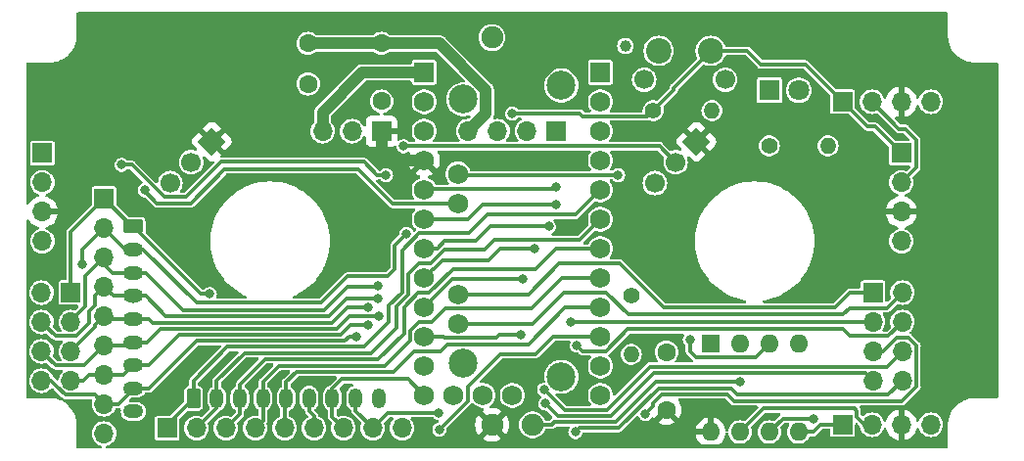
<source format=gbr>
%TF.GenerationSoftware,KiCad,Pcbnew,7.0.7*%
%TF.CreationDate,2023-10-01T14:42:12+02:00*%
%TF.ProjectId,Angle_Ana_Sw,416e676c-655f-4416-9e61-5f53772e6b69,1.0*%
%TF.SameCoordinates,Original*%
%TF.FileFunction,Copper,L1,Top*%
%TF.FilePolarity,Positive*%
%FSLAX46Y46*%
G04 Gerber Fmt 4.6, Leading zero omitted, Abs format (unit mm)*
G04 Created by KiCad (PCBNEW 7.0.7) date 2023-10-01 14:42:12*
%MOMM*%
%LPD*%
G01*
G04 APERTURE LIST*
G04 Aperture macros list*
%AMRoundRect*
0 Rectangle with rounded corners*
0 $1 Rounding radius*
0 $2 $3 $4 $5 $6 $7 $8 $9 X,Y pos of 4 corners*
0 Add a 4 corners polygon primitive as box body*
4,1,4,$2,$3,$4,$5,$6,$7,$8,$9,$2,$3,0*
0 Add four circle primitives for the rounded corners*
1,1,$1+$1,$2,$3*
1,1,$1+$1,$4,$5*
1,1,$1+$1,$6,$7*
1,1,$1+$1,$8,$9*
0 Add four rect primitives between the rounded corners*
20,1,$1+$1,$2,$3,$4,$5,0*
20,1,$1+$1,$4,$5,$6,$7,0*
20,1,$1+$1,$6,$7,$8,$9,0*
20,1,$1+$1,$8,$9,$2,$3,0*%
%AMHorizOval*
0 Thick line with rounded ends*
0 $1 width*
0 $2 $3 position (X,Y) of the first rounded end (center of the circle)*
0 $4 $5 position (X,Y) of the second rounded end (center of the circle)*
0 Add line between two ends*
20,1,$1,$2,$3,$4,$5,0*
0 Add two circle primitives to create the rounded ends*
1,1,$1,$2,$3*
1,1,$1,$4,$5*%
%AMRotRect*
0 Rectangle, with rotation*
0 The origin of the aperture is its center*
0 $1 length*
0 $2 width*
0 $3 Rotation angle, in degrees counterclockwise*
0 Add horizontal line*
21,1,$1,$2,0,0,$3*%
G04 Aperture macros list end*
%TA.AperFunction,ComponentPad*%
%ADD10RotRect,1.700000X1.700000X315.000000*%
%TD*%
%TA.AperFunction,ComponentPad*%
%ADD11HorizOval,1.700000X0.000000X0.000000X0.000000X0.000000X0*%
%TD*%
%TA.AperFunction,ComponentPad*%
%ADD12C,1.900000*%
%TD*%
%TA.AperFunction,ComponentPad*%
%ADD13C,2.500000*%
%TD*%
%TA.AperFunction,ComponentPad*%
%ADD14R,1.700000X1.700000*%
%TD*%
%TA.AperFunction,ComponentPad*%
%ADD15O,1.700000X1.700000*%
%TD*%
%TA.AperFunction,ComponentPad*%
%ADD16C,1.600000*%
%TD*%
%TA.AperFunction,ComponentPad*%
%ADD17R,1.600000X1.600000*%
%TD*%
%TA.AperFunction,ComponentPad*%
%ADD18O,1.600000X1.600000*%
%TD*%
%TA.AperFunction,ComponentPad*%
%ADD19RoundRect,0.250000X-0.350000X-0.625000X0.350000X-0.625000X0.350000X0.625000X-0.350000X0.625000X0*%
%TD*%
%TA.AperFunction,ComponentPad*%
%ADD20O,1.200000X1.750000*%
%TD*%
%TA.AperFunction,ComponentPad*%
%ADD21C,1.400000*%
%TD*%
%TA.AperFunction,ComponentPad*%
%ADD22O,1.400000X1.400000*%
%TD*%
%TA.AperFunction,ComponentPad*%
%ADD23RoundRect,0.250000X-0.625000X0.350000X-0.625000X-0.350000X0.625000X-0.350000X0.625000X0.350000X0*%
%TD*%
%TA.AperFunction,ComponentPad*%
%ADD24O,1.750000X1.200000*%
%TD*%
%TA.AperFunction,ComponentPad*%
%ADD25R,1.800000X1.800000*%
%TD*%
%TA.AperFunction,ComponentPad*%
%ADD26C,1.800000*%
%TD*%
%TA.AperFunction,ComponentPad*%
%ADD27C,2.200000*%
%TD*%
%TA.AperFunction,ComponentPad*%
%ADD28C,1.700000*%
%TD*%
%TA.AperFunction,ComponentPad*%
%ADD29C,1.727200*%
%TD*%
%TA.AperFunction,ComponentPad*%
%ADD30R,1.727200X1.727200*%
%TD*%
%TA.AperFunction,ViaPad*%
%ADD31C,0.800000*%
%TD*%
%TA.AperFunction,ViaPad*%
%ADD32C,1.000000*%
%TD*%
%TA.AperFunction,Conductor*%
%ADD33C,0.310000*%
%TD*%
%TA.AperFunction,Conductor*%
%ADD34C,1.000000*%
%TD*%
G04 APERTURE END LIST*
D10*
%TO.P,U2,1,Vin*%
%TO.N,+5V*%
X196266057Y-107583954D03*
D11*
%TO.P,U2,2,Vout*%
%TO.N,/OUT__SENSOR*%
X194470005Y-109380005D03*
%TO.P,U2,3,GND*%
%TO.N,GND*%
X192673954Y-111176057D03*
%TD*%
D10*
%TO.P,U4,1,Vin*%
%TO.N,+5V*%
X154357557Y-107583954D03*
D11*
%TO.P,U4,2,Vout*%
%TO.N,/OUT__SENSOR*%
X152561505Y-109380005D03*
%TO.P,U4,3,GND*%
%TO.N,GND*%
X150765454Y-111176057D03*
%TD*%
D12*
%TO.P,RV1,1,1*%
%TO.N,+5V*%
X178590000Y-132080000D03*
%TO.P,RV1,2,2*%
%TO.N,Net-(U1-XTAL1{slash}PB3)*%
X182090000Y-132080000D03*
%TO.P,RV1,3,3*%
%TO.N,GND*%
X178590000Y-98580000D03*
D13*
%TO.P,RV1,4*%
%TO.N,N/C*%
X176090000Y-126730000D03*
%TO.P,RV1,5*%
X176090000Y-103930000D03*
%TO.P,RV1,6*%
X184590000Y-127930000D03*
%TO.P,RV1,7,Shield*%
%TO.N,Net-(JP1-A)*%
X184590000Y-102730000D03*
%TD*%
D14*
%TO.P,J7,1,Pin_1*%
%TO.N,/C16*%
X142175000Y-120650000D03*
D15*
%TO.P,J7,2,Pin_2*%
%TO.N,/C15*%
X139635000Y-120650000D03*
%TO.P,J7,3,Pin_3*%
%TO.N,/C14*%
X142175000Y-123190000D03*
%TO.P,J7,4,Pin_4*%
%TO.N,/C13*%
X139635000Y-123190000D03*
%TO.P,J7,5,Pin_5*%
%TO.N,/C12*%
X142175000Y-125730000D03*
%TO.P,J7,6,Pin_6*%
%TO.N,/C11*%
X139635000Y-125730000D03*
%TO.P,J7,7,Pin_7*%
%TO.N,/C10*%
X142175000Y-128270000D03*
%TO.P,J7,8,Pin_8*%
%TO.N,/C9*%
X139635000Y-128270000D03*
%TD*%
D16*
%TO.P,C2,1*%
%TO.N,+5V*%
X193675000Y-130810000D03*
%TO.P,C2,2*%
%TO.N,GND*%
X193675000Y-125810000D03*
%TD*%
%TO.P,C3,1*%
%TO.N,Net-(J1-Pin_4)*%
X169037000Y-99100000D03*
%TO.P,C3,2*%
%TO.N,GND*%
X169037000Y-104100000D03*
%TD*%
D17*
%TO.P,U1,1,~{RESET}/PB5*%
%TO.N,unconnected-(U1-~{RESET}{slash}PB5-Pad1)*%
X197485000Y-125095000D03*
D18*
%TO.P,U1,2,XTAL1/PB3*%
%TO.N,Net-(U1-XTAL1{slash}PB3)*%
X200025000Y-125095000D03*
%TO.P,U1,3,XTAL2/PB4*%
%TO.N,/OUT__SENSOR*%
X202565000Y-125095000D03*
%TO.P,U1,4,GND*%
%TO.N,GND*%
X205105000Y-125095000D03*
%TO.P,U1,5,AREF/PB0*%
%TO.N,/SDA*%
X205105000Y-132715000D03*
%TO.P,U1,6,PB1*%
%TO.N,Net-(D1-A)*%
X202565000Y-132715000D03*
%TO.P,U1,7,PB2*%
%TO.N,/SCL*%
X200025000Y-132715000D03*
%TO.P,U1,8,VCC*%
%TO.N,+5V*%
X197485000Y-132715000D03*
%TD*%
D19*
%TO.P,J10,1,Pin_1*%
%TO.N,/C1*%
X152781000Y-129794000D03*
D20*
%TO.P,J10,2,Pin_2*%
%TO.N,/C2*%
X154781000Y-129794000D03*
%TO.P,J10,3,Pin_3*%
%TO.N,/C3*%
X156781000Y-129794000D03*
%TO.P,J10,4,Pin_4*%
%TO.N,/C4*%
X158781000Y-129794000D03*
%TO.P,J10,5,Pin_5*%
%TO.N,/C5*%
X160781000Y-129794000D03*
%TO.P,J10,6,Pin_6*%
%TO.N,/C6*%
X162781000Y-129794000D03*
%TO.P,J10,7,Pin_7*%
%TO.N,/C7*%
X164781000Y-129794000D03*
%TO.P,J10,8,Pin_8*%
%TO.N,/C8*%
X166781000Y-129794000D03*
%TO.P,J10,9,Pin_9*%
%TO.N,GND*%
X168781000Y-129794000D03*
%TD*%
D14*
%TO.P,SW2,1,A*%
%TO.N,+5V*%
X169022000Y-106680000D03*
D15*
%TO.P,SW2,2,B*%
%TO.N,Net-(J1-Pin_4)*%
X166482000Y-106680000D03*
%TO.P,SW2,3,C*%
%TO.N,+VDC*%
X163942000Y-106680000D03*
%TD*%
D21*
%TO.P,R3,1*%
%TO.N,/SDA*%
X192532000Y-104902000D03*
D22*
%TO.P,R3,2*%
%TO.N,GND*%
X197612000Y-104902000D03*
%TD*%
D14*
%TO.P,J3,1,Pin_1*%
%TO.N,/SDA*%
X208915000Y-104140000D03*
D15*
%TO.P,J3,2,Pin_2*%
%TO.N,/SCL*%
X211455000Y-104140000D03*
%TO.P,J3,3,Pin_3*%
%TO.N,+5V*%
X213995000Y-104140000D03*
%TO.P,J3,4,Pin_4*%
%TO.N,GND*%
X216535000Y-104140000D03*
%TD*%
D14*
%TO.P,J10B1,1,Pin_1*%
%TO.N,/C1*%
X150495000Y-132373500D03*
D15*
%TO.P,J10B1,2,Pin_2*%
%TO.N,/C2*%
X153035000Y-132373500D03*
%TO.P,J10B1,3,Pin_3*%
%TO.N,/C3*%
X155575000Y-132373500D03*
%TO.P,J10B1,4,Pin_4*%
%TO.N,/C4*%
X158115000Y-132373500D03*
%TO.P,J10B1,5,Pin_5*%
%TO.N,/C5*%
X160655000Y-132373500D03*
%TO.P,J10B1,6,Pin_6*%
%TO.N,/C6*%
X163195000Y-132373500D03*
%TO.P,J10B1,7,Pin_7*%
%TO.N,/C7*%
X165735000Y-132373500D03*
%TO.P,J10B1,8,Pin_8*%
%TO.N,/C8*%
X168275000Y-132373500D03*
%TO.P,J10B1,9,Pin_9*%
%TO.N,GND*%
X170815000Y-132373500D03*
%TD*%
D16*
%TO.P,C1,1*%
%TO.N,Net-(J1-Pin_4)*%
X162687000Y-99088000D03*
%TO.P,C1,2*%
%TO.N,GND*%
X162687000Y-102588000D03*
%TD*%
D23*
%TO.P,J9,1,Pin_1*%
%TO.N,/C16*%
X147574000Y-114935000D03*
D24*
%TO.P,J9,2,Pin_2*%
%TO.N,/C15*%
X147574000Y-116935000D03*
%TO.P,J9,3,Pin_3*%
%TO.N,/C14*%
X147574000Y-118935000D03*
%TO.P,J9,4,Pin_4*%
%TO.N,/C13*%
X147574000Y-120935000D03*
%TO.P,J9,5,Pin_5*%
%TO.N,/C12*%
X147574000Y-122935000D03*
%TO.P,J9,6,Pin_6*%
%TO.N,/C11*%
X147574000Y-124935000D03*
%TO.P,J9,7,Pin_7*%
%TO.N,/C10*%
X147574000Y-126935000D03*
%TO.P,J9,8,Pin_8*%
%TO.N,/C9*%
X147574000Y-128935000D03*
%TO.P,J9,9,Pin_9*%
%TO.N,GND*%
X147574000Y-130935000D03*
%TD*%
D14*
%TO.P,J6,1,Pin_1*%
%TO.N,/C16*%
X211545000Y-120650000D03*
D15*
%TO.P,J6,2,Pin_2*%
%TO.N,/C15*%
X214085000Y-120650000D03*
%TO.P,J6,3,Pin_3*%
%TO.N,/C14*%
X211545000Y-123190000D03*
%TO.P,J6,4,Pin_4*%
%TO.N,/C13*%
X214085000Y-123190000D03*
%TO.P,J6,5,Pin_5*%
%TO.N,/C12*%
X211545000Y-125730000D03*
%TO.P,J6,6,Pin_6*%
%TO.N,/C11*%
X214085000Y-125730000D03*
%TO.P,J6,7,Pin_7*%
%TO.N,/C10*%
X211545000Y-128270000D03*
%TO.P,J6,8,Pin_8*%
%TO.N,/C9*%
X214085000Y-128270000D03*
%TD*%
D25*
%TO.P,D1,1,K*%
%TO.N,Net-(D1-K)*%
X202585000Y-103155000D03*
D26*
%TO.P,D1,2,A*%
%TO.N,Net-(D1-A)*%
X205125000Y-103155000D03*
%TD*%
D27*
%TO.P,SW1,1,1*%
%TO.N,/SDA*%
X197505000Y-99735000D03*
%TO.P,SW1,2,2*%
%TO.N,GND*%
X193005000Y-99735000D03*
D28*
%TO.P,SW1,3*%
%TO.N,N/C*%
X198755000Y-102235000D03*
%TO.P,SW1,4*%
X191755000Y-102235000D03*
%TD*%
D29*
%TO.P,U3,A0,A0*%
%TO.N,/C11*%
X172720000Y-119380000D03*
%TO.P,U3,A1,A1*%
%TO.N,/C12*%
X172720000Y-116840000D03*
%TO.P,U3,A2,A2*%
%TO.N,/C13*%
X172720000Y-114300000D03*
%TO.P,U3,A3,A3*%
%TO.N,/C14*%
X172720000Y-111760000D03*
%TO.P,U3,A4,A4/SDA*%
%TO.N,/SDA*%
X175645900Y-112910600D03*
%TO.P,U3,A5,A5/SCL*%
%TO.N,/SCL*%
X175645900Y-110370600D03*
%TO.P,U3,A6,A6*%
%TO.N,/C15*%
X177800000Y-129540000D03*
X175645900Y-123324600D03*
%TO.P,U3,A7,A7*%
%TO.N,/C16*%
X175645900Y-120784000D03*
X175260000Y-129540000D03*
%TO.P,U3,D0,D0/RX*%
%TO.N,unconnected-(U3-D0{slash}RX-PadD0)*%
X187960000Y-104140000D03*
D30*
%TO.P,U3,D1,D1/TX*%
%TO.N,unconnected-(U3-D1{slash}TX-PadD1)*%
X187960000Y-101600000D03*
D29*
%TO.P,U3,D2,D2_INT0*%
%TO.N,/C1*%
X187960000Y-111760000D03*
%TO.P,U3,D3,D3_INT1*%
%TO.N,/C2*%
X187960000Y-114300000D03*
%TO.P,U3,D4,D4*%
%TO.N,/C3*%
X187960000Y-116840000D03*
%TO.P,U3,D5,D5*%
%TO.N,/C4*%
X187960000Y-119380000D03*
%TO.P,U3,D6,D6*%
%TO.N,/C5*%
X187960000Y-121920000D03*
%TO.P,U3,D7,D7*%
%TO.N,/C6*%
X187960000Y-124460000D03*
%TO.P,U3,D8,D8*%
%TO.N,/CPPM_IN*%
X187960000Y-127000000D03*
%TO.P,U3,D9,D9*%
%TO.N,/CPPM_OUT*%
X187960000Y-129540000D03*
%TO.P,U3,D10,D10_CS*%
%TO.N,/C7*%
X172720000Y-129540000D03*
%TO.P,U3,D11,D11_MOSI*%
%TO.N,/C8*%
X172720000Y-127000000D03*
%TO.P,U3,D12,D12_MISO*%
%TO.N,/C9*%
X172720000Y-124460000D03*
%TO.P,U3,D13,D13_SCK*%
%TO.N,/C10*%
X172720000Y-121920000D03*
%TO.P,U3,GND1,GND*%
%TO.N,GND*%
X187960000Y-109220000D03*
%TO.P,U3,GND2,GND*%
X180340000Y-129540000D03*
X172720000Y-104140000D03*
D30*
%TO.P,U3,RAW,RAW*%
%TO.N,+VDC*%
X172720000Y-101600000D03*
D29*
%TO.P,U3,RST1,RESET*%
%TO.N,unconnected-(U3-RESET-PadRST1)*%
X187960000Y-106680000D03*
%TO.P,U3,RST2,RESET*%
%TO.N,unconnected-(U3-RESET-PadRST2)*%
X172720000Y-106680000D03*
%TO.P,U3,Vcc1,Vcc*%
%TO.N,+5V*%
X172720000Y-109220000D03*
%TD*%
D14*
%TO.P,J1,1,Pin_1*%
%TO.N,/CPPM_OUT*%
X184150000Y-106680000D03*
D15*
%TO.P,J1,2,Pin_2*%
%TO.N,/CPPM_IN*%
X181610000Y-106680000D03*
%TO.P,J1,3,Pin_3*%
%TO.N,GND*%
X179070000Y-106680000D03*
%TO.P,J1,4,Pin_4*%
%TO.N,Net-(J1-Pin_4)*%
X176530000Y-106680000D03*
%TD*%
D14*
%TO.P,J5,1,Pin_1*%
%TO.N,/SDA*%
X213995000Y-108585000D03*
D15*
%TO.P,J5,2,Pin_2*%
%TO.N,/SCL*%
X213995000Y-111125000D03*
%TO.P,J5,3,Pin_3*%
%TO.N,+5V*%
X213995000Y-113665000D03*
%TO.P,J5,4,Pin_4*%
%TO.N,GND*%
X213995000Y-116205000D03*
%TD*%
D21*
%TO.P,R2,1*%
%TO.N,/SCL*%
X190627000Y-120904000D03*
D22*
%TO.P,R2,2*%
%TO.N,GND*%
X190627000Y-125984000D03*
%TD*%
D14*
%TO.P,J9B1,1,Pin_1*%
%TO.N,/C16*%
X145034000Y-112522000D03*
D15*
%TO.P,J9B1,2,Pin_2*%
%TO.N,/C15*%
X145034000Y-115062000D03*
%TO.P,J9B1,3,Pin_3*%
%TO.N,/C14*%
X145034000Y-117602000D03*
%TO.P,J9B1,4,Pin_4*%
%TO.N,/C13*%
X145034000Y-120142000D03*
%TO.P,J9B1,5,Pin_5*%
%TO.N,/C12*%
X145034000Y-122682000D03*
%TO.P,J9B1,6,Pin_6*%
%TO.N,/C11*%
X145034000Y-125222000D03*
%TO.P,J9B1,7,Pin_7*%
%TO.N,/C10*%
X145034000Y-127762000D03*
%TO.P,J9B1,8,Pin_8*%
%TO.N,/C9*%
X145034000Y-130302000D03*
%TO.P,J9B1,9,Pin_9*%
%TO.N,GND*%
X145034000Y-132842000D03*
%TD*%
D21*
%TO.P,R1,1*%
%TO.N,Net-(D1-K)*%
X202565000Y-107950000D03*
D22*
%TO.P,R1,2*%
%TO.N,GND*%
X207645000Y-107950000D03*
%TD*%
D14*
%TO.P,J4,1,Pin_1*%
%TO.N,/SDA*%
X139700000Y-108585000D03*
D15*
%TO.P,J4,2,Pin_2*%
%TO.N,/SCL*%
X139700000Y-111125000D03*
%TO.P,J4,3,Pin_3*%
%TO.N,+5V*%
X139700000Y-113665000D03*
%TO.P,J4,4,Pin_4*%
%TO.N,GND*%
X139700000Y-116205000D03*
%TD*%
D14*
%TO.P,J2,1,Pin_1*%
%TO.N,/SDA*%
X208915000Y-132080000D03*
D15*
%TO.P,J2,2,Pin_2*%
%TO.N,/SCL*%
X211455000Y-132080000D03*
%TO.P,J2,3,Pin_3*%
%TO.N,+5V*%
X213995000Y-132080000D03*
%TO.P,J2,4,Pin_4*%
%TO.N,GND*%
X216535000Y-132080000D03*
%TD*%
D31*
%TO.N,Net-(D1-A)*%
X206375000Y-131572000D03*
%TO.N,Net-(U1-XTAL1{slash}PB3)*%
X200025000Y-128339500D03*
D32*
%TO.N,GND*%
X190119000Y-99314000D03*
D31*
%TO.N,/SDA*%
X148557416Y-111792584D03*
X180340000Y-105156000D03*
%TO.N,/C6*%
X174033252Y-132504252D03*
%TO.N,/C8*%
X173990000Y-131064000D03*
%TO.N,/C9*%
X166878000Y-124460000D03*
X185801000Y-132715000D03*
X181102000Y-124333000D03*
%TO.N,/C10*%
X181229000Y-119507000D03*
X167894000Y-123446500D03*
X183193429Y-130242571D03*
%TO.N,/SCL*%
X169418000Y-110490000D03*
X189496335Y-110477665D03*
X146558000Y-109601000D03*
%TO.N,/C16*%
X154178000Y-120777000D03*
%TO.N,/C15*%
X143129000Y-118237000D03*
X171183665Y-115557665D03*
%TO.N,/C14*%
X184150000Y-111506000D03*
X168717832Y-120076832D03*
X185420000Y-123190000D03*
%TO.N,/C13*%
X184150000Y-113030000D03*
X185925500Y-125224500D03*
X168750416Y-121125416D03*
%TO.N,/C12*%
X183515000Y-114935000D03*
X191852779Y-131146779D03*
X167888500Y-121914500D03*
%TO.N,/C11*%
X182245000Y-116840000D03*
X183103084Y-129062916D03*
X168783000Y-122679500D03*
%TO.N,/OUT__SENSOR*%
X170942000Y-107991400D03*
X195707000Y-124714000D03*
%TD*%
D33*
%TO.N,/OUT__SENSOR*%
X193081400Y-107991400D02*
X194470005Y-109380005D01*
X170942000Y-107991400D02*
X193081400Y-107991400D01*
%TO.N,Net-(D1-A)*%
X203730000Y-131550000D02*
X202565000Y-132715000D01*
X206353000Y-131550000D02*
X203730000Y-131550000D01*
X206375000Y-131572000D02*
X206353000Y-131550000D01*
%TO.N,Net-(U1-XTAL1{slash}PB3)*%
X200025000Y-128339500D02*
X199967500Y-128397000D01*
X183769000Y-132080000D02*
X182090000Y-132080000D01*
X199967500Y-128397000D02*
X192786000Y-128397000D01*
X189333000Y-131850000D02*
X183999000Y-131850000D01*
X192786000Y-128397000D02*
X189333000Y-131850000D01*
X183999000Y-131850000D02*
X183769000Y-132080000D01*
%TO.N,+5V*%
X196469000Y-133985000D02*
X206883000Y-133985000D01*
D34*
X170053000Y-109220000D02*
X172720000Y-109220000D01*
X169022000Y-106680000D02*
X169022000Y-108189000D01*
X169022000Y-108189000D02*
X170053000Y-109220000D01*
D33*
%TO.N,/SDA*%
X194310000Y-102930000D02*
X194310000Y-103124000D01*
X201826500Y-100901500D02*
X205676500Y-100901500D01*
X152515000Y-112915000D02*
X155448000Y-109982000D01*
X211074000Y-106299000D02*
X211709000Y-106299000D01*
X170011600Y-112988600D02*
X175567900Y-112988600D01*
X194310000Y-103124000D02*
X192532000Y-104902000D01*
X211709000Y-106299000D02*
X213995000Y-108585000D01*
X167005000Y-109982000D02*
X170011600Y-112988600D01*
X186436000Y-105410000D02*
X192024000Y-105410000D01*
X200660000Y-99735000D02*
X201826500Y-100901500D01*
X155448000Y-109982000D02*
X167005000Y-109982000D01*
X208915000Y-104140000D02*
X211074000Y-106299000D01*
X175567900Y-112988600D02*
X175645900Y-112910600D01*
X149618000Y-112915000D02*
X152515000Y-112915000D01*
X206375000Y-132715000D02*
X205105000Y-132715000D01*
X186182000Y-105156000D02*
X186436000Y-105410000D01*
X148557416Y-111854416D02*
X149618000Y-112915000D01*
X197505000Y-99735000D02*
X194310000Y-102930000D01*
X192024000Y-105410000D02*
X192532000Y-104902000D01*
X206375000Y-132715000D02*
X207010000Y-132080000D01*
X207010000Y-132080000D02*
X208915000Y-132080000D01*
X205676500Y-100901500D02*
X208915000Y-104140000D01*
X148557416Y-111792584D02*
X148557416Y-111854416D01*
X180340000Y-105156000D02*
X186182000Y-105156000D01*
X197505000Y-99735000D02*
X200660000Y-99735000D01*
%TO.N,/C1*%
X169672000Y-123190000D02*
X167513000Y-125349000D01*
X185801000Y-113919000D02*
X178181000Y-113919000D01*
X150495000Y-132080000D02*
X150495000Y-132373500D01*
X176571400Y-115528600D02*
X172293897Y-115528600D01*
X178181000Y-113919000D02*
X176571400Y-115528600D01*
X187960000Y-111760000D02*
X185801000Y-113919000D01*
X152781000Y-129794000D02*
X150495000Y-132080000D01*
X152781000Y-128270000D02*
X152781000Y-129794000D01*
X170800208Y-117022289D02*
X170800208Y-120631505D01*
X172293897Y-115528600D02*
X170800208Y-117022289D01*
X167513000Y-125349000D02*
X155702000Y-125349000D01*
X155702000Y-125349000D02*
X152781000Y-128270000D01*
X170800208Y-120631505D02*
X169672000Y-121759713D01*
X169672000Y-121759713D02*
X169672000Y-123190000D01*
%TO.N,/C2*%
X177927000Y-116967000D02*
X174471392Y-116967000D01*
X186185000Y-116075000D02*
X178819000Y-116075000D01*
X170307000Y-121860105D02*
X170307000Y-123698000D01*
X168136000Y-125869000D02*
X157214000Y-125869000D01*
X171320208Y-120846897D02*
X170307000Y-121860105D01*
X174471392Y-116967000D02*
X173328392Y-118110000D01*
X178819000Y-116075000D02*
X177927000Y-116967000D01*
X154781000Y-129794000D02*
X154781000Y-130627500D01*
X172252497Y-118110000D02*
X171320208Y-119042289D01*
X187960000Y-114300000D02*
X186185000Y-116075000D01*
X157214000Y-125869000D02*
X154781000Y-128302000D01*
X154781000Y-130627500D02*
X153035000Y-132373500D01*
X173328392Y-118110000D02*
X172252497Y-118110000D01*
X171320208Y-119042289D02*
X171320208Y-120846897D01*
X170307000Y-123698000D02*
X168136000Y-125869000D01*
X154781000Y-128302000D02*
X154781000Y-129794000D01*
%TO.N,/C3*%
X156781000Y-129794000D02*
X156781000Y-131167500D01*
X170971400Y-121931097D02*
X170971400Y-124176600D01*
X175219503Y-118618000D02*
X173146103Y-120691400D01*
X172211097Y-120691400D02*
X170971400Y-121931097D01*
X187960000Y-116840000D02*
X184150000Y-116840000D01*
X156781000Y-128588000D02*
X156781000Y-129794000D01*
X184150000Y-116840000D02*
X182372000Y-118618000D01*
X158980000Y-126389000D02*
X156781000Y-128588000D01*
X182372000Y-118618000D02*
X175219503Y-118618000D01*
X170971400Y-124176600D02*
X168759000Y-126389000D01*
X173146103Y-120691400D02*
X172211097Y-120691400D01*
X168759000Y-126389000D02*
X158980000Y-126389000D01*
X156781000Y-131167500D02*
X155575000Y-132373500D01*
%TO.N,/C4*%
X158781000Y-129794000D02*
X158781000Y-131707500D01*
X174532400Y-122012600D02*
X173355000Y-123190000D01*
X182025400Y-122012600D02*
X174532400Y-122012600D01*
X184658000Y-119380000D02*
X182025400Y-122012600D01*
X158781000Y-131707500D02*
X158115000Y-132373500D01*
X173355000Y-123190000D02*
X172252497Y-123190000D01*
X171491400Y-124799600D02*
X169297000Y-126994000D01*
X169297000Y-126994000D02*
X160153000Y-126994000D01*
X171491400Y-123951097D02*
X171491400Y-124799600D01*
X160153000Y-126994000D02*
X158781000Y-128366000D01*
X172252497Y-123190000D02*
X171491400Y-123951097D01*
X158781000Y-128366000D02*
X158781000Y-129794000D01*
X187960000Y-119380000D02*
X184658000Y-119380000D01*
%TO.N,/C5*%
X171831000Y-125730000D02*
X170047000Y-127514000D01*
X164325609Y-127514000D02*
X164319609Y-127520000D01*
X174740000Y-125107000D02*
X174117000Y-125730000D01*
X161659000Y-127520000D02*
X160781000Y-128398000D01*
X170047000Y-127514000D02*
X164325609Y-127514000D01*
X160655000Y-129920000D02*
X160655000Y-132373500D01*
X160781000Y-129794000D02*
X160655000Y-129920000D01*
X187960000Y-121920000D02*
X184912000Y-121920000D01*
X164319609Y-127520000D02*
X161659000Y-127520000D01*
X174117000Y-125730000D02*
X171831000Y-125730000D01*
X160781000Y-128398000D02*
X160781000Y-129794000D01*
X181725000Y-125107000D02*
X174740000Y-125107000D01*
X184912000Y-121920000D02*
X181725000Y-125107000D01*
%TO.N,/C6*%
X162781000Y-130904000D02*
X162781000Y-129794000D01*
X187960000Y-124460000D02*
X183832500Y-124460000D01*
X163195000Y-132373500D02*
X163195000Y-131318000D01*
X176488600Y-130048903D02*
X174033252Y-132504252D01*
X183832500Y-124460000D02*
X182308500Y-125984000D01*
X179324000Y-125984000D02*
X176488600Y-128819400D01*
X176488600Y-128819400D02*
X176488600Y-130048903D01*
X182308500Y-125984000D02*
X179324000Y-125984000D01*
X163195000Y-131318000D02*
X162781000Y-130904000D01*
%TO.N,/C7*%
X164781000Y-128970000D02*
X164781000Y-129794000D01*
X172720000Y-129540000D02*
X171323000Y-128143000D01*
X164781000Y-129794000D02*
X164781000Y-131419500D01*
X171323000Y-128143000D02*
X165608000Y-128143000D01*
X164781000Y-131419500D02*
X165735000Y-132373500D01*
X165608000Y-128143000D02*
X164781000Y-128970000D01*
%TO.N,/C8*%
X169584500Y-131064000D02*
X173990000Y-131064000D01*
X166781000Y-129794000D02*
X166781000Y-130879500D01*
X168275000Y-132373500D02*
X169584500Y-131064000D01*
X166781000Y-130879500D02*
X168275000Y-132373500D01*
%TO.N,/C9*%
X140462000Y-128270000D02*
X140960000Y-128768000D01*
X145034000Y-130302000D02*
X145034000Y-129606284D01*
X153047000Y-124829000D02*
X148941000Y-128935000D01*
X146304000Y-130302000D02*
X145034000Y-130302000D01*
X148941000Y-128935000D02*
X147574000Y-128935000D01*
X179197000Y-124333000D02*
X178943000Y-124587000D01*
X166243000Y-124460000D02*
X165874000Y-124829000D01*
X212870000Y-129485000D02*
X214085000Y-128270000D01*
X199810063Y-129485000D02*
X212870000Y-129485000D01*
X140960000Y-128773270D02*
X141671730Y-129485000D01*
X189548391Y-132370000D02*
X193001391Y-128917000D01*
X185801000Y-132715000D02*
X186146000Y-132370000D01*
X181102000Y-124333000D02*
X179197000Y-124333000D01*
X165874000Y-124829000D02*
X153047000Y-124829000D01*
X140960000Y-128768000D02*
X140960000Y-128773270D01*
X139635000Y-128270000D02*
X140462000Y-128270000D01*
X141671730Y-129485000D02*
X144217000Y-129485000D01*
X144217000Y-129485000D02*
X145034000Y-130302000D01*
X178943000Y-124587000D02*
X174498000Y-124587000D01*
X193001391Y-128917000D02*
X199242063Y-128917000D01*
X147574000Y-129032000D02*
X146304000Y-130302000D01*
X199242063Y-128917000D02*
X199810063Y-129485000D01*
X174371000Y-124460000D02*
X172720000Y-124460000D01*
X174498000Y-124587000D02*
X174371000Y-124460000D01*
X166878000Y-124460000D02*
X166243000Y-124460000D01*
X147574000Y-128935000D02*
X147574000Y-129032000D01*
X186146000Y-132370000D02*
X189548391Y-132370000D01*
%TO.N,/C10*%
X143256000Y-128270000D02*
X143764000Y-127762000D01*
X166367500Y-123446500D02*
X165505000Y-124309000D01*
X184280858Y-131330000D02*
X188837000Y-131330000D01*
X165505000Y-124309000D02*
X151535000Y-124309000D01*
X148909000Y-126935000D02*
X147574000Y-126935000D01*
X175133000Y-119507000D02*
X172720000Y-121920000D01*
X167894000Y-123446500D02*
X166367500Y-123446500D01*
X183193429Y-130242571D02*
X184280858Y-131330000D01*
X192592000Y-127575000D02*
X210850000Y-127575000D01*
X142175000Y-128270000D02*
X143256000Y-128270000D01*
X145034000Y-127762000D02*
X146747000Y-127762000D01*
X146747000Y-127762000D02*
X147574000Y-126935000D01*
X210850000Y-127575000D02*
X211545000Y-128270000D01*
X143764000Y-127762000D02*
X145034000Y-127762000D01*
X181229000Y-119507000D02*
X175133000Y-119507000D01*
X188837000Y-131330000D02*
X192592000Y-127575000D01*
X151535000Y-124309000D02*
X148909000Y-126935000D01*
%TO.N,/SCL*%
X152146000Y-112395000D02*
X150241000Y-112395000D01*
X215265000Y-107425000D02*
X215265000Y-109855000D01*
X175765300Y-110490000D02*
X175645900Y-110370600D01*
X214321000Y-106481000D02*
X215265000Y-107425000D01*
X188427503Y-110490000D02*
X175765300Y-110490000D01*
X175645900Y-110370600D02*
X175567900Y-110448600D01*
X155194000Y-109347000D02*
X152146000Y-112395000D01*
X167513000Y-109347000D02*
X155194000Y-109347000D01*
X209931000Y-130683000D02*
X210130000Y-130882000D01*
X215265000Y-109855000D02*
X213995000Y-111125000D01*
X209931000Y-130683000D02*
X202057000Y-130683000D01*
X189496335Y-110477665D02*
X188439838Y-110477665D01*
X213796000Y-106481000D02*
X214321000Y-106481000D01*
X210130000Y-130882000D02*
X210130000Y-131390000D01*
X169418000Y-110490000D02*
X168656000Y-110490000D01*
X210820000Y-132080000D02*
X211455000Y-132080000D01*
X211455000Y-104140000D02*
X213796000Y-106481000D01*
X202057000Y-130683000D02*
X200025000Y-132715000D01*
X150241000Y-112395000D02*
X147447000Y-109601000D01*
X168656000Y-110490000D02*
X167513000Y-109347000D01*
X147447000Y-109601000D02*
X146558000Y-109601000D01*
X210130000Y-131390000D02*
X210820000Y-132080000D01*
X175645900Y-110370600D02*
X175526500Y-110490000D01*
X188439838Y-110477665D02*
X188427503Y-110490000D01*
D34*
%TO.N,+VDC*%
X167386000Y-101600000D02*
X163942000Y-105044000D01*
X172720000Y-101600000D02*
X167386000Y-101600000D01*
X163942000Y-105044000D02*
X163942000Y-106680000D01*
%TO.N,Net-(J1-Pin_4)*%
X162699000Y-99100000D02*
X162687000Y-99088000D01*
X178050000Y-103118141D02*
X178050000Y-105160000D01*
X178050000Y-105160000D02*
X176530000Y-106680000D01*
X174031859Y-99100000D02*
X178050000Y-103118141D01*
X169037000Y-99100000D02*
X162699000Y-99100000D01*
X169037000Y-99100000D02*
X174031859Y-99100000D01*
D33*
%TO.N,/C16*%
X142175000Y-120650000D02*
X142175000Y-115381000D01*
X193421000Y-121920000D02*
X208280000Y-121920000D01*
X209550000Y-120650000D02*
X211545000Y-120650000D01*
X184404000Y-118110000D02*
X189611000Y-118110000D01*
X145034000Y-112522000D02*
X147447000Y-114935000D01*
X175645900Y-120784000D02*
X181730000Y-120784000D01*
X142175000Y-115381000D02*
X145034000Y-112522000D01*
X181730000Y-120784000D02*
X184404000Y-118110000D01*
X189611000Y-118110000D02*
X193421000Y-121920000D01*
X208280000Y-121920000D02*
X209550000Y-120650000D01*
X147447000Y-114935000D02*
X147574000Y-114935000D01*
X153416000Y-120777000D02*
X147574000Y-114935000D01*
X154178000Y-120777000D02*
X153416000Y-120777000D01*
%TO.N,/C15*%
X184785000Y-120650000D02*
X188468000Y-120650000D01*
X153038000Y-121542000D02*
X163827000Y-121542000D01*
X145034000Y-115062000D02*
X146907000Y-116935000D01*
X148431000Y-116935000D02*
X153038000Y-121542000D01*
X212760000Y-121975000D02*
X214085000Y-120650000D01*
X209550000Y-121975000D02*
X212760000Y-121975000D01*
X146907000Y-116935000D02*
X147574000Y-116935000D01*
X143129000Y-118237000D02*
X143129000Y-116967000D01*
X175645900Y-123324600D02*
X182110400Y-123324600D01*
X188468000Y-120650000D02*
X190373000Y-122555000D01*
X163827000Y-121542000D02*
X166116000Y-119253000D01*
X170180000Y-118618000D02*
X170180000Y-116561330D01*
X166116000Y-119253000D02*
X169545000Y-119253000D01*
X147574000Y-116935000D02*
X148431000Y-116935000D01*
X143129000Y-116967000D02*
X145034000Y-115062000D01*
X170180000Y-116561330D02*
X171183665Y-115557665D01*
X169545000Y-119253000D02*
X170180000Y-118618000D01*
X190373000Y-122555000D02*
X208970000Y-122555000D01*
X182110400Y-123324600D02*
X184785000Y-120650000D01*
X208970000Y-122555000D02*
X209550000Y-121975000D01*
%TO.N,/C14*%
X166116000Y-120142000D02*
X168783000Y-120142000D01*
X164096000Y-122162000D02*
X166116000Y-120142000D01*
X183974000Y-111682000D02*
X172798000Y-111682000D01*
X145034000Y-118166000D02*
X145803000Y-118935000D01*
X145034000Y-117602000D02*
X145034000Y-118166000D01*
X142175000Y-123190000D02*
X142175000Y-123080000D01*
X172798000Y-111682000D02*
X172720000Y-111760000D01*
X142175000Y-123190000D02*
X142721392Y-123190000D01*
X142175000Y-123080000D02*
X143390000Y-121865000D01*
X145803000Y-118935000D02*
X147574000Y-118935000D01*
X143390000Y-119246000D02*
X145034000Y-117602000D01*
X143390000Y-121865000D02*
X143390000Y-119246000D01*
X147574000Y-118935000D02*
X148665000Y-118935000D01*
X168783000Y-120142000D02*
X168717832Y-120076832D01*
X211545000Y-123190000D02*
X185420000Y-123190000D01*
X148665000Y-118935000D02*
X151892000Y-122162000D01*
X151892000Y-122162000D02*
X164096000Y-122162000D01*
X184150000Y-111506000D02*
X183974000Y-111682000D01*
%TO.N,/C13*%
X143764000Y-123319270D02*
X143764000Y-122226392D01*
X144272000Y-121718392D02*
X144272000Y-120904000D01*
X144272000Y-120904000D02*
X145034000Y-120142000D01*
X176530000Y-114300000D02*
X177800000Y-113030000D01*
X139635000Y-123190000D02*
X140850000Y-124405000D01*
X172720000Y-114300000D02*
X176530000Y-114300000D01*
X145034000Y-120142000D02*
X145827000Y-120935000D01*
X140850000Y-124405000D02*
X142678270Y-124405000D01*
X150368000Y-122682000D02*
X164465000Y-122682000D01*
X166021584Y-121125416D02*
X168750416Y-121125416D01*
X177800000Y-113030000D02*
X184150000Y-113030000D01*
X147574000Y-120935000D02*
X148621000Y-120935000D01*
X186431000Y-125730000D02*
X188427503Y-125730000D01*
X147550000Y-121158000D02*
X147574000Y-121134000D01*
X143764000Y-122226392D02*
X144272000Y-121718392D01*
X147574000Y-121134000D02*
X147574000Y-120935000D01*
X188427503Y-125730000D02*
X190332503Y-123825000D01*
X212870000Y-124405000D02*
X214085000Y-123190000D01*
X209550000Y-124405000D02*
X212870000Y-124405000D01*
X208970000Y-123825000D02*
X209550000Y-124405000D01*
X164465000Y-122682000D02*
X166021584Y-121125416D01*
X148621000Y-120935000D02*
X150368000Y-122682000D01*
X185925500Y-125224500D02*
X186431000Y-125730000D01*
X145827000Y-120935000D02*
X147574000Y-120935000D01*
X190332503Y-123825000D02*
X208970000Y-123825000D01*
X142678270Y-124405000D02*
X143764000Y-123319270D01*
X147574000Y-121388000D02*
X147574000Y-120935000D01*
%TO.N,/C12*%
X214588270Y-124515000D02*
X213581730Y-124515000D01*
X177165000Y-116205000D02*
X174498000Y-116205000D01*
X148869608Y-122935000D02*
X149203608Y-123269000D01*
X213581730Y-124515000D02*
X212366730Y-125730000D01*
X144284000Y-123432000D02*
X145034000Y-122682000D01*
X164767000Y-123269000D02*
X166121500Y-121914500D01*
X167894000Y-121920000D02*
X167888500Y-121914500D01*
X147574000Y-122935000D02*
X148869608Y-122935000D01*
X173863000Y-116840000D02*
X172720000Y-116840000D01*
X212366730Y-125730000D02*
X211545000Y-125730000D01*
X214013270Y-130060000D02*
X215300000Y-128773270D01*
X198906000Y-129437000D02*
X199529000Y-130060000D01*
X144284000Y-123621000D02*
X144284000Y-123432000D01*
X174498000Y-116205000D02*
X173863000Y-116840000D01*
X149203608Y-123269000D02*
X164767000Y-123269000D01*
X145034000Y-122682000D02*
X145287000Y-122935000D01*
X166121500Y-121914500D02*
X167888500Y-121914500D01*
X215300000Y-128773270D02*
X215300000Y-125226730D01*
X199529000Y-130060000D02*
X214013270Y-130060000D01*
X183515000Y-114935000D02*
X178435000Y-114935000D01*
X145287000Y-122935000D02*
X147574000Y-122935000D01*
X192510000Y-130489558D02*
X192510000Y-130197000D01*
X142175000Y-125730000D02*
X144284000Y-123621000D01*
X193270000Y-129437000D02*
X198906000Y-129437000D01*
X215300000Y-125226730D02*
X214588270Y-124515000D01*
X191852779Y-131146779D02*
X192510000Y-130489558D01*
X192510000Y-130197000D02*
X193270000Y-129437000D01*
X178435000Y-114935000D02*
X177165000Y-116205000D01*
%TO.N,/C11*%
X147287000Y-125222000D02*
X147574000Y-124935000D01*
X174317784Y-117856000D02*
X173543784Y-118630000D01*
X139635000Y-125730000D02*
X140850000Y-126945000D01*
X173543784Y-118630000D02*
X173470000Y-118630000D01*
X143311000Y-126945000D02*
X145034000Y-125222000D01*
X173470000Y-118630000D02*
X172720000Y-119380000D01*
X166875000Y-122679000D02*
X166246000Y-122679000D01*
X166878000Y-122682000D02*
X166875000Y-122679000D01*
X184850168Y-130810000D02*
X188493098Y-130810000D01*
X168783000Y-122679500D02*
X168780500Y-122682000D01*
X188493098Y-130810000D02*
X192248098Y-127055000D01*
X192248098Y-127055000D02*
X212760000Y-127055000D01*
X183103084Y-129062916D02*
X184850168Y-130810000D01*
X149896000Y-123789000D02*
X148750000Y-124935000D01*
X145034000Y-125222000D02*
X147287000Y-125222000D01*
X168780500Y-122682000D02*
X166878000Y-122682000D01*
X166246000Y-122679000D02*
X165136000Y-123789000D01*
X148750000Y-124935000D02*
X147574000Y-124935000D01*
X165136000Y-123789000D02*
X149896000Y-123789000D01*
X182245000Y-116840000D02*
X179324000Y-116840000D01*
X179324000Y-116840000D02*
X178308000Y-117856000D01*
X212760000Y-127055000D02*
X214085000Y-125730000D01*
X178308000Y-117856000D02*
X174317784Y-117856000D01*
X140850000Y-126945000D02*
X143311000Y-126945000D01*
%TO.N,/OUT__SENSOR*%
X196237000Y-126260000D02*
X195707000Y-125730000D01*
X201400000Y-126260000D02*
X196237000Y-126260000D01*
X195707000Y-125730000D02*
X195707000Y-124714000D01*
X202565000Y-125095000D02*
X201400000Y-126260000D01*
X152655500Y-109474000D02*
X152561505Y-109380005D01*
%TD*%
%TA.AperFunction,Conductor*%
%TO.N,+5V*%
G36*
X217976539Y-96412685D02*
G01*
X218022294Y-96465489D01*
X218033500Y-96517000D01*
X218033500Y-98564822D01*
X218039324Y-98612784D01*
X218067207Y-98842421D01*
X218106297Y-99001014D01*
X218134130Y-99113940D01*
X218233293Y-99375409D01*
X218233294Y-99375410D01*
X218363243Y-99623007D01*
X218363249Y-99623016D01*
X218512088Y-99838647D01*
X218522100Y-99853151D01*
X218707535Y-100062465D01*
X218916849Y-100247900D01*
X219146988Y-100406754D01*
X219146992Y-100406756D01*
X219394589Y-100536705D01*
X219394590Y-100536706D01*
X219394594Y-100536707D01*
X219394597Y-100536709D01*
X219510304Y-100580591D01*
X219656059Y-100635869D01*
X219656061Y-100635869D01*
X219656065Y-100635871D01*
X219927579Y-100702793D01*
X220155906Y-100730517D01*
X220205178Y-100736500D01*
X222253000Y-100736500D01*
X222320039Y-100756185D01*
X222365794Y-100808989D01*
X222377000Y-100860500D01*
X222377000Y-129644500D01*
X222357315Y-129711539D01*
X222304511Y-129757294D01*
X222253000Y-129768500D01*
X220205178Y-129768500D01*
X220066379Y-129785353D01*
X219927579Y-129802207D01*
X219804748Y-129832482D01*
X219656059Y-129869130D01*
X219394590Y-129968293D01*
X219394589Y-129968294D01*
X219146992Y-130098243D01*
X219146983Y-130098249D01*
X218916852Y-130257097D01*
X218707535Y-130442535D01*
X218522097Y-130651852D01*
X218363249Y-130881983D01*
X218363243Y-130881992D01*
X218233294Y-131129589D01*
X218233293Y-131129590D01*
X218134130Y-131391059D01*
X218106789Y-131501989D01*
X218067207Y-131662579D01*
X218055023Y-131762922D01*
X218033500Y-131940177D01*
X218033500Y-133988000D01*
X218013815Y-134055039D01*
X217961011Y-134100794D01*
X217909500Y-134112000D01*
X198124514Y-134112000D01*
X198057475Y-134092315D01*
X198011720Y-134039511D01*
X198001776Y-133970353D01*
X198030801Y-133906797D01*
X198072109Y-133875618D01*
X198137482Y-133845133D01*
X198323820Y-133714657D01*
X198484657Y-133553820D01*
X198615134Y-133367482D01*
X198711265Y-133161326D01*
X198711269Y-133161317D01*
X198770139Y-132941610D01*
X198770141Y-132941599D01*
X198777067Y-132862432D01*
X198802519Y-132797363D01*
X198859109Y-132756384D01*
X198928871Y-132752505D01*
X198989656Y-132786958D01*
X199022164Y-132848805D01*
X199023998Y-132861083D01*
X199029121Y-132913095D01*
X199086903Y-133103574D01*
X199180731Y-133279114D01*
X199180735Y-133279121D01*
X199307011Y-133432988D01*
X199460878Y-133559264D01*
X199460885Y-133559268D01*
X199636425Y-133653096D01*
X199636427Y-133653097D01*
X199826907Y-133710879D01*
X200025000Y-133730389D01*
X200223093Y-133710879D01*
X200413573Y-133653097D01*
X200589120Y-133559265D01*
X200742988Y-133432988D01*
X200869265Y-133279120D01*
X200963097Y-133103573D01*
X201020879Y-132913093D01*
X201040389Y-132715000D01*
X201020879Y-132516907D01*
X200977076Y-132372512D01*
X200976453Y-132302647D01*
X201008054Y-132248839D01*
X202172075Y-131084819D01*
X202233399Y-131051334D01*
X202259757Y-131048500D01*
X203412182Y-131048500D01*
X203479221Y-131068185D01*
X203524976Y-131120989D01*
X203534920Y-131190147D01*
X203505895Y-131253703D01*
X203503411Y-131256483D01*
X203466209Y-131296895D01*
X203031161Y-131731942D01*
X202969838Y-131765427D01*
X202907485Y-131762922D01*
X202763091Y-131719120D01*
X202565000Y-131699611D01*
X202366904Y-131719121D01*
X202176425Y-131776903D01*
X202000885Y-131870731D01*
X202000878Y-131870735D01*
X201847011Y-131997011D01*
X201720735Y-132150878D01*
X201720731Y-132150885D01*
X201626903Y-132326425D01*
X201569121Y-132516904D01*
X201551724Y-132693542D01*
X201549611Y-132715000D01*
X201554182Y-132761409D01*
X201569121Y-132913095D01*
X201626903Y-133103574D01*
X201720731Y-133279114D01*
X201720735Y-133279121D01*
X201847011Y-133432988D01*
X202000878Y-133559264D01*
X202000885Y-133559268D01*
X202176425Y-133653096D01*
X202176427Y-133653097D01*
X202366907Y-133710879D01*
X202565000Y-133730389D01*
X202763093Y-133710879D01*
X202953573Y-133653097D01*
X203129120Y-133559265D01*
X203282988Y-133432988D01*
X203409265Y-133279120D01*
X203503097Y-133103573D01*
X203560879Y-132913093D01*
X203580389Y-132715000D01*
X203560879Y-132516907D01*
X203517076Y-132372512D01*
X203516453Y-132302647D01*
X203548052Y-132248841D01*
X203845077Y-131951816D01*
X203906399Y-131918334D01*
X203932757Y-131915500D01*
X204191730Y-131915500D01*
X204258769Y-131935185D01*
X204304524Y-131987989D01*
X204314468Y-132057147D01*
X204287583Y-132118165D01*
X204260736Y-132150878D01*
X204260731Y-132150885D01*
X204166903Y-132326425D01*
X204109121Y-132516904D01*
X204091724Y-132693542D01*
X204089611Y-132715000D01*
X204094182Y-132761409D01*
X204109121Y-132913095D01*
X204166903Y-133103574D01*
X204260731Y-133279114D01*
X204260735Y-133279121D01*
X204387011Y-133432988D01*
X204540878Y-133559264D01*
X204540885Y-133559268D01*
X204716425Y-133653096D01*
X204716427Y-133653097D01*
X204906907Y-133710879D01*
X205105000Y-133730389D01*
X205303093Y-133710879D01*
X205493573Y-133653097D01*
X205669120Y-133559265D01*
X205822988Y-133432988D01*
X205949265Y-133279120D01*
X205980266Y-133221121D01*
X206020395Y-133146047D01*
X206069357Y-133096202D01*
X206129753Y-133080500D01*
X206324236Y-133080500D01*
X206349681Y-133083139D01*
X206359687Y-133085237D01*
X206377138Y-133083061D01*
X206393869Y-133080977D01*
X206401545Y-133080500D01*
X206405283Y-133080500D01*
X206405286Y-133080500D01*
X206405290Y-133080499D01*
X206405293Y-133080499D01*
X206427707Y-133076758D01*
X206427706Y-133076758D01*
X206480733Y-133070149D01*
X206480736Y-133070147D01*
X206488076Y-133067961D01*
X206495313Y-133065476D01*
X206495319Y-133065476D01*
X206542310Y-133040045D01*
X206590320Y-133016575D01*
X206590325Y-133016569D01*
X206596563Y-133012116D01*
X206602595Y-133007420D01*
X206602599Y-133007419D01*
X206638790Y-132968104D01*
X207125075Y-132481819D01*
X207186399Y-132448334D01*
X207212757Y-132445500D01*
X207730501Y-132445500D01*
X207797540Y-132465185D01*
X207843295Y-132517989D01*
X207854501Y-132569500D01*
X207854501Y-132950732D01*
X207857546Y-132966040D01*
X207866713Y-133012134D01*
X207866714Y-133012136D01*
X207913238Y-133081763D01*
X207982865Y-133128286D01*
X207982869Y-133128288D01*
X208019639Y-133135601D01*
X208044267Y-133140500D01*
X209785732Y-133140499D01*
X209847133Y-133128287D01*
X209916762Y-133081762D01*
X209917606Y-133080500D01*
X209960319Y-133016575D01*
X209963287Y-133012133D01*
X209963291Y-133012116D01*
X209972455Y-132966040D01*
X209975500Y-132950733D01*
X209975499Y-132051755D01*
X209995183Y-131984717D01*
X210047987Y-131938962D01*
X210117146Y-131929018D01*
X210180702Y-131958043D01*
X210187180Y-131964075D01*
X210367419Y-132144314D01*
X210400904Y-132205637D01*
X210403141Y-132219839D01*
X210409844Y-132287892D01*
X210423559Y-132333104D01*
X210470485Y-132487799D01*
X210470486Y-132487801D01*
X210470487Y-132487803D01*
X210470488Y-132487806D01*
X210568956Y-132672027D01*
X210568960Y-132672034D01*
X210701484Y-132833515D01*
X210862965Y-132966039D01*
X210862972Y-132966043D01*
X211047193Y-133064511D01*
X211047194Y-133064511D01*
X211047201Y-133064515D01*
X211247106Y-133125155D01*
X211247105Y-133125155D01*
X211265745Y-133126990D01*
X211455000Y-133145631D01*
X211662894Y-133125155D01*
X211862799Y-133064515D01*
X212047033Y-132966040D01*
X212208515Y-132833515D01*
X212341040Y-132672033D01*
X212439515Y-132487799D01*
X212455307Y-132435737D01*
X212493603Y-132377301D01*
X212557415Y-132348844D01*
X212626482Y-132359403D01*
X212678876Y-132405627D01*
X212693742Y-132439640D01*
X212721567Y-132543486D01*
X212721570Y-132543492D01*
X212821399Y-132757578D01*
X212956894Y-132951082D01*
X213123917Y-133118105D01*
X213317421Y-133253600D01*
X213531507Y-133353429D01*
X213531516Y-133353433D01*
X213745000Y-133410634D01*
X213745000Y-132692301D01*
X213764685Y-132625262D01*
X213817489Y-132579507D01*
X213886647Y-132569563D01*
X213959237Y-132580000D01*
X213959238Y-132580000D01*
X214030762Y-132580000D01*
X214030763Y-132580000D01*
X214103353Y-132569563D01*
X214172512Y-132579507D01*
X214225315Y-132625262D01*
X214245000Y-132692301D01*
X214245000Y-133410633D01*
X214458483Y-133353433D01*
X214458492Y-133353429D01*
X214672578Y-133253600D01*
X214866082Y-133118105D01*
X215033105Y-132951082D01*
X215168600Y-132757578D01*
X215268429Y-132543492D01*
X215268433Y-132543483D01*
X215296257Y-132439641D01*
X215332621Y-132379981D01*
X215395468Y-132349451D01*
X215464844Y-132357745D01*
X215518722Y-132402230D01*
X215534692Y-132435738D01*
X215550484Y-132487796D01*
X215550488Y-132487806D01*
X215648956Y-132672027D01*
X215648960Y-132672034D01*
X215781484Y-132833515D01*
X215942965Y-132966039D01*
X215942972Y-132966043D01*
X216127193Y-133064511D01*
X216127194Y-133064511D01*
X216127201Y-133064515D01*
X216327106Y-133125155D01*
X216327105Y-133125155D01*
X216345745Y-133126990D01*
X216535000Y-133145631D01*
X216742894Y-133125155D01*
X216942799Y-133064515D01*
X217127033Y-132966040D01*
X217288515Y-132833515D01*
X217421040Y-132672033D01*
X217519515Y-132487799D01*
X217580155Y-132287894D01*
X217600631Y-132080000D01*
X217580155Y-131872106D01*
X217519515Y-131672201D01*
X217514033Y-131661944D01*
X217421043Y-131487972D01*
X217421039Y-131487965D01*
X217288515Y-131326484D01*
X217127034Y-131193960D01*
X217127027Y-131193956D01*
X216942806Y-131095488D01*
X216942803Y-131095487D01*
X216942802Y-131095486D01*
X216942799Y-131095485D01*
X216742894Y-131034845D01*
X216742892Y-131034844D01*
X216742894Y-131034844D01*
X216535000Y-131014369D01*
X216327107Y-131034844D01*
X216239354Y-131061464D01*
X216127201Y-131095485D01*
X216127198Y-131095486D01*
X216127196Y-131095487D01*
X216127193Y-131095488D01*
X215942972Y-131193956D01*
X215942965Y-131193960D01*
X215781484Y-131326484D01*
X215648960Y-131487965D01*
X215648956Y-131487972D01*
X215550488Y-131672193D01*
X215550485Y-131672200D01*
X215534692Y-131724262D01*
X215496394Y-131782700D01*
X215432581Y-131811156D01*
X215363514Y-131800594D01*
X215311121Y-131754369D01*
X215296257Y-131720358D01*
X215268433Y-131616516D01*
X215268429Y-131616507D01*
X215168600Y-131402422D01*
X215168599Y-131402420D01*
X215033113Y-131208926D01*
X215033108Y-131208920D01*
X214866082Y-131041894D01*
X214672578Y-130906399D01*
X214458492Y-130806570D01*
X214458486Y-130806567D01*
X214245000Y-130749364D01*
X214245000Y-131467698D01*
X214225315Y-131534737D01*
X214172511Y-131580492D01*
X214103355Y-131590436D01*
X214030766Y-131580000D01*
X214030763Y-131580000D01*
X213959237Y-131580000D01*
X213959233Y-131580000D01*
X213886645Y-131590436D01*
X213817487Y-131580492D01*
X213764684Y-131534736D01*
X213745000Y-131467698D01*
X213745000Y-130749364D01*
X213744999Y-130749364D01*
X213531513Y-130806567D01*
X213531507Y-130806570D01*
X213317422Y-130906399D01*
X213317420Y-130906400D01*
X213123926Y-131041886D01*
X213123920Y-131041891D01*
X212956891Y-131208920D01*
X212956886Y-131208926D01*
X212821400Y-131402420D01*
X212821399Y-131402422D01*
X212721570Y-131616507D01*
X212721567Y-131616514D01*
X212693742Y-131720359D01*
X212657377Y-131780019D01*
X212594530Y-131810548D01*
X212525154Y-131802253D01*
X212471276Y-131757768D01*
X212455307Y-131724262D01*
X212439515Y-131672201D01*
X212434033Y-131661944D01*
X212341043Y-131487972D01*
X212341039Y-131487965D01*
X212208515Y-131326484D01*
X212047034Y-131193960D01*
X212047027Y-131193956D01*
X211862806Y-131095488D01*
X211862803Y-131095487D01*
X211862802Y-131095486D01*
X211862799Y-131095485D01*
X211662894Y-131034845D01*
X211662892Y-131034844D01*
X211662894Y-131034844D01*
X211455000Y-131014369D01*
X211247107Y-131034844D01*
X211159354Y-131061464D01*
X211047201Y-131095485D01*
X211047198Y-131095486D01*
X211047196Y-131095487D01*
X211047193Y-131095488D01*
X210862972Y-131193956D01*
X210862966Y-131193960D01*
X210723491Y-131308424D01*
X210659181Y-131335736D01*
X210590314Y-131323945D01*
X210557146Y-131300251D01*
X210531818Y-131274923D01*
X210498333Y-131213600D01*
X210495499Y-131187249D01*
X210495499Y-130932767D01*
X210498139Y-130907316D01*
X210499647Y-130900125D01*
X210500237Y-130897313D01*
X210500237Y-130897311D01*
X210495977Y-130863130D01*
X210495500Y-130855454D01*
X210495500Y-130851717D01*
X210495498Y-130851704D01*
X210495083Y-130849219D01*
X210491758Y-130829292D01*
X210485149Y-130776267D01*
X210482965Y-130768934D01*
X210480476Y-130761686D01*
X210480476Y-130761681D01*
X210464980Y-130733047D01*
X210455043Y-130714685D01*
X210437507Y-130678815D01*
X210431574Y-130666679D01*
X210431572Y-130666677D01*
X210431572Y-130666676D01*
X210427173Y-130660515D01*
X210427101Y-130660422D01*
X210427061Y-130660366D01*
X210422421Y-130654404D01*
X210422419Y-130654401D01*
X210422415Y-130654397D01*
X210407568Y-130640729D01*
X210371577Y-130580842D01*
X210373678Y-130511004D01*
X210413202Y-130453388D01*
X210477602Y-130426287D01*
X210491551Y-130425500D01*
X213962506Y-130425500D01*
X213987951Y-130428139D01*
X213997957Y-130430237D01*
X214015408Y-130428061D01*
X214032139Y-130425977D01*
X214039815Y-130425500D01*
X214043553Y-130425500D01*
X214043556Y-130425500D01*
X214043560Y-130425499D01*
X214043563Y-130425499D01*
X214065977Y-130421758D01*
X214119003Y-130415149D01*
X214119006Y-130415147D01*
X214126346Y-130412961D01*
X214133583Y-130410476D01*
X214133589Y-130410476D01*
X214180580Y-130385045D01*
X214228590Y-130361575D01*
X214228595Y-130361569D01*
X214234833Y-130357116D01*
X214240865Y-130352420D01*
X214240869Y-130352419D01*
X214277060Y-130313104D01*
X215522553Y-129067610D01*
X215542407Y-129051487D01*
X215550969Y-129045895D01*
X215572133Y-129018702D01*
X215577210Y-129012954D01*
X215579863Y-129010302D01*
X215593069Y-128991804D01*
X215603597Y-128978279D01*
X215624524Y-128951393D01*
X215625893Y-128949634D01*
X215625893Y-128949631D01*
X215629522Y-128942925D01*
X215632904Y-128936011D01*
X215648146Y-128884810D01*
X215648145Y-128884810D01*
X215665500Y-128834261D01*
X215665500Y-128834252D01*
X215666760Y-128826704D01*
X215667708Y-128819102D01*
X215665500Y-128765722D01*
X215665500Y-125277494D01*
X215668139Y-125252048D01*
X215669432Y-125245880D01*
X215670237Y-125242043D01*
X215666765Y-125214185D01*
X215665977Y-125207860D01*
X215665500Y-125200184D01*
X215665500Y-125196447D01*
X215665498Y-125196434D01*
X215665175Y-125194500D01*
X215661758Y-125174022D01*
X215655149Y-125120997D01*
X215652968Y-125113675D01*
X215650476Y-125106416D01*
X215650476Y-125106411D01*
X215625048Y-125059424D01*
X215621731Y-125052638D01*
X215601576Y-125011410D01*
X215597137Y-125005192D01*
X215592420Y-124999132D01*
X215553116Y-124962949D01*
X214882614Y-124292448D01*
X214866487Y-124272589D01*
X214860896Y-124264032D01*
X214860894Y-124264030D01*
X214833709Y-124242870D01*
X214827945Y-124237780D01*
X214825299Y-124235134D01*
X214806805Y-124221930D01*
X214771388Y-124194364D01*
X214730575Y-124137654D01*
X214726901Y-124067881D01*
X214761533Y-124007198D01*
X214768887Y-124000657D01*
X214838515Y-123943515D01*
X214971040Y-123782033D01*
X215069515Y-123597799D01*
X215130155Y-123397894D01*
X215150631Y-123190000D01*
X215130155Y-122982106D01*
X215069515Y-122782201D01*
X215069509Y-122782190D01*
X214971043Y-122597972D01*
X214971039Y-122597965D01*
X214838515Y-122436484D01*
X214677034Y-122303960D01*
X214677027Y-122303956D01*
X214492806Y-122205488D01*
X214492803Y-122205487D01*
X214492802Y-122205486D01*
X214492799Y-122205485D01*
X214292894Y-122144845D01*
X214292892Y-122144844D01*
X214292894Y-122144844D01*
X214085000Y-122124369D01*
X213877107Y-122144844D01*
X213759075Y-122180648D01*
X213677201Y-122205485D01*
X213677198Y-122205486D01*
X213677196Y-122205487D01*
X213677193Y-122205488D01*
X213492972Y-122303956D01*
X213492965Y-122303960D01*
X213331484Y-122436484D01*
X213198960Y-122597965D01*
X213198956Y-122597972D01*
X213100488Y-122782193D01*
X213100487Y-122782196D01*
X213100486Y-122782198D01*
X213100485Y-122782201D01*
X213077678Y-122857387D01*
X213039844Y-122982107D01*
X213021548Y-123167875D01*
X213019369Y-123190000D01*
X213021605Y-123212711D01*
X213039844Y-123397892D01*
X213092833Y-123572574D01*
X213093456Y-123642441D01*
X213061853Y-123696250D01*
X212754922Y-124003182D01*
X212693601Y-124036666D01*
X212667243Y-124039500D01*
X212481919Y-124039500D01*
X212414880Y-124019815D01*
X212369125Y-123967011D01*
X212359181Y-123897853D01*
X212386065Y-123836836D01*
X212406447Y-123812000D01*
X212431040Y-123782033D01*
X212529515Y-123597799D01*
X212590155Y-123397894D01*
X212610631Y-123190000D01*
X212590155Y-122982106D01*
X212529515Y-122782201D01*
X212529509Y-122782190D01*
X212431043Y-122597972D01*
X212431039Y-122597966D01*
X212386065Y-122543164D01*
X212358753Y-122478854D01*
X212370544Y-122409987D01*
X212417697Y-122358427D01*
X212481919Y-122340500D01*
X212709236Y-122340500D01*
X212734681Y-122343139D01*
X212744687Y-122345237D01*
X212762138Y-122343061D01*
X212778869Y-122340977D01*
X212786545Y-122340500D01*
X212790283Y-122340500D01*
X212790286Y-122340500D01*
X212790290Y-122340499D01*
X212790293Y-122340499D01*
X212812707Y-122336758D01*
X212812706Y-122336758D01*
X212865733Y-122330149D01*
X212865736Y-122330147D01*
X212873076Y-122327961D01*
X212880313Y-122325476D01*
X212880319Y-122325476D01*
X212927310Y-122300045D01*
X212975320Y-122276575D01*
X212975325Y-122276569D01*
X212981563Y-122272116D01*
X212987595Y-122267420D01*
X212987599Y-122267419D01*
X213023790Y-122228104D01*
X213578750Y-121673143D01*
X213640071Y-121639660D01*
X213702422Y-121642165D01*
X213877103Y-121695154D01*
X213877105Y-121695155D01*
X213894407Y-121696859D01*
X214085000Y-121715631D01*
X214292894Y-121695155D01*
X214492799Y-121634515D01*
X214677033Y-121536040D01*
X214838515Y-121403515D01*
X214971040Y-121242033D01*
X215069515Y-121057799D01*
X215130155Y-120857894D01*
X215150631Y-120650000D01*
X215130155Y-120442106D01*
X215069515Y-120242201D01*
X215069511Y-120242193D01*
X214971043Y-120057972D01*
X214971039Y-120057965D01*
X214838515Y-119896484D01*
X214677034Y-119763960D01*
X214677027Y-119763956D01*
X214492806Y-119665488D01*
X214492803Y-119665487D01*
X214492802Y-119665486D01*
X214492799Y-119665485D01*
X214292894Y-119604845D01*
X214292892Y-119604844D01*
X214292894Y-119604844D01*
X214085000Y-119584369D01*
X213877107Y-119604844D01*
X213803918Y-119627046D01*
X213677201Y-119665485D01*
X213677198Y-119665486D01*
X213677196Y-119665487D01*
X213677193Y-119665488D01*
X213492972Y-119763956D01*
X213492965Y-119763960D01*
X213331484Y-119896484D01*
X213198960Y-120057965D01*
X213198956Y-120057972D01*
X213100488Y-120242193D01*
X213100487Y-120242196D01*
X213100486Y-120242198D01*
X213100485Y-120242201D01*
X213082390Y-120301853D01*
X213039844Y-120442107D01*
X213019369Y-120650000D01*
X213039844Y-120857892D01*
X213092833Y-121032574D01*
X213093456Y-121102441D01*
X213061853Y-121156250D01*
X212817180Y-121400923D01*
X212755857Y-121434408D01*
X212686165Y-121429424D01*
X212630232Y-121387552D01*
X212605815Y-121322088D01*
X212605499Y-121313266D01*
X212605499Y-119779268D01*
X212593287Y-119717867D01*
X212593286Y-119717865D01*
X212593285Y-119717863D01*
X212546761Y-119648236D01*
X212477134Y-119601713D01*
X212477130Y-119601711D01*
X212415735Y-119589500D01*
X210674269Y-119589500D01*
X210612865Y-119601713D01*
X210612863Y-119601714D01*
X210543236Y-119648238D01*
X210496713Y-119717865D01*
X210496711Y-119717869D01*
X210484500Y-119779262D01*
X210484499Y-119779265D01*
X210484500Y-120160500D01*
X210464815Y-120227539D01*
X210412011Y-120273294D01*
X210360500Y-120284500D01*
X209600765Y-120284500D01*
X209575320Y-120281861D01*
X209565314Y-120279763D01*
X209565311Y-120279763D01*
X209531132Y-120284023D01*
X209523456Y-120284500D01*
X209519714Y-120284500D01*
X209497304Y-120288239D01*
X209497292Y-120288241D01*
X209444264Y-120294851D01*
X209436920Y-120297037D01*
X209429681Y-120299523D01*
X209382694Y-120324951D01*
X209334677Y-120348425D01*
X209328474Y-120352853D01*
X209322398Y-120357583D01*
X209288625Y-120394271D01*
X209286220Y-120396883D01*
X208418570Y-121264535D01*
X208164924Y-121518181D01*
X208103601Y-121551666D01*
X208077243Y-121554500D01*
X202127814Y-121554500D01*
X202060775Y-121534815D01*
X202015020Y-121482011D01*
X202005076Y-121412853D01*
X202034101Y-121349297D01*
X202092879Y-121311523D01*
X202111629Y-121307561D01*
X202192830Y-121296871D01*
X202633209Y-121199241D01*
X202897934Y-121115773D01*
X203063388Y-121063606D01*
X203480114Y-120890992D01*
X203880205Y-120682717D01*
X203880205Y-120682718D01*
X203885249Y-120679505D01*
X204260631Y-120440360D01*
X204275765Y-120428747D01*
X204618476Y-120165777D01*
X204618478Y-120165774D01*
X204618482Y-120165772D01*
X204951039Y-119861039D01*
X205255772Y-119528482D01*
X205272257Y-119506999D01*
X205530360Y-119170631D01*
X205548047Y-119142868D01*
X205772715Y-118790210D01*
X205980992Y-118390114D01*
X205984962Y-118380531D01*
X206031157Y-118269006D01*
X206153606Y-117973388D01*
X206214078Y-117781593D01*
X206289241Y-117543209D01*
X206386871Y-117102830D01*
X206419437Y-116855459D01*
X206445745Y-116655632D01*
X206465420Y-116205000D01*
X206445745Y-115754368D01*
X206404506Y-115441122D01*
X206386871Y-115307170D01*
X206289241Y-114866791D01*
X206200242Y-114584524D01*
X206153606Y-114436612D01*
X205980992Y-114019886D01*
X205772715Y-113619790D01*
X205530360Y-113239369D01*
X205368125Y-113027940D01*
X205255777Y-112881524D01*
X205178804Y-112797523D01*
X204951039Y-112548961D01*
X204618482Y-112244228D01*
X204618478Y-112244225D01*
X204618476Y-112244223D01*
X204260631Y-111969640D01*
X204131102Y-111887121D01*
X203880210Y-111727285D01*
X203880208Y-111727284D01*
X203880205Y-111727282D01*
X203480114Y-111519008D01*
X203063388Y-111346394D01*
X202873301Y-111286460D01*
X202633209Y-111210759D01*
X202192830Y-111113129D01*
X201981128Y-111085258D01*
X201745632Y-111054255D01*
X201295000Y-111034580D01*
X200844368Y-111054255D01*
X200608871Y-111085258D01*
X200397170Y-111113129D01*
X199956791Y-111210759D01*
X199716699Y-111286460D01*
X199526612Y-111346394D01*
X199109886Y-111519008D01*
X198709795Y-111727282D01*
X198709791Y-111727284D01*
X198709790Y-111727285D01*
X198458898Y-111887121D01*
X198329369Y-111969640D01*
X197971524Y-112244223D01*
X197971521Y-112244225D01*
X197971518Y-112244228D01*
X197638961Y-112548961D01*
X197411196Y-112797523D01*
X197334223Y-112881524D01*
X197221875Y-113027940D01*
X197059640Y-113239369D01*
X196817285Y-113619790D01*
X196609008Y-114019886D01*
X196436394Y-114436612D01*
X196389758Y-114584524D01*
X196300759Y-114866791D01*
X196203129Y-115307170D01*
X196185494Y-115441122D01*
X196144255Y-115754368D01*
X196124580Y-116205000D01*
X196144255Y-116655632D01*
X196170563Y-116855459D01*
X196203129Y-117102830D01*
X196300759Y-117543209D01*
X196375922Y-117781593D01*
X196436394Y-117973388D01*
X196558843Y-118269006D01*
X196605038Y-118380531D01*
X196609008Y-118390114D01*
X196817285Y-118790210D01*
X197041953Y-119142868D01*
X197059640Y-119170631D01*
X197317743Y-119506999D01*
X197334228Y-119528482D01*
X197638961Y-119861039D01*
X197971518Y-120165772D01*
X197971521Y-120165774D01*
X197971524Y-120165777D01*
X198314235Y-120428747D01*
X198329369Y-120440360D01*
X198704751Y-120679505D01*
X198709795Y-120682718D01*
X198709795Y-120682717D01*
X199109886Y-120890992D01*
X199526612Y-121063606D01*
X199692066Y-121115773D01*
X199956791Y-121199241D01*
X200397170Y-121296871D01*
X200478371Y-121307561D01*
X200542268Y-121335827D01*
X200580739Y-121394152D01*
X200581570Y-121464016D01*
X200544498Y-121523240D01*
X200481292Y-121553019D01*
X200462186Y-121554500D01*
X193623757Y-121554500D01*
X193556718Y-121534815D01*
X193536076Y-121518181D01*
X189905345Y-117887450D01*
X189889218Y-117867591D01*
X189883627Y-117859034D01*
X189883622Y-117859028D01*
X189856439Y-117837870D01*
X189850675Y-117832780D01*
X189848029Y-117830134D01*
X189829535Y-117816930D01*
X189787365Y-117784107D01*
X189780644Y-117780470D01*
X189773742Y-117777096D01*
X189722539Y-117761852D01*
X189671988Y-117744499D01*
X189664448Y-117743240D01*
X189656833Y-117742291D01*
X189605416Y-117744418D01*
X189603451Y-117744500D01*
X188871940Y-117744500D01*
X188804901Y-117724815D01*
X188759146Y-117672011D01*
X188749202Y-117602853D01*
X188772986Y-117545773D01*
X188774927Y-117543203D01*
X188877131Y-117407863D01*
X188965860Y-117229672D01*
X189020335Y-117038211D01*
X189038702Y-116840000D01*
X189020335Y-116641789D01*
X188965860Y-116450328D01*
X188940822Y-116400045D01*
X188877134Y-116272142D01*
X188877129Y-116272134D01*
X188757168Y-116113280D01*
X188610063Y-115979177D01*
X188610061Y-115979175D01*
X188440822Y-115874387D01*
X188440816Y-115874385D01*
X188255201Y-115802477D01*
X188059530Y-115765900D01*
X187860470Y-115765900D01*
X187664799Y-115802477D01*
X187569232Y-115839500D01*
X187479183Y-115874385D01*
X187479177Y-115874387D01*
X187309938Y-115979175D01*
X187309936Y-115979177D01*
X187162831Y-116113280D01*
X187042870Y-116272134D01*
X187042865Y-116272142D01*
X186976326Y-116405772D01*
X186928823Y-116457009D01*
X186865326Y-116474500D01*
X186601756Y-116474500D01*
X186534717Y-116454815D01*
X186488962Y-116402011D01*
X186479018Y-116332853D01*
X186508043Y-116269297D01*
X186514075Y-116262819D01*
X186974417Y-115802477D01*
X187445185Y-115331708D01*
X187506506Y-115298225D01*
X187576197Y-115303209D01*
X187577657Y-115303764D01*
X187664799Y-115337523D01*
X187860470Y-115374100D01*
X187860472Y-115374100D01*
X188059528Y-115374100D01*
X188059530Y-115374100D01*
X188255201Y-115337523D01*
X188440819Y-115265614D01*
X188610063Y-115160823D01*
X188757170Y-115026717D01*
X188877131Y-114867863D01*
X188965860Y-114689672D01*
X189020335Y-114498211D01*
X189038702Y-114300000D01*
X189035991Y-114270749D01*
X189027208Y-114175960D01*
X189020335Y-114101789D01*
X188965860Y-113910328D01*
X188900254Y-113778574D01*
X188877134Y-113732142D01*
X188877129Y-113732134D01*
X188757168Y-113573280D01*
X188610063Y-113439177D01*
X188610061Y-113439175D01*
X188440822Y-113334387D01*
X188440816Y-113334385D01*
X188440344Y-113334202D01*
X188255201Y-113262477D01*
X188059530Y-113225900D01*
X187860470Y-113225900D01*
X187664799Y-113262477D01*
X187547416Y-113307951D01*
X187479183Y-113334385D01*
X187479177Y-113334387D01*
X187309938Y-113439175D01*
X187309936Y-113439177D01*
X187162831Y-113573280D01*
X187042870Y-113732134D01*
X187042865Y-113732142D01*
X186954141Y-113910324D01*
X186929822Y-113995798D01*
X186906580Y-114077487D01*
X186899664Y-114101793D01*
X186881297Y-114299999D01*
X186881297Y-114300000D01*
X186899664Y-114498206D01*
X186899664Y-114498208D01*
X186899665Y-114498211D01*
X186948387Y-114669453D01*
X186955709Y-114695186D01*
X186953519Y-114695808D01*
X186958530Y-114755561D01*
X186925800Y-114817290D01*
X186924731Y-114818372D01*
X186069924Y-115673181D01*
X186008601Y-115706666D01*
X185982243Y-115709500D01*
X183856087Y-115709500D01*
X183789048Y-115689815D01*
X183743293Y-115637011D01*
X183733349Y-115567853D01*
X183762374Y-115504297D01*
X183798462Y-115475703D01*
X183814623Y-115467221D01*
X183864351Y-115441122D01*
X183975322Y-115342810D01*
X184059541Y-115220797D01*
X184112114Y-115082175D01*
X184129984Y-114935000D01*
X184121832Y-114867865D01*
X184112114Y-114787825D01*
X184084946Y-114716191D01*
X184059541Y-114649203D01*
X183975322Y-114527190D01*
X183946114Y-114501314D01*
X183908989Y-114442125D01*
X183909757Y-114372260D01*
X183948175Y-114313900D01*
X184012046Y-114285576D01*
X184028343Y-114284500D01*
X185750236Y-114284500D01*
X185775681Y-114287139D01*
X185785687Y-114289237D01*
X185803138Y-114287061D01*
X185819869Y-114284977D01*
X185827545Y-114284500D01*
X185831283Y-114284500D01*
X185831286Y-114284500D01*
X185831290Y-114284499D01*
X185831293Y-114284499D01*
X185853707Y-114280758D01*
X185853706Y-114280758D01*
X185906733Y-114274149D01*
X185906736Y-114274147D01*
X185914076Y-114271961D01*
X185921313Y-114269476D01*
X185921319Y-114269476D01*
X185968310Y-114244045D01*
X186016320Y-114220575D01*
X186016325Y-114220569D01*
X186022563Y-114216116D01*
X186028595Y-114211420D01*
X186028599Y-114211419D01*
X186064790Y-114172104D01*
X187445185Y-112791708D01*
X187506506Y-112758225D01*
X187576198Y-112763209D01*
X187577657Y-112763764D01*
X187664799Y-112797523D01*
X187860470Y-112834100D01*
X187860472Y-112834100D01*
X188059528Y-112834100D01*
X188059530Y-112834100D01*
X188255201Y-112797523D01*
X188440819Y-112725614D01*
X188610063Y-112620823D01*
X188757170Y-112486717D01*
X188877131Y-112327863D01*
X188965860Y-112149672D01*
X189020335Y-111958211D01*
X189038702Y-111760000D01*
X189020335Y-111561789D01*
X188965860Y-111370328D01*
X188938923Y-111316231D01*
X188877134Y-111192142D01*
X188877129Y-111192134D01*
X188864988Y-111176057D01*
X191608323Y-111176057D01*
X191628798Y-111383949D01*
X191629049Y-111384776D01*
X191689439Y-111583856D01*
X191689440Y-111583859D01*
X191689441Y-111583860D01*
X191689442Y-111583863D01*
X191787910Y-111768084D01*
X191787914Y-111768091D01*
X191920438Y-111929572D01*
X192081919Y-112062096D01*
X192081926Y-112062100D01*
X192266147Y-112160568D01*
X192266148Y-112160568D01*
X192266155Y-112160572D01*
X192466060Y-112221212D01*
X192466059Y-112221212D01*
X192484699Y-112223047D01*
X192673954Y-112241688D01*
X192881848Y-112221212D01*
X193081753Y-112160572D01*
X193265987Y-112062097D01*
X193427469Y-111929572D01*
X193559994Y-111768090D01*
X193658469Y-111583856D01*
X193719109Y-111383951D01*
X193739585Y-111176057D01*
X193719109Y-110968163D01*
X193658469Y-110768258D01*
X193655907Y-110763464D01*
X193559997Y-110584029D01*
X193559993Y-110584022D01*
X193427469Y-110422541D01*
X193265988Y-110290017D01*
X193265981Y-110290013D01*
X193081760Y-110191545D01*
X193081757Y-110191544D01*
X193081756Y-110191543D01*
X193081753Y-110191542D01*
X192881848Y-110130902D01*
X192881846Y-110130901D01*
X192881848Y-110130901D01*
X192673954Y-110110426D01*
X192466061Y-110130901D01*
X192348029Y-110166705D01*
X192266155Y-110191542D01*
X192266152Y-110191543D01*
X192266150Y-110191544D01*
X192266147Y-110191545D01*
X192081926Y-110290013D01*
X192081919Y-110290017D01*
X191920438Y-110422541D01*
X191787914Y-110584022D01*
X191787910Y-110584029D01*
X191689442Y-110768250D01*
X191689441Y-110768253D01*
X191689440Y-110768255D01*
X191689439Y-110768258D01*
X191681513Y-110794387D01*
X191628798Y-110968164D01*
X191608323Y-111176057D01*
X188864988Y-111176057D01*
X188806187Y-111098192D01*
X188763670Y-111041891D01*
X188738979Y-110976531D01*
X188753544Y-110908196D01*
X188802741Y-110858583D01*
X188862625Y-110843165D01*
X188942722Y-110843165D01*
X189009761Y-110862850D01*
X189030381Y-110880519D01*
X189030398Y-110880501D01*
X189031528Y-110881502D01*
X189035540Y-110884940D01*
X189036010Y-110885471D01*
X189036013Y-110885475D01*
X189036016Y-110885477D01*
X189036019Y-110885481D01*
X189146982Y-110983786D01*
X189146984Y-110983787D01*
X189278259Y-111052685D01*
X189422207Y-111088165D01*
X189570463Y-111088165D01*
X189714411Y-111052685D01*
X189845686Y-110983787D01*
X189956657Y-110885475D01*
X190040876Y-110763462D01*
X190093449Y-110624840D01*
X190111319Y-110477665D01*
X190098426Y-110371484D01*
X190093449Y-110330490D01*
X190069008Y-110266045D01*
X190040876Y-110191868D01*
X189956657Y-110069855D01*
X189956654Y-110069852D01*
X189956652Y-110069850D01*
X189845687Y-109971543D01*
X189714409Y-109902644D01*
X189570463Y-109867165D01*
X189422207Y-109867165D01*
X189278260Y-109902644D01*
X189146982Y-109971543D01*
X189036019Y-110069848D01*
X189035540Y-110070390D01*
X189035089Y-110070672D01*
X189030398Y-110074829D01*
X189029706Y-110074048D01*
X188976351Y-110107518D01*
X188942722Y-110112165D01*
X188881255Y-110112165D01*
X188814216Y-110092480D01*
X188768461Y-110039676D01*
X188758517Y-109970518D01*
X188782301Y-109913438D01*
X188877131Y-109787863D01*
X188965860Y-109609672D01*
X189020335Y-109418211D01*
X189038702Y-109220000D01*
X189020335Y-109021789D01*
X188965860Y-108830328D01*
X188935379Y-108769114D01*
X188877134Y-108652142D01*
X188877129Y-108652134D01*
X188804250Y-108555627D01*
X188779558Y-108490266D01*
X188794123Y-108421931D01*
X188843320Y-108372318D01*
X188903204Y-108356900D01*
X192878643Y-108356900D01*
X192945682Y-108376585D01*
X192966324Y-108393219D01*
X193446859Y-108873754D01*
X193480344Y-108935077D01*
X193477839Y-108997427D01*
X193461620Y-109050897D01*
X193424849Y-109172112D01*
X193404374Y-109380005D01*
X193424849Y-109587897D01*
X193441832Y-109643883D01*
X193485490Y-109787804D01*
X193485491Y-109787807D01*
X193485492Y-109787808D01*
X193485493Y-109787811D01*
X193583961Y-109972032D01*
X193583965Y-109972039D01*
X193716489Y-110133520D01*
X193877970Y-110266044D01*
X193877977Y-110266048D01*
X194062198Y-110364516D01*
X194062199Y-110364516D01*
X194062206Y-110364520D01*
X194262111Y-110425160D01*
X194262110Y-110425160D01*
X194282586Y-110427176D01*
X194470005Y-110445636D01*
X194677899Y-110425160D01*
X194877804Y-110364520D01*
X195062038Y-110266045D01*
X195223520Y-110133520D01*
X195356045Y-109972038D01*
X195454520Y-109787804D01*
X195515160Y-109587899D01*
X195535636Y-109380005D01*
X195515160Y-109172111D01*
X195471681Y-109028781D01*
X195471059Y-108958919D01*
X195508307Y-108899806D01*
X195571601Y-108870215D01*
X195640846Y-108879540D01*
X195678024Y-108905109D01*
X195946324Y-109173409D01*
X195992959Y-109210989D01*
X196123738Y-109270715D01*
X196123743Y-109270716D01*
X196266057Y-109291176D01*
X196408370Y-109270716D01*
X196408375Y-109270715D01*
X196539154Y-109210989D01*
X196585789Y-109173409D01*
X196585793Y-109173405D01*
X197043873Y-108715324D01*
X197043873Y-108715323D01*
X196525173Y-108196623D01*
X196491688Y-108135300D01*
X196496672Y-108065609D01*
X196533697Y-108016147D01*
X196532455Y-108014713D01*
X196543577Y-108005076D01*
X196647818Y-107914752D01*
X196683009Y-107859992D01*
X196735812Y-107814237D01*
X196804971Y-107804293D01*
X196868527Y-107833317D01*
X196875006Y-107839350D01*
X197397426Y-108361771D01*
X197397427Y-108361771D01*
X197809198Y-107950000D01*
X201649485Y-107950000D01*
X201669491Y-108140346D01*
X201669492Y-108140349D01*
X201728632Y-108322367D01*
X201728635Y-108322373D01*
X201824333Y-108488126D01*
X201868944Y-108537671D01*
X201952395Y-108630355D01*
X201952398Y-108630357D01*
X201952401Y-108630360D01*
X202086192Y-108727565D01*
X202107242Y-108742859D01*
X202282085Y-108820705D01*
X202282090Y-108820707D01*
X202469303Y-108860500D01*
X202469304Y-108860500D01*
X202660695Y-108860500D01*
X202660697Y-108860500D01*
X202847910Y-108820707D01*
X203022758Y-108742859D01*
X203177599Y-108630360D01*
X203181085Y-108626489D01*
X203233051Y-108568774D01*
X203305667Y-108488126D01*
X203401365Y-108322373D01*
X203460509Y-108140346D01*
X203480515Y-107950000D01*
X206729485Y-107950000D01*
X206749491Y-108140346D01*
X206749492Y-108140349D01*
X206808632Y-108322367D01*
X206808635Y-108322373D01*
X206904333Y-108488126D01*
X206948944Y-108537671D01*
X207032395Y-108630355D01*
X207032398Y-108630357D01*
X207032401Y-108630360D01*
X207166192Y-108727565D01*
X207187242Y-108742859D01*
X207362085Y-108820705D01*
X207362090Y-108820707D01*
X207549303Y-108860500D01*
X207549304Y-108860500D01*
X207740695Y-108860500D01*
X207740697Y-108860500D01*
X207927910Y-108820707D01*
X208102758Y-108742859D01*
X208257599Y-108630360D01*
X208261085Y-108626489D01*
X208313051Y-108568774D01*
X208385667Y-108488126D01*
X208481365Y-108322373D01*
X208540509Y-108140346D01*
X208560515Y-107950000D01*
X208540509Y-107759654D01*
X208497050Y-107625900D01*
X208481367Y-107577632D01*
X208481364Y-107577626D01*
X208474675Y-107566040D01*
X208385667Y-107411874D01*
X208333261Y-107353671D01*
X208257604Y-107269644D01*
X208257601Y-107269642D01*
X208257600Y-107269641D01*
X208257599Y-107269640D01*
X208133542Y-107179507D01*
X208102757Y-107157140D01*
X207927914Y-107079294D01*
X207927909Y-107079292D01*
X207780488Y-107047957D01*
X207740697Y-107039500D01*
X207549303Y-107039500D01*
X207516486Y-107046475D01*
X207362090Y-107079292D01*
X207362086Y-107079294D01*
X207187243Y-107157140D01*
X207187238Y-107157143D01*
X207032402Y-107269638D01*
X207032395Y-107269644D01*
X206904332Y-107411875D01*
X206808635Y-107577626D01*
X206808632Y-107577632D01*
X206749492Y-107759650D01*
X206749491Y-107759654D01*
X206729485Y-107950000D01*
X203480515Y-107950000D01*
X203460509Y-107759654D01*
X203417050Y-107625900D01*
X203401367Y-107577632D01*
X203401364Y-107577626D01*
X203394675Y-107566040D01*
X203305667Y-107411874D01*
X203253261Y-107353671D01*
X203177604Y-107269644D01*
X203177601Y-107269642D01*
X203177600Y-107269641D01*
X203177599Y-107269640D01*
X203053542Y-107179507D01*
X203022757Y-107157140D01*
X202847914Y-107079294D01*
X202847909Y-107079292D01*
X202700488Y-107047957D01*
X202660697Y-107039500D01*
X202469303Y-107039500D01*
X202436486Y-107046475D01*
X202282090Y-107079292D01*
X202282086Y-107079294D01*
X202107243Y-107157140D01*
X202107238Y-107157143D01*
X201952402Y-107269638D01*
X201952395Y-107269644D01*
X201824332Y-107411875D01*
X201728635Y-107577626D01*
X201728632Y-107577632D01*
X201669492Y-107759650D01*
X201669491Y-107759654D01*
X201649485Y-107950000D01*
X197809198Y-107950000D01*
X197855512Y-107903686D01*
X197893092Y-107857051D01*
X197952818Y-107726272D01*
X197952819Y-107726267D01*
X197973279Y-107583954D01*
X197952819Y-107441640D01*
X197952818Y-107441635D01*
X197893091Y-107310854D01*
X197855512Y-107264221D01*
X197397427Y-106806136D01*
X196875006Y-107328556D01*
X196813683Y-107362041D01*
X196743991Y-107357057D01*
X196688058Y-107315185D01*
X196683010Y-107307915D01*
X196647818Y-107253156D01*
X196532455Y-107153195D01*
X196534755Y-107150539D01*
X196500017Y-107110382D01*
X196490131Y-107041215D01*
X196519209Y-106977683D01*
X196525173Y-106971283D01*
X197043873Y-106452582D01*
X196585789Y-105994498D01*
X196539154Y-105956918D01*
X196408375Y-105897192D01*
X196408370Y-105897191D01*
X196266057Y-105876731D01*
X196123743Y-105897191D01*
X196123738Y-105897192D01*
X195992959Y-105956918D01*
X195946319Y-105994502D01*
X195488239Y-106452582D01*
X195488239Y-106452583D01*
X196006940Y-106971284D01*
X196040425Y-107032607D01*
X196035441Y-107102299D01*
X195998414Y-107151759D01*
X195999659Y-107153195D01*
X195884295Y-107253156D01*
X195849103Y-107307916D01*
X195796299Y-107353671D01*
X195727140Y-107363614D01*
X195663585Y-107334588D01*
X195657107Y-107328557D01*
X195134686Y-106806136D01*
X195134685Y-106806136D01*
X194676605Y-107264216D01*
X194639023Y-107310854D01*
X194639022Y-107310854D01*
X194579295Y-107441635D01*
X194579294Y-107441640D01*
X194558834Y-107583954D01*
X194579294Y-107726267D01*
X194579295Y-107726272D01*
X194639021Y-107857051D01*
X194676601Y-107903686D01*
X194944900Y-108171985D01*
X194978385Y-108233308D01*
X194973401Y-108303000D01*
X194931529Y-108358933D01*
X194866065Y-108383350D01*
X194821225Y-108378327D01*
X194677899Y-108334850D01*
X194677897Y-108334849D01*
X194677899Y-108334849D01*
X194488644Y-108316209D01*
X194470005Y-108314374D01*
X194470004Y-108314374D01*
X194262112Y-108334849D01*
X194164596Y-108364430D01*
X194087428Y-108387839D01*
X194017563Y-108388462D01*
X193963754Y-108356859D01*
X193375745Y-107768850D01*
X193359618Y-107748991D01*
X193354027Y-107740434D01*
X193354022Y-107740428D01*
X193326839Y-107719270D01*
X193321075Y-107714180D01*
X193318429Y-107711534D01*
X193299935Y-107698330D01*
X193257765Y-107665507D01*
X193251044Y-107661870D01*
X193244142Y-107658496D01*
X193192939Y-107643252D01*
X193142388Y-107625899D01*
X193134848Y-107624640D01*
X193127233Y-107623691D01*
X193075816Y-107625818D01*
X193073851Y-107625900D01*
X188836819Y-107625900D01*
X188769780Y-107606215D01*
X188724025Y-107553411D01*
X188714081Y-107484253D01*
X188743106Y-107420697D01*
X188753280Y-107410264D01*
X188755293Y-107408427D01*
X188757170Y-107406717D01*
X188877131Y-107247863D01*
X188965860Y-107069672D01*
X189020335Y-106878211D01*
X189038702Y-106680000D01*
X189020335Y-106481789D01*
X188965860Y-106290328D01*
X188921448Y-106201137D01*
X188877134Y-106112142D01*
X188877129Y-106112134D01*
X188772986Y-105974227D01*
X188748294Y-105908866D01*
X188762859Y-105840531D01*
X188812056Y-105790918D01*
X188871940Y-105775500D01*
X191973236Y-105775500D01*
X191998681Y-105778139D01*
X192008687Y-105780237D01*
X192026138Y-105778061D01*
X192042869Y-105775977D01*
X192050545Y-105775500D01*
X192054283Y-105775500D01*
X192054286Y-105775500D01*
X192054290Y-105775499D01*
X192054293Y-105775499D01*
X192076707Y-105771758D01*
X192076706Y-105771758D01*
X192129733Y-105765149D01*
X192129736Y-105765147D01*
X192137062Y-105762966D01*
X192141835Y-105761328D01*
X192144255Y-105761218D01*
X192158080Y-105758236D01*
X192158102Y-105758233D01*
X192158422Y-105760580D01*
X192211634Y-105758183D01*
X192232526Y-105765332D01*
X192249090Y-105772707D01*
X192436303Y-105812500D01*
X192436304Y-105812500D01*
X192627695Y-105812500D01*
X192627697Y-105812500D01*
X192814910Y-105772707D01*
X192989758Y-105694859D01*
X193144599Y-105582360D01*
X193146424Y-105580334D01*
X193188463Y-105533644D01*
X193272667Y-105440126D01*
X193368365Y-105274373D01*
X193427509Y-105092346D01*
X193447515Y-104902000D01*
X196696485Y-104902000D01*
X196716491Y-105092346D01*
X196716492Y-105092349D01*
X196775632Y-105274367D01*
X196775635Y-105274373D01*
X196871333Y-105440126D01*
X196898802Y-105470633D01*
X196999395Y-105582355D01*
X196999398Y-105582357D01*
X196999401Y-105582360D01*
X197130453Y-105677575D01*
X197154242Y-105694859D01*
X197329085Y-105772705D01*
X197329088Y-105772706D01*
X197329090Y-105772707D01*
X197516303Y-105812500D01*
X197516304Y-105812500D01*
X197707695Y-105812500D01*
X197707697Y-105812500D01*
X197894910Y-105772707D01*
X198069758Y-105694859D01*
X198224599Y-105582360D01*
X198226424Y-105580334D01*
X198268463Y-105533644D01*
X198352667Y-105440126D01*
X198448365Y-105274373D01*
X198507509Y-105092346D01*
X198527515Y-104902000D01*
X198507509Y-104711654D01*
X198454271Y-104547803D01*
X198448367Y-104529632D01*
X198448364Y-104529626D01*
X198447224Y-104527651D01*
X198352667Y-104363874D01*
X198302506Y-104308165D01*
X198224604Y-104221644D01*
X198224601Y-104221642D01*
X198224600Y-104221641D01*
X198224599Y-104221640D01*
X198108286Y-104137133D01*
X198069757Y-104109140D01*
X197994718Y-104075730D01*
X201474500Y-104075730D01*
X201486713Y-104137134D01*
X201486714Y-104137136D01*
X201533238Y-104206763D01*
X201602865Y-104253286D01*
X201602869Y-104253288D01*
X201639639Y-104260601D01*
X201664267Y-104265500D01*
X203505732Y-104265499D01*
X203567133Y-104253287D01*
X203636762Y-104206762D01*
X203683287Y-104137133D01*
X203688855Y-104109143D01*
X203695499Y-104075737D01*
X203695500Y-104075733D01*
X203695499Y-103155000D01*
X204009743Y-103155000D01*
X204028731Y-103359927D01*
X204085053Y-103557874D01*
X204085058Y-103557887D01*
X204150238Y-103688786D01*
X204176789Y-103742107D01*
X204300815Y-103906344D01*
X204452908Y-104044994D01*
X204541745Y-104100000D01*
X204623563Y-104150660D01*
X204627887Y-104153337D01*
X204819795Y-104227683D01*
X205022097Y-104265500D01*
X205022099Y-104265500D01*
X205227901Y-104265500D01*
X205227903Y-104265500D01*
X205430205Y-104227683D01*
X205622113Y-104153337D01*
X205797092Y-104044994D01*
X205949185Y-103906344D01*
X206073211Y-103742107D01*
X206164946Y-103557877D01*
X206221268Y-103359928D01*
X206240257Y-103155000D01*
X206237110Y-103121043D01*
X206221268Y-102950072D01*
X206208504Y-102905212D01*
X206164946Y-102752123D01*
X206162829Y-102747872D01*
X206096848Y-102615363D01*
X206073211Y-102567893D01*
X205949185Y-102403656D01*
X205797092Y-102265006D01*
X205691176Y-102199425D01*
X205622114Y-102156663D01*
X205622112Y-102156662D01*
X205555872Y-102131000D01*
X205430205Y-102082317D01*
X205227903Y-102044500D01*
X205022097Y-102044500D01*
X204819795Y-102082317D01*
X204766209Y-102103076D01*
X204627887Y-102156662D01*
X204627885Y-102156663D01*
X204452912Y-102265003D01*
X204452910Y-102265004D01*
X204452908Y-102265006D01*
X204315897Y-102389907D01*
X204300814Y-102403657D01*
X204176789Y-102567892D01*
X204085058Y-102752112D01*
X204085053Y-102752125D01*
X204028731Y-102950072D01*
X204009743Y-103154999D01*
X204009743Y-103155000D01*
X203695499Y-103155000D01*
X203695499Y-102234268D01*
X203683287Y-102172867D01*
X203683286Y-102172865D01*
X203683285Y-102172863D01*
X203636761Y-102103236D01*
X203567134Y-102056713D01*
X203567130Y-102056711D01*
X203505735Y-102044500D01*
X201664269Y-102044500D01*
X201602865Y-102056713D01*
X201602863Y-102056714D01*
X201533236Y-102103238D01*
X201486713Y-102172865D01*
X201486711Y-102172869D01*
X201474500Y-102234262D01*
X201474500Y-104075730D01*
X197994718Y-104075730D01*
X197894914Y-104031294D01*
X197894909Y-104031292D01*
X197729404Y-103996114D01*
X197707697Y-103991500D01*
X197516303Y-103991500D01*
X197494596Y-103996114D01*
X197329090Y-104031292D01*
X197329086Y-104031294D01*
X197154243Y-104109140D01*
X197154238Y-104109143D01*
X196999402Y-104221638D01*
X196999395Y-104221644D01*
X196871332Y-104363875D01*
X196775635Y-104529626D01*
X196775632Y-104529632D01*
X196717722Y-104707865D01*
X196716491Y-104711654D01*
X196696485Y-104902000D01*
X193447515Y-104902000D01*
X193427509Y-104711654D01*
X193404818Y-104641822D01*
X193402824Y-104571983D01*
X193435067Y-104515826D01*
X194532553Y-103418340D01*
X194552407Y-103402217D01*
X194560969Y-103396625D01*
X194582133Y-103369432D01*
X194587210Y-103363684D01*
X194589863Y-103361032D01*
X194603070Y-103342533D01*
X194635893Y-103300364D01*
X194635894Y-103300359D01*
X194639543Y-103293616D01*
X194642899Y-103286749D01*
X194642903Y-103286745D01*
X194658148Y-103235535D01*
X194675500Y-103184991D01*
X194675500Y-103184986D01*
X194676759Y-103177441D01*
X194677708Y-103169832D01*
X194677115Y-103155488D01*
X194676355Y-103137130D01*
X194693251Y-103069336D01*
X194712564Y-103044329D01*
X195521893Y-102235000D01*
X197689369Y-102235000D01*
X197709844Y-102442892D01*
X197709845Y-102442894D01*
X197770485Y-102642799D01*
X197770486Y-102642802D01*
X197770487Y-102642803D01*
X197770488Y-102642806D01*
X197868956Y-102827027D01*
X197868960Y-102827034D01*
X198001484Y-102988515D01*
X198162965Y-103121039D01*
X198162972Y-103121043D01*
X198347193Y-103219511D01*
X198347194Y-103219511D01*
X198347201Y-103219515D01*
X198547106Y-103280155D01*
X198547105Y-103280155D01*
X198565745Y-103281990D01*
X198755000Y-103300631D01*
X198962894Y-103280155D01*
X199162799Y-103219515D01*
X199347033Y-103121040D01*
X199508515Y-102988515D01*
X199641040Y-102827033D01*
X199739515Y-102642799D01*
X199800155Y-102442894D01*
X199820631Y-102235000D01*
X199800155Y-102027106D01*
X199739515Y-101827201D01*
X199694902Y-101743735D01*
X199641043Y-101642972D01*
X199641039Y-101642965D01*
X199508515Y-101481484D01*
X199347034Y-101348960D01*
X199347027Y-101348956D01*
X199162806Y-101250488D01*
X199162803Y-101250487D01*
X199162802Y-101250486D01*
X199162799Y-101250485D01*
X198962894Y-101189845D01*
X198962892Y-101189844D01*
X198962894Y-101189844D01*
X198755000Y-101169369D01*
X198547107Y-101189844D01*
X198429075Y-101225648D01*
X198347201Y-101250485D01*
X198347198Y-101250486D01*
X198347196Y-101250487D01*
X198347193Y-101250488D01*
X198162972Y-101348956D01*
X198162965Y-101348960D01*
X198001484Y-101481484D01*
X197868960Y-101642965D01*
X197868956Y-101642972D01*
X197770488Y-101827193D01*
X197770487Y-101827196D01*
X197770486Y-101827198D01*
X197770485Y-101827201D01*
X197757499Y-101870011D01*
X197709844Y-102027107D01*
X197689369Y-102235000D01*
X195521893Y-102235000D01*
X196809986Y-100946907D01*
X196871307Y-100913424D01*
X196940999Y-100918408D01*
X196950049Y-100922199D01*
X197055070Y-100971171D01*
X197276565Y-101030521D01*
X197439732Y-101044796D01*
X197504998Y-101050506D01*
X197505000Y-101050506D01*
X197505002Y-101050506D01*
X197562108Y-101045509D01*
X197733435Y-101030521D01*
X197954930Y-100971171D01*
X198162753Y-100874262D01*
X198350591Y-100742736D01*
X198512736Y-100580591D01*
X198644262Y-100392753D01*
X198741171Y-100184930D01*
X198741173Y-100184922D01*
X198742207Y-100182084D01*
X198743000Y-100181006D01*
X198743459Y-100180023D01*
X198743656Y-100180115D01*
X198783636Y-100125822D01*
X198848906Y-100100890D01*
X198858727Y-100100500D01*
X200457243Y-100100500D01*
X200524282Y-100120185D01*
X200544924Y-100136819D01*
X201532154Y-101124049D01*
X201548279Y-101143905D01*
X201553872Y-101152465D01*
X201553875Y-101152469D01*
X201581062Y-101173630D01*
X201586823Y-101178718D01*
X201589468Y-101181363D01*
X201607965Y-101194569D01*
X201650136Y-101227393D01*
X201650138Y-101227393D01*
X201656867Y-101231035D01*
X201663752Y-101234401D01*
X201663753Y-101234401D01*
X201663754Y-101234402D01*
X201682469Y-101239973D01*
X201714960Y-101249647D01*
X201765505Y-101266999D01*
X201765507Y-101266999D01*
X201765509Y-101267000D01*
X201765511Y-101267000D01*
X201773077Y-101268262D01*
X201780664Y-101269207D01*
X201780665Y-101269208D01*
X201780665Y-101269207D01*
X201780666Y-101269208D01*
X201807357Y-101268104D01*
X201834049Y-101267000D01*
X205473743Y-101267000D01*
X205540782Y-101286685D01*
X205561424Y-101303319D01*
X207818181Y-103560076D01*
X207851666Y-103621399D01*
X207854500Y-103647757D01*
X207854500Y-105010730D01*
X207866713Y-105072134D01*
X207866714Y-105072136D01*
X207913238Y-105141763D01*
X207982865Y-105188286D01*
X207982869Y-105188288D01*
X208019639Y-105195601D01*
X208044267Y-105200500D01*
X209407242Y-105200499D01*
X209474281Y-105220184D01*
X209494923Y-105236818D01*
X210779654Y-106521549D01*
X210795779Y-106541405D01*
X210801372Y-106549965D01*
X210801375Y-106549969D01*
X210828562Y-106571130D01*
X210834323Y-106576218D01*
X210836968Y-106578863D01*
X210855465Y-106592069D01*
X210897636Y-106624893D01*
X210897638Y-106624893D01*
X210904367Y-106628535D01*
X210911252Y-106631901D01*
X210911253Y-106631901D01*
X210911254Y-106631902D01*
X210929969Y-106637473D01*
X210962460Y-106647147D01*
X211013005Y-106664499D01*
X211013007Y-106664499D01*
X211013009Y-106664500D01*
X211013011Y-106664500D01*
X211020577Y-106665762D01*
X211028164Y-106666707D01*
X211028165Y-106666708D01*
X211028165Y-106666707D01*
X211028166Y-106666708D01*
X211054857Y-106665604D01*
X211081549Y-106664500D01*
X211506243Y-106664500D01*
X211573282Y-106684185D01*
X211593924Y-106700819D01*
X212898181Y-108005076D01*
X212931666Y-108066399D01*
X212934500Y-108092757D01*
X212934500Y-109455730D01*
X212946713Y-109517134D01*
X212946714Y-109517136D01*
X212993238Y-109586763D01*
X213062865Y-109633286D01*
X213062869Y-109633288D01*
X213099639Y-109640601D01*
X213124267Y-109645500D01*
X214658242Y-109645499D01*
X214725281Y-109665184D01*
X214771036Y-109717987D01*
X214780980Y-109787146D01*
X214751955Y-109850702D01*
X214745923Y-109857180D01*
X214501250Y-110101853D01*
X214439927Y-110135338D01*
X214377574Y-110132833D01*
X214260772Y-110097402D01*
X214202894Y-110079845D01*
X214202892Y-110079844D01*
X214202894Y-110079844D01*
X213995000Y-110059369D01*
X213787107Y-110079844D01*
X213686293Y-110110426D01*
X213587201Y-110140485D01*
X213587198Y-110140486D01*
X213587196Y-110140487D01*
X213587193Y-110140488D01*
X213402972Y-110238956D01*
X213402965Y-110238960D01*
X213241484Y-110371484D01*
X213108960Y-110532965D01*
X213108956Y-110532972D01*
X213010488Y-110717193D01*
X213010487Y-110717196D01*
X213010486Y-110717198D01*
X213010485Y-110717201D01*
X212996140Y-110764492D01*
X212949844Y-110917107D01*
X212929369Y-111124999D01*
X212949844Y-111332892D01*
X212950703Y-111335724D01*
X213010485Y-111532799D01*
X213010486Y-111532802D01*
X213010487Y-111532803D01*
X213010488Y-111532806D01*
X213108956Y-111717027D01*
X213108960Y-111717034D01*
X213241484Y-111878515D01*
X213402965Y-112011039D01*
X213402972Y-112011043D01*
X213587193Y-112109511D01*
X213587194Y-112109511D01*
X213587201Y-112109515D01*
X213639262Y-112125307D01*
X213697699Y-112163604D01*
X213726155Y-112227416D01*
X213715595Y-112296483D01*
X213669371Y-112348876D01*
X213635359Y-112363742D01*
X213531514Y-112391567D01*
X213531507Y-112391570D01*
X213317422Y-112491399D01*
X213317420Y-112491400D01*
X213123926Y-112626886D01*
X213123920Y-112626891D01*
X212956891Y-112793920D01*
X212956886Y-112793926D01*
X212821400Y-112987420D01*
X212821399Y-112987422D01*
X212721570Y-113201507D01*
X212721567Y-113201513D01*
X212664364Y-113414999D01*
X212664364Y-113415000D01*
X213381653Y-113415000D01*
X213448692Y-113434685D01*
X213494447Y-113487489D01*
X213504391Y-113556647D01*
X213500631Y-113573933D01*
X213495000Y-113593111D01*
X213495000Y-113736888D01*
X213500631Y-113756067D01*
X213500630Y-113825936D01*
X213462855Y-113884714D01*
X213399299Y-113913738D01*
X213381653Y-113915000D01*
X212664364Y-113915000D01*
X212721567Y-114128486D01*
X212721570Y-114128492D01*
X212821399Y-114342578D01*
X212956894Y-114536082D01*
X213123917Y-114703105D01*
X213317421Y-114838600D01*
X213531507Y-114938429D01*
X213531516Y-114938433D01*
X213635358Y-114966257D01*
X213695019Y-115002622D01*
X213725548Y-115065468D01*
X213717254Y-115134844D01*
X213672768Y-115188722D01*
X213639262Y-115204692D01*
X213587200Y-115220485D01*
X213587193Y-115220488D01*
X213402972Y-115318956D01*
X213402965Y-115318960D01*
X213241484Y-115451484D01*
X213108960Y-115612965D01*
X213108956Y-115612972D01*
X213010488Y-115797193D01*
X213010487Y-115797196D01*
X213010486Y-115797198D01*
X213010485Y-115797201D01*
X213002143Y-115824702D01*
X212949844Y-115997107D01*
X212929369Y-116205000D01*
X212949844Y-116412892D01*
X212953961Y-116426464D01*
X213010485Y-116612799D01*
X213010486Y-116612802D01*
X213010487Y-116612803D01*
X213010488Y-116612806D01*
X213108956Y-116797027D01*
X213108960Y-116797034D01*
X213241484Y-116958515D01*
X213402965Y-117091039D01*
X213402972Y-117091043D01*
X213587193Y-117189511D01*
X213587194Y-117189511D01*
X213587201Y-117189515D01*
X213787106Y-117250155D01*
X213787105Y-117250155D01*
X213805745Y-117251990D01*
X213995000Y-117270631D01*
X214202894Y-117250155D01*
X214402799Y-117189515D01*
X214587033Y-117091040D01*
X214748515Y-116958515D01*
X214881040Y-116797033D01*
X214979515Y-116612799D01*
X215040155Y-116412894D01*
X215060631Y-116205000D01*
X215040155Y-115997106D01*
X214979515Y-115797201D01*
X214971874Y-115782906D01*
X214881043Y-115612972D01*
X214881039Y-115612965D01*
X214748515Y-115451484D01*
X214587034Y-115318960D01*
X214587027Y-115318956D01*
X214402806Y-115220488D01*
X214402800Y-115220485D01*
X214402799Y-115220485D01*
X214402796Y-115220484D01*
X214350738Y-115204692D01*
X214292299Y-115166394D01*
X214263843Y-115102582D01*
X214274404Y-115033515D01*
X214320629Y-114981122D01*
X214354641Y-114966257D01*
X214458483Y-114938433D01*
X214458492Y-114938429D01*
X214672578Y-114838600D01*
X214866082Y-114703105D01*
X215033105Y-114536082D01*
X215168600Y-114342578D01*
X215268429Y-114128492D01*
X215268432Y-114128486D01*
X215325636Y-113915000D01*
X214608347Y-113915000D01*
X214541308Y-113895315D01*
X214495553Y-113842511D01*
X214485609Y-113773353D01*
X214489369Y-113756067D01*
X214495000Y-113736888D01*
X214495000Y-113593111D01*
X214489369Y-113573933D01*
X214489370Y-113504064D01*
X214527145Y-113445286D01*
X214590701Y-113416262D01*
X214608347Y-113415000D01*
X215325636Y-113415000D01*
X215325635Y-113414999D01*
X215268432Y-113201513D01*
X215268429Y-113201507D01*
X215168600Y-112987422D01*
X215168599Y-112987420D01*
X215033113Y-112793926D01*
X215033108Y-112793920D01*
X214866082Y-112626894D01*
X214672578Y-112491399D01*
X214458492Y-112391570D01*
X214458486Y-112391567D01*
X214354640Y-112363742D01*
X214294980Y-112327377D01*
X214264451Y-112264530D01*
X214272746Y-112195154D01*
X214317231Y-112141276D01*
X214350735Y-112125308D01*
X214402799Y-112109515D01*
X214587033Y-112011040D01*
X214748515Y-111878515D01*
X214881040Y-111717033D01*
X214979515Y-111532799D01*
X215040155Y-111332894D01*
X215060631Y-111125000D01*
X215042032Y-110936166D01*
X215040155Y-110917105D01*
X215040154Y-110917103D01*
X215030559Y-110885472D01*
X214987165Y-110742423D01*
X214986542Y-110672558D01*
X215018143Y-110618750D01*
X215487553Y-110149340D01*
X215507407Y-110133217D01*
X215515969Y-110127625D01*
X215537133Y-110100432D01*
X215542210Y-110094684D01*
X215544863Y-110092032D01*
X215552865Y-110080823D01*
X215558070Y-110073533D01*
X215590892Y-110031365D01*
X215594522Y-110024655D01*
X215597904Y-110017741D01*
X215613146Y-109966540D01*
X215619951Y-109946717D01*
X215630500Y-109915991D01*
X215630500Y-109915982D01*
X215631763Y-109908412D01*
X215632708Y-109900835D01*
X215630902Y-109857180D01*
X215630499Y-109847451D01*
X215630499Y-107475754D01*
X215633137Y-107450325D01*
X215635237Y-107440313D01*
X215631693Y-107411875D01*
X215630977Y-107406129D01*
X215630500Y-107398453D01*
X215630500Y-107394717D01*
X215630499Y-107394706D01*
X215626760Y-107372305D01*
X215625481Y-107362041D01*
X215620150Y-107319267D01*
X215620149Y-107319264D01*
X215617978Y-107311970D01*
X215615474Y-107304676D01*
X215590050Y-107257698D01*
X215566575Y-107209680D01*
X215566574Y-107209679D01*
X215562133Y-107203458D01*
X215557418Y-107197400D01*
X215518104Y-107161208D01*
X214615345Y-106258450D01*
X214599218Y-106238591D01*
X214593627Y-106230034D01*
X214593622Y-106230028D01*
X214566439Y-106208870D01*
X214560675Y-106203780D01*
X214558029Y-106201134D01*
X214539535Y-106187930D01*
X214497365Y-106155107D01*
X214490644Y-106151470D01*
X214483742Y-106148096D01*
X214432539Y-106132852D01*
X214381988Y-106115499D01*
X214374448Y-106114240D01*
X214366833Y-106113291D01*
X214315416Y-106115418D01*
X214313451Y-106115500D01*
X213998757Y-106115500D01*
X213931718Y-106095815D01*
X213911076Y-106079181D01*
X213467806Y-105635911D01*
X213434321Y-105574588D01*
X213439305Y-105504896D01*
X213481177Y-105448963D01*
X213546641Y-105424546D01*
X213587580Y-105428455D01*
X213745000Y-105470634D01*
X213745000Y-104752301D01*
X213764685Y-104685262D01*
X213817489Y-104639507D01*
X213886647Y-104629563D01*
X213959237Y-104640000D01*
X213959238Y-104640000D01*
X214030762Y-104640000D01*
X214030763Y-104640000D01*
X214103353Y-104629563D01*
X214172512Y-104639507D01*
X214225315Y-104685262D01*
X214245000Y-104752301D01*
X214245000Y-105470633D01*
X214458483Y-105413433D01*
X214458492Y-105413429D01*
X214672578Y-105313600D01*
X214866082Y-105178105D01*
X215033105Y-105011082D01*
X215168600Y-104817578D01*
X215268429Y-104603492D01*
X215268433Y-104603483D01*
X215296257Y-104499641D01*
X215332621Y-104439981D01*
X215395468Y-104409451D01*
X215464844Y-104417745D01*
X215518722Y-104462230D01*
X215534692Y-104495738D01*
X215550484Y-104547796D01*
X215550488Y-104547806D01*
X215648956Y-104732027D01*
X215648960Y-104732034D01*
X215781484Y-104893515D01*
X215942965Y-105026039D01*
X215942972Y-105026043D01*
X216127193Y-105124511D01*
X216127194Y-105124511D01*
X216127201Y-105124515D01*
X216327106Y-105185155D01*
X216327105Y-105185155D01*
X216345745Y-105186990D01*
X216535000Y-105205631D01*
X216742894Y-105185155D01*
X216942799Y-105124515D01*
X217127033Y-105026040D01*
X217288515Y-104893515D01*
X217421040Y-104732033D01*
X217519515Y-104547799D01*
X217580155Y-104347894D01*
X217600631Y-104140000D01*
X217580155Y-103932106D01*
X217519515Y-103732201D01*
X217496311Y-103688789D01*
X217421043Y-103547972D01*
X217421039Y-103547965D01*
X217288515Y-103386484D01*
X217127034Y-103253960D01*
X217127027Y-103253956D01*
X216942806Y-103155488D01*
X216942803Y-103155487D01*
X216942802Y-103155486D01*
X216942799Y-103155485D01*
X216742894Y-103094845D01*
X216742892Y-103094844D01*
X216742894Y-103094844D01*
X216535000Y-103074369D01*
X216327107Y-103094844D01*
X216209075Y-103130648D01*
X216127201Y-103155485D01*
X216127198Y-103155486D01*
X216127196Y-103155487D01*
X216127193Y-103155488D01*
X215942972Y-103253956D01*
X215942965Y-103253960D01*
X215781484Y-103386484D01*
X215648960Y-103547965D01*
X215648956Y-103547972D01*
X215550488Y-103732193D01*
X215550485Y-103732200D01*
X215534692Y-103784262D01*
X215496394Y-103842700D01*
X215432581Y-103871156D01*
X215363514Y-103860594D01*
X215311121Y-103814369D01*
X215296257Y-103780358D01*
X215268433Y-103676516D01*
X215268429Y-103676507D01*
X215168600Y-103462422D01*
X215168599Y-103462420D01*
X215033113Y-103268926D01*
X215033108Y-103268920D01*
X214866082Y-103101894D01*
X214672578Y-102966399D01*
X214458492Y-102866570D01*
X214458486Y-102866567D01*
X214245000Y-102809364D01*
X214245000Y-103527698D01*
X214225315Y-103594737D01*
X214172511Y-103640492D01*
X214103355Y-103650436D01*
X214030766Y-103640000D01*
X214030763Y-103640000D01*
X213959237Y-103640000D01*
X213959233Y-103640000D01*
X213886645Y-103650436D01*
X213817487Y-103640492D01*
X213764684Y-103594736D01*
X213745000Y-103527698D01*
X213745000Y-102809364D01*
X213744999Y-102809364D01*
X213531513Y-102866567D01*
X213531507Y-102866570D01*
X213317422Y-102966399D01*
X213317420Y-102966400D01*
X213123926Y-103101886D01*
X213123920Y-103101891D01*
X212956891Y-103268920D01*
X212956886Y-103268926D01*
X212821400Y-103462420D01*
X212821399Y-103462422D01*
X212721570Y-103676507D01*
X212721567Y-103676514D01*
X212693742Y-103780359D01*
X212657377Y-103840019D01*
X212594530Y-103870548D01*
X212525154Y-103862253D01*
X212471276Y-103817768D01*
X212455307Y-103784262D01*
X212439515Y-103732201D01*
X212416311Y-103688789D01*
X212341043Y-103547972D01*
X212341039Y-103547965D01*
X212208515Y-103386484D01*
X212047034Y-103253960D01*
X212047027Y-103253956D01*
X211862806Y-103155488D01*
X211862803Y-103155487D01*
X211862802Y-103155486D01*
X211862799Y-103155485D01*
X211662894Y-103094845D01*
X211662892Y-103094844D01*
X211662894Y-103094844D01*
X211460665Y-103074927D01*
X211455000Y-103074369D01*
X211454999Y-103074369D01*
X211247107Y-103094844D01*
X211129075Y-103130648D01*
X211047201Y-103155485D01*
X211047198Y-103155486D01*
X211047196Y-103155487D01*
X211047193Y-103155488D01*
X210862972Y-103253956D01*
X210862965Y-103253960D01*
X210701484Y-103386484D01*
X210568960Y-103547965D01*
X210568956Y-103547972D01*
X210470488Y-103732193D01*
X210470487Y-103732196D01*
X210470486Y-103732198D01*
X210470485Y-103732201D01*
X210455877Y-103780358D01*
X210409844Y-103932107D01*
X210392408Y-104109140D01*
X210389369Y-104140000D01*
X210390683Y-104153337D01*
X210409844Y-104347892D01*
X210427425Y-104405849D01*
X210470485Y-104547799D01*
X210470486Y-104547802D01*
X210470487Y-104547803D01*
X210470488Y-104547806D01*
X210568956Y-104732027D01*
X210568960Y-104732034D01*
X210701484Y-104893515D01*
X210862965Y-105026039D01*
X210862972Y-105026043D01*
X211047193Y-105124511D01*
X211047194Y-105124511D01*
X211047201Y-105124515D01*
X211247106Y-105185155D01*
X211247105Y-105185155D01*
X211267581Y-105187171D01*
X211455000Y-105205631D01*
X211662894Y-105185155D01*
X211837576Y-105132165D01*
X211907442Y-105131543D01*
X211961251Y-105163146D01*
X213501654Y-106703549D01*
X213517779Y-106723405D01*
X213523372Y-106731965D01*
X213523375Y-106731969D01*
X213550562Y-106753130D01*
X213556323Y-106758218D01*
X213558968Y-106760863D01*
X213577465Y-106774069D01*
X213619636Y-106806893D01*
X213619638Y-106806893D01*
X213626367Y-106810535D01*
X213633252Y-106813901D01*
X213633253Y-106813901D01*
X213633254Y-106813902D01*
X213651969Y-106819473D01*
X213684460Y-106829147D01*
X213735005Y-106846499D01*
X213735007Y-106846499D01*
X213735009Y-106846500D01*
X213735011Y-106846500D01*
X213742577Y-106847762D01*
X213750164Y-106848707D01*
X213750165Y-106848708D01*
X213750165Y-106848707D01*
X213750166Y-106848708D01*
X213776857Y-106847604D01*
X213803549Y-106846500D01*
X214118243Y-106846500D01*
X214185282Y-106866185D01*
X214205924Y-106882819D01*
X214635924Y-107312819D01*
X214669409Y-107374142D01*
X214664425Y-107443834D01*
X214622553Y-107499767D01*
X214557089Y-107524184D01*
X214548243Y-107524500D01*
X213502758Y-107524500D01*
X213435719Y-107504815D01*
X213415077Y-107488181D01*
X212003345Y-106076450D01*
X211987218Y-106056591D01*
X211981627Y-106048034D01*
X211981622Y-106048028D01*
X211954439Y-106026870D01*
X211948675Y-106021780D01*
X211946029Y-106019134D01*
X211927535Y-106005930D01*
X211885365Y-105973107D01*
X211878644Y-105969470D01*
X211871742Y-105966096D01*
X211820539Y-105950852D01*
X211769988Y-105933499D01*
X211762448Y-105932240D01*
X211754833Y-105931291D01*
X211703416Y-105933418D01*
X211701451Y-105933500D01*
X211276757Y-105933500D01*
X211209718Y-105913815D01*
X211189076Y-105897181D01*
X210011818Y-104719923D01*
X209978333Y-104658600D01*
X209975499Y-104632242D01*
X209975499Y-103269269D01*
X209972807Y-103255735D01*
X209963287Y-103207867D01*
X209963286Y-103207865D01*
X209963285Y-103207863D01*
X209916761Y-103138236D01*
X209847134Y-103091713D01*
X209847130Y-103091711D01*
X209785737Y-103079500D01*
X209785733Y-103079500D01*
X208422757Y-103079500D01*
X208355718Y-103059815D01*
X208335076Y-103043181D01*
X205970845Y-100678950D01*
X205954718Y-100659091D01*
X205949127Y-100650534D01*
X205949122Y-100650528D01*
X205921939Y-100629370D01*
X205916175Y-100624280D01*
X205913529Y-100621634D01*
X205895035Y-100608430D01*
X205852865Y-100575607D01*
X205846144Y-100571970D01*
X205839242Y-100568596D01*
X205788039Y-100553352D01*
X205737488Y-100535999D01*
X205729948Y-100534740D01*
X205722333Y-100533791D01*
X205670916Y-100535918D01*
X205668951Y-100536000D01*
X202029257Y-100536000D01*
X201962218Y-100516315D01*
X201941576Y-100499681D01*
X200954345Y-99512450D01*
X200938218Y-99492591D01*
X200932627Y-99484034D01*
X200932622Y-99484028D01*
X200905439Y-99462870D01*
X200899675Y-99457780D01*
X200897029Y-99455134D01*
X200878535Y-99441930D01*
X200836365Y-99409107D01*
X200829644Y-99405470D01*
X200822742Y-99402096D01*
X200771539Y-99386852D01*
X200720988Y-99369499D01*
X200713448Y-99368240D01*
X200705833Y-99367291D01*
X200654416Y-99369418D01*
X200652451Y-99369500D01*
X198858727Y-99369500D01*
X198791688Y-99349815D01*
X198745933Y-99297011D01*
X198742207Y-99287916D01*
X198741171Y-99285071D01*
X198741170Y-99285068D01*
X198644262Y-99077247D01*
X198512736Y-98889409D01*
X198350591Y-98727264D01*
X198162753Y-98595738D01*
X197954930Y-98498829D01*
X197954927Y-98498828D01*
X197954925Y-98498827D01*
X197733436Y-98439479D01*
X197733429Y-98439478D01*
X197505002Y-98419494D01*
X197504998Y-98419494D01*
X197276570Y-98439478D01*
X197276563Y-98439479D01*
X197055074Y-98498827D01*
X197055070Y-98498829D01*
X196847247Y-98595738D01*
X196659409Y-98727264D01*
X196659407Y-98727265D01*
X196659404Y-98727268D01*
X196497268Y-98889404D01*
X196497265Y-98889407D01*
X196497264Y-98889409D01*
X196443653Y-98965973D01*
X196365738Y-99077247D01*
X196268830Y-99285068D01*
X196268827Y-99285074D01*
X196209479Y-99506563D01*
X196209478Y-99506570D01*
X196189494Y-99734997D01*
X196189494Y-99735002D01*
X196209478Y-99963429D01*
X196209479Y-99963436D01*
X196268827Y-100184925D01*
X196268831Y-100184936D01*
X196317790Y-100289929D01*
X196328282Y-100359006D01*
X196299762Y-100422790D01*
X196293089Y-100430014D01*
X194087447Y-102635656D01*
X194067595Y-102651779D01*
X194059033Y-102657373D01*
X194059029Y-102657376D01*
X194037874Y-102684555D01*
X194032797Y-102690305D01*
X194030145Y-102692957D01*
X194030136Y-102692968D01*
X194016930Y-102711465D01*
X193984104Y-102753639D01*
X193980478Y-102760337D01*
X193977098Y-102767252D01*
X193961853Y-102818459D01*
X193944498Y-102869012D01*
X193943241Y-102876548D01*
X193942291Y-102884167D01*
X193943644Y-102916867D01*
X193926747Y-102984663D01*
X193907431Y-103009672D01*
X192920989Y-103996114D01*
X192859666Y-104029599D01*
X192807528Y-104029723D01*
X192627698Y-103991500D01*
X192627697Y-103991500D01*
X192436303Y-103991500D01*
X192414596Y-103996114D01*
X192249090Y-104031292D01*
X192249086Y-104031294D01*
X192074243Y-104109140D01*
X192074238Y-104109143D01*
X191919402Y-104221638D01*
X191919395Y-104221644D01*
X191791332Y-104363875D01*
X191695635Y-104529626D01*
X191695632Y-104529632D01*
X191637722Y-104707865D01*
X191636491Y-104711654D01*
X191617377Y-104893515D01*
X191616485Y-104902002D01*
X191616485Y-104902003D01*
X191617067Y-104907543D01*
X191604495Y-104976272D01*
X191556761Y-105027294D01*
X191493746Y-105044500D01*
X188871940Y-105044500D01*
X188804901Y-105024815D01*
X188759146Y-104972011D01*
X188749202Y-104902853D01*
X188772986Y-104845773D01*
X188784802Y-104830126D01*
X188877131Y-104707863D01*
X188965860Y-104529672D01*
X189020335Y-104338211D01*
X189038702Y-104140000D01*
X189038436Y-104137134D01*
X189032746Y-104075730D01*
X189020335Y-103941789D01*
X188965860Y-103750328D01*
X188929105Y-103676514D01*
X188877134Y-103572142D01*
X188877129Y-103572134D01*
X188757168Y-103413280D01*
X188610063Y-103279177D01*
X188610061Y-103279175D01*
X188440822Y-103174387D01*
X188440816Y-103174385D01*
X188255201Y-103102477D01*
X188059530Y-103065900D01*
X187860470Y-103065900D01*
X187664799Y-103102477D01*
X187568979Y-103139598D01*
X187479183Y-103174385D01*
X187479177Y-103174387D01*
X187309938Y-103279175D01*
X187309936Y-103279177D01*
X187162831Y-103413280D01*
X187042870Y-103572134D01*
X187042865Y-103572142D01*
X186954141Y-103750324D01*
X186937671Y-103808212D01*
X186909751Y-103906342D01*
X186899664Y-103941793D01*
X186881297Y-104139999D01*
X186881297Y-104140000D01*
X186899664Y-104338206D01*
X186899664Y-104338208D01*
X186899665Y-104338211D01*
X186950200Y-104515824D01*
X186954141Y-104529675D01*
X187042865Y-104707857D01*
X187042870Y-104707865D01*
X187118377Y-104807852D01*
X187135183Y-104830107D01*
X187147014Y-104845773D01*
X187171706Y-104911134D01*
X187157141Y-104979469D01*
X187107944Y-105029082D01*
X187048060Y-105044500D01*
X186638759Y-105044500D01*
X186571720Y-105024815D01*
X186551078Y-105008182D01*
X186476341Y-104933446D01*
X186460211Y-104913582D01*
X186454624Y-104905030D01*
X186454620Y-104905026D01*
X186427440Y-104883871D01*
X186421675Y-104878780D01*
X186419029Y-104876134D01*
X186400535Y-104862930D01*
X186358365Y-104830107D01*
X186351644Y-104826470D01*
X186344742Y-104823096D01*
X186293539Y-104807852D01*
X186242988Y-104790499D01*
X186235448Y-104789240D01*
X186227833Y-104788291D01*
X186176416Y-104790418D01*
X186174451Y-104790500D01*
X180893613Y-104790500D01*
X180826574Y-104770815D01*
X180805953Y-104753145D01*
X180805937Y-104753164D01*
X180804806Y-104752162D01*
X180800795Y-104748725D01*
X180800323Y-104748192D01*
X180800322Y-104748190D01*
X180800318Y-104748186D01*
X180800315Y-104748183D01*
X180689352Y-104649878D01*
X180558074Y-104580979D01*
X180414128Y-104545500D01*
X180265872Y-104545500D01*
X180121925Y-104580979D01*
X179990647Y-104649878D01*
X179879682Y-104748185D01*
X179879676Y-104748192D01*
X179795460Y-104870200D01*
X179742885Y-105008825D01*
X179725016Y-105155999D01*
X179725016Y-105156000D01*
X179742885Y-105303174D01*
X179765447Y-105362664D01*
X179788916Y-105424546D01*
X179795460Y-105441799D01*
X179816865Y-105472809D01*
X179879678Y-105563810D01*
X179879680Y-105563812D01*
X179879682Y-105563814D01*
X179990647Y-105662121D01*
X179990649Y-105662122D01*
X180121924Y-105731020D01*
X180265872Y-105766500D01*
X180414128Y-105766500D01*
X180558076Y-105731020D01*
X180689351Y-105662122D01*
X180800322Y-105563810D01*
X180800327Y-105563801D01*
X180800795Y-105563275D01*
X180801245Y-105562992D01*
X180805937Y-105558836D01*
X180806628Y-105559616D01*
X180859984Y-105526147D01*
X180893613Y-105521500D01*
X181032667Y-105521500D01*
X181099706Y-105541185D01*
X181145461Y-105593989D01*
X181155405Y-105663147D01*
X181126380Y-105726703D01*
X181091120Y-105754858D01*
X181017972Y-105793956D01*
X181017965Y-105793960D01*
X180856484Y-105926484D01*
X180723960Y-106087965D01*
X180723956Y-106087972D01*
X180625488Y-106272193D01*
X180625487Y-106272196D01*
X180625486Y-106272198D01*
X180625485Y-106272201D01*
X180602127Y-106349202D01*
X180564844Y-106472107D01*
X180544369Y-106679999D01*
X180564844Y-106887892D01*
X180585058Y-106954529D01*
X180625485Y-107087799D01*
X180625486Y-107087802D01*
X180625487Y-107087803D01*
X180625488Y-107087806D01*
X180723956Y-107272027D01*
X180723960Y-107272034D01*
X180848048Y-107423235D01*
X180875361Y-107487545D01*
X180863570Y-107556413D01*
X180816418Y-107607973D01*
X180752195Y-107625900D01*
X179927805Y-107625900D01*
X179860766Y-107606215D01*
X179815011Y-107553411D01*
X179805067Y-107484253D01*
X179831952Y-107423235D01*
X179922985Y-107312310D01*
X179956040Y-107272033D01*
X180054515Y-107087799D01*
X180115155Y-106887894D01*
X180135631Y-106680000D01*
X180115155Y-106472106D01*
X180054515Y-106272201D01*
X180036550Y-106238591D01*
X179956043Y-106087972D01*
X179956039Y-106087965D01*
X179823515Y-105926484D01*
X179662034Y-105793960D01*
X179662027Y-105793956D01*
X179477806Y-105695488D01*
X179477803Y-105695487D01*
X179477802Y-105695486D01*
X179477799Y-105695485D01*
X179277894Y-105634845D01*
X179277892Y-105634844D01*
X179277894Y-105634844D01*
X179088639Y-105616204D01*
X179070000Y-105614369D01*
X179069999Y-105614369D01*
X178862105Y-105634844D01*
X178840977Y-105641254D01*
X178771110Y-105641877D01*
X178711998Y-105604628D01*
X178682407Y-105541333D01*
X178689040Y-105478626D01*
X178706066Y-105433732D01*
X178707463Y-105430358D01*
X178733311Y-105372928D01*
X178735192Y-105362664D01*
X178741216Y-105341050D01*
X178744921Y-105331283D01*
X178752505Y-105268817D01*
X178753068Y-105265119D01*
X178764412Y-105203219D01*
X178764413Y-105203214D01*
X178761209Y-105150261D01*
X178760613Y-105140397D01*
X178760500Y-105136652D01*
X178760500Y-103141475D01*
X178760613Y-103137730D01*
X178764412Y-103074927D01*
X178753069Y-103013032D01*
X178752505Y-103009326D01*
X178744921Y-102946858D01*
X178741219Y-102937097D01*
X178735192Y-102915478D01*
X178733311Y-102905212D01*
X178707481Y-102847820D01*
X178706053Y-102844373D01*
X178683950Y-102786093D01*
X178683737Y-102785530D01*
X178677809Y-102776942D01*
X178666780Y-102757389D01*
X178662498Y-102747873D01*
X178662493Y-102747866D01*
X178648500Y-102730005D01*
X183124495Y-102730005D01*
X183144482Y-102971210D01*
X183203900Y-103205849D01*
X183301126Y-103427502D01*
X183433506Y-103630126D01*
X183433509Y-103630130D01*
X183433511Y-103630132D01*
X183597440Y-103808207D01*
X183597443Y-103808209D01*
X183597446Y-103808212D01*
X183788436Y-103956866D01*
X183788443Y-103956870D01*
X183788445Y-103956872D01*
X184001313Y-104072070D01*
X184230240Y-104150661D01*
X184468980Y-104190500D01*
X184468981Y-104190500D01*
X184711019Y-104190500D01*
X184711020Y-104190500D01*
X184949760Y-104150661D01*
X185178687Y-104072070D01*
X185391555Y-103956872D01*
X185423375Y-103932106D01*
X185502464Y-103870548D01*
X185582560Y-103808207D01*
X185746489Y-103630132D01*
X185878873Y-103427503D01*
X185976100Y-103205849D01*
X186035517Y-102971214D01*
X186047464Y-102827034D01*
X186055505Y-102730005D01*
X186055505Y-102729994D01*
X186035517Y-102488789D01*
X186035517Y-102488786D01*
X186034389Y-102484330D01*
X186885900Y-102484330D01*
X186898113Y-102545734D01*
X186898114Y-102545736D01*
X186944638Y-102615363D01*
X187014265Y-102661886D01*
X187014269Y-102661888D01*
X187051039Y-102669201D01*
X187075667Y-102674100D01*
X188844332Y-102674099D01*
X188905733Y-102661887D01*
X188975362Y-102615362D01*
X188985249Y-102600566D01*
X189021886Y-102545734D01*
X189021887Y-102545733D01*
X189034100Y-102484333D01*
X189034100Y-102234999D01*
X190689369Y-102234999D01*
X190709844Y-102442892D01*
X190709845Y-102442894D01*
X190770485Y-102642799D01*
X190770486Y-102642802D01*
X190770487Y-102642803D01*
X190770488Y-102642806D01*
X190868956Y-102827027D01*
X190868960Y-102827034D01*
X191001484Y-102988515D01*
X191162965Y-103121039D01*
X191162972Y-103121043D01*
X191347193Y-103219511D01*
X191347194Y-103219511D01*
X191347201Y-103219515D01*
X191547106Y-103280155D01*
X191547105Y-103280155D01*
X191565745Y-103281990D01*
X191755000Y-103300631D01*
X191962894Y-103280155D01*
X192162799Y-103219515D01*
X192347033Y-103121040D01*
X192508515Y-102988515D01*
X192641040Y-102827033D01*
X192739515Y-102642799D01*
X192800155Y-102442894D01*
X192820631Y-102235000D01*
X192800155Y-102027106D01*
X192739515Y-101827201D01*
X192694902Y-101743735D01*
X192641043Y-101642972D01*
X192641039Y-101642965D01*
X192508515Y-101481484D01*
X192347034Y-101348960D01*
X192347027Y-101348956D01*
X192162806Y-101250488D01*
X192162803Y-101250487D01*
X192162802Y-101250486D01*
X192162799Y-101250485D01*
X191962894Y-101189845D01*
X191962892Y-101189844D01*
X191962894Y-101189844D01*
X191755000Y-101169369D01*
X191547107Y-101189844D01*
X191429075Y-101225648D01*
X191347201Y-101250485D01*
X191347198Y-101250486D01*
X191347196Y-101250487D01*
X191347193Y-101250488D01*
X191162972Y-101348956D01*
X191162965Y-101348960D01*
X191001484Y-101481484D01*
X190868960Y-101642965D01*
X190868956Y-101642972D01*
X190770488Y-101827193D01*
X190770487Y-101827196D01*
X190770486Y-101827198D01*
X190770485Y-101827201D01*
X190757499Y-101870011D01*
X190709844Y-102027107D01*
X190689369Y-102234999D01*
X189034100Y-102234999D01*
X189034099Y-100715668D01*
X189021887Y-100654267D01*
X189021886Y-100654265D01*
X189021885Y-100654263D01*
X188975361Y-100584636D01*
X188905734Y-100538113D01*
X188905730Y-100538111D01*
X188844335Y-100525900D01*
X187075669Y-100525900D01*
X187014265Y-100538113D01*
X187014263Y-100538114D01*
X186944636Y-100584638D01*
X186898113Y-100654265D01*
X186898111Y-100654269D01*
X186885900Y-100715662D01*
X186885900Y-102484330D01*
X186034389Y-102484330D01*
X185976100Y-102254151D01*
X185878873Y-102032497D01*
X185873242Y-102023878D01*
X185746493Y-101829873D01*
X185746490Y-101829870D01*
X185746489Y-101829868D01*
X185582560Y-101651793D01*
X185582555Y-101651789D01*
X185582553Y-101651787D01*
X185391563Y-101503133D01*
X185391552Y-101503126D01*
X185178693Y-101387933D01*
X185178690Y-101387932D01*
X185178687Y-101387930D01*
X185178681Y-101387928D01*
X185178679Y-101387927D01*
X184949762Y-101309339D01*
X184790599Y-101282779D01*
X184711020Y-101269500D01*
X184468980Y-101269500D01*
X184409295Y-101279459D01*
X184230237Y-101309339D01*
X184001320Y-101387927D01*
X184001306Y-101387933D01*
X183788447Y-101503126D01*
X183788436Y-101503133D01*
X183597446Y-101651787D01*
X183597443Y-101651790D01*
X183433506Y-101829873D01*
X183301126Y-102032497D01*
X183203900Y-102254150D01*
X183144482Y-102488789D01*
X183124495Y-102729994D01*
X183124495Y-102730005D01*
X178648500Y-102730005D01*
X178623695Y-102698344D01*
X178621474Y-102695326D01*
X178585725Y-102643535D01*
X178585723Y-102643532D01*
X178585720Y-102643529D01*
X178585718Y-102643527D01*
X178538618Y-102601800D01*
X178535906Y-102599248D01*
X174550757Y-98614100D01*
X174548206Y-98611389D01*
X174520398Y-98580000D01*
X177424528Y-98580000D01*
X177444371Y-98794154D01*
X177503229Y-99001014D01*
X177503234Y-99001027D01*
X177546542Y-99088000D01*
X177599096Y-99193542D01*
X177728706Y-99365173D01*
X177887646Y-99510067D01*
X178070504Y-99623288D01*
X178070505Y-99623288D01*
X178070506Y-99623289D01*
X178130708Y-99646611D01*
X178271053Y-99700981D01*
X178482464Y-99740500D01*
X178482467Y-99740500D01*
X178697533Y-99740500D01*
X178697536Y-99740500D01*
X178908947Y-99700981D01*
X179109496Y-99623288D01*
X179292354Y-99510067D01*
X179451294Y-99365173D01*
X179489939Y-99313999D01*
X189403282Y-99313999D01*
X189424078Y-99485282D01*
X189485264Y-99646613D01*
X189489066Y-99652121D01*
X189583277Y-99788609D01*
X189712426Y-99903024D01*
X189865203Y-99983208D01*
X189865205Y-99983208D01*
X189865206Y-99983209D01*
X190032729Y-100024500D01*
X190032730Y-100024500D01*
X190205271Y-100024500D01*
X190372793Y-99983209D01*
X190372793Y-99983208D01*
X190372797Y-99983208D01*
X190525574Y-99903024D01*
X190654723Y-99788609D01*
X190691725Y-99735002D01*
X191689494Y-99735002D01*
X191709478Y-99963429D01*
X191709479Y-99963436D01*
X191768827Y-100184925D01*
X191768828Y-100184927D01*
X191768829Y-100184930D01*
X191865738Y-100392753D01*
X191997264Y-100580591D01*
X192159409Y-100742736D01*
X192347247Y-100874262D01*
X192555070Y-100971171D01*
X192776565Y-101030521D01*
X192939732Y-101044795D01*
X193004998Y-101050506D01*
X193005000Y-101050506D01*
X193005002Y-101050506D01*
X193062108Y-101045509D01*
X193233435Y-101030521D01*
X193454930Y-100971171D01*
X193662753Y-100874262D01*
X193850591Y-100742736D01*
X194012736Y-100580591D01*
X194144262Y-100392753D01*
X194241171Y-100184930D01*
X194300521Y-99963435D01*
X194320506Y-99735000D01*
X194300521Y-99506565D01*
X194241171Y-99285070D01*
X194144262Y-99077247D01*
X194012736Y-98889409D01*
X193850591Y-98727264D01*
X193662753Y-98595738D01*
X193454930Y-98498829D01*
X193454927Y-98498828D01*
X193454925Y-98498827D01*
X193233436Y-98439479D01*
X193233429Y-98439478D01*
X193005002Y-98419494D01*
X193004998Y-98419494D01*
X192776570Y-98439478D01*
X192776563Y-98439479D01*
X192555074Y-98498827D01*
X192555070Y-98498829D01*
X192347247Y-98595738D01*
X192159409Y-98727264D01*
X192159407Y-98727265D01*
X192159404Y-98727268D01*
X191997268Y-98889404D01*
X191997265Y-98889407D01*
X191997264Y-98889409D01*
X191943653Y-98965973D01*
X191865738Y-99077247D01*
X191768830Y-99285068D01*
X191768827Y-99285074D01*
X191709479Y-99506563D01*
X191709478Y-99506570D01*
X191689494Y-99734997D01*
X191689494Y-99735002D01*
X190691725Y-99735002D01*
X190752737Y-99646611D01*
X190813921Y-99485283D01*
X190834718Y-99314000D01*
X190813921Y-99142717D01*
X190752737Y-98981389D01*
X190654723Y-98839391D01*
X190525574Y-98724976D01*
X190372797Y-98644792D01*
X190372796Y-98644791D01*
X190372793Y-98644790D01*
X190205271Y-98603500D01*
X190205270Y-98603500D01*
X190032730Y-98603500D01*
X190032729Y-98603500D01*
X189865206Y-98644790D01*
X189712425Y-98724976D01*
X189583276Y-98839392D01*
X189485264Y-98981386D01*
X189424078Y-99142717D01*
X189403282Y-99313999D01*
X179489939Y-99313999D01*
X179580904Y-99193542D01*
X179676770Y-99001017D01*
X179735628Y-98794155D01*
X179755472Y-98580000D01*
X179739263Y-98405079D01*
X179735628Y-98365845D01*
X179734350Y-98361353D01*
X179676770Y-98158983D01*
X179580904Y-97966458D01*
X179451294Y-97794827D01*
X179292354Y-97649933D01*
X179109496Y-97536712D01*
X179109494Y-97536711D01*
X179109493Y-97536710D01*
X178908950Y-97459020D01*
X178908949Y-97459019D01*
X178908947Y-97459019D01*
X178697536Y-97419500D01*
X178482464Y-97419500D01*
X178271053Y-97459019D01*
X178271051Y-97459019D01*
X178271049Y-97459020D01*
X178070506Y-97536710D01*
X178070505Y-97536711D01*
X177887647Y-97649932D01*
X177728705Y-97794827D01*
X177599096Y-97966457D01*
X177503234Y-98158972D01*
X177503229Y-98158985D01*
X177444371Y-98365845D01*
X177424528Y-98579999D01*
X177424528Y-98580000D01*
X174520398Y-98580000D01*
X174506469Y-98564278D01*
X174454675Y-98528527D01*
X174451657Y-98526306D01*
X174448560Y-98523880D01*
X174402127Y-98487501D01*
X174392601Y-98483213D01*
X174373060Y-98472192D01*
X174364472Y-98466264D01*
X174364466Y-98466261D01*
X174305623Y-98443944D01*
X174302163Y-98442511D01*
X174244785Y-98416688D01*
X174234513Y-98414805D01*
X174212910Y-98408783D01*
X174203142Y-98405079D01*
X174203138Y-98405078D01*
X174140672Y-98397493D01*
X174136978Y-98396931D01*
X174075073Y-98385587D01*
X174075070Y-98385587D01*
X174012257Y-98389387D01*
X174008512Y-98389500D01*
X169808480Y-98389500D01*
X169741441Y-98369815D01*
X169729815Y-98361353D01*
X169601121Y-98255735D01*
X169601114Y-98255731D01*
X169425574Y-98161903D01*
X169235095Y-98104121D01*
X169037000Y-98084611D01*
X168838904Y-98104121D01*
X168648425Y-98161903D01*
X168472885Y-98255731D01*
X168472878Y-98255735D01*
X168344185Y-98361353D01*
X168279875Y-98388666D01*
X168265520Y-98389500D01*
X163473102Y-98389500D01*
X163406063Y-98369815D01*
X163394437Y-98361353D01*
X163251121Y-98243735D01*
X163251114Y-98243731D01*
X163075574Y-98149903D01*
X162885095Y-98092121D01*
X162687000Y-98072611D01*
X162488904Y-98092121D01*
X162298425Y-98149903D01*
X162122885Y-98243731D01*
X162122878Y-98243735D01*
X161969011Y-98370011D01*
X161842735Y-98523878D01*
X161842731Y-98523885D01*
X161748903Y-98699425D01*
X161691121Y-98889904D01*
X161671611Y-99088000D01*
X161691121Y-99286095D01*
X161748903Y-99476574D01*
X161842731Y-99652114D01*
X161842735Y-99652121D01*
X161969011Y-99805988D01*
X162122878Y-99932264D01*
X162122885Y-99932268D01*
X162218187Y-99983208D01*
X162298427Y-100026097D01*
X162488907Y-100083879D01*
X162687000Y-100103389D01*
X162885093Y-100083879D01*
X163075573Y-100026097D01*
X163251120Y-99932265D01*
X163365193Y-99838646D01*
X163429502Y-99811334D01*
X163443858Y-99810500D01*
X168265520Y-99810500D01*
X168332559Y-99830185D01*
X168344185Y-99838647D01*
X168472878Y-99944264D01*
X168472885Y-99944268D01*
X168648425Y-100038096D01*
X168648427Y-100038097D01*
X168838907Y-100095879D01*
X169037000Y-100115389D01*
X169235093Y-100095879D01*
X169425573Y-100038097D01*
X169601120Y-99944265D01*
X169729815Y-99838646D01*
X169794125Y-99811334D01*
X169808480Y-99810500D01*
X173686199Y-99810500D01*
X173753238Y-99830185D01*
X173773880Y-99846819D01*
X176184880Y-102257819D01*
X176218365Y-102319142D01*
X176213381Y-102388834D01*
X176171509Y-102444767D01*
X176106045Y-102469184D01*
X176097199Y-102469500D01*
X175968980Y-102469500D01*
X175909295Y-102479459D01*
X175730237Y-102509339D01*
X175501320Y-102587927D01*
X175501306Y-102587933D01*
X175288447Y-102703126D01*
X175288436Y-102703133D01*
X175097446Y-102851787D01*
X175097443Y-102851790D01*
X175097440Y-102851792D01*
X175097440Y-102851793D01*
X175067640Y-102884165D01*
X174933506Y-103029873D01*
X174801126Y-103232497D01*
X174703900Y-103454150D01*
X174644482Y-103688789D01*
X174624495Y-103929994D01*
X174624495Y-103930005D01*
X174644482Y-104171210D01*
X174703900Y-104405849D01*
X174801126Y-104627502D01*
X174933506Y-104830126D01*
X174933509Y-104830130D01*
X174933511Y-104830132D01*
X175097440Y-105008207D01*
X175097443Y-105008209D01*
X175097446Y-105008212D01*
X175288436Y-105156866D01*
X175288443Y-105156870D01*
X175288445Y-105156872D01*
X175501313Y-105272070D01*
X175730240Y-105350661D01*
X175968980Y-105390500D01*
X175968981Y-105390500D01*
X176211019Y-105390500D01*
X176211020Y-105390500D01*
X176449760Y-105350661D01*
X176559206Y-105313087D01*
X176629004Y-105309938D01*
X176689426Y-105345024D01*
X176721286Y-105407206D01*
X176714471Y-105476743D01*
X176687150Y-105518050D01*
X176626848Y-105578352D01*
X176565525Y-105611837D01*
X176536091Y-105613551D01*
X176536091Y-105614369D01*
X176530001Y-105614369D01*
X176530000Y-105614369D01*
X176509525Y-105616385D01*
X176322107Y-105634844D01*
X176228806Y-105663147D01*
X176122201Y-105695485D01*
X176122198Y-105695486D01*
X176122196Y-105695487D01*
X176122193Y-105695488D01*
X175937972Y-105793956D01*
X175937965Y-105793960D01*
X175776484Y-105926484D01*
X175643960Y-106087965D01*
X175643956Y-106087972D01*
X175545488Y-106272193D01*
X175545487Y-106272196D01*
X175545486Y-106272198D01*
X175545485Y-106272201D01*
X175522127Y-106349202D01*
X175484844Y-106472107D01*
X175464369Y-106680000D01*
X175484844Y-106887892D01*
X175505058Y-106954528D01*
X175545485Y-107087799D01*
X175545486Y-107087802D01*
X175545487Y-107087803D01*
X175545488Y-107087806D01*
X175643956Y-107272027D01*
X175643960Y-107272034D01*
X175768048Y-107423235D01*
X175795361Y-107487545D01*
X175783570Y-107556413D01*
X175736418Y-107607973D01*
X175672195Y-107625900D01*
X173596819Y-107625900D01*
X173529780Y-107606215D01*
X173484025Y-107553411D01*
X173474081Y-107484253D01*
X173503106Y-107420697D01*
X173513280Y-107410264D01*
X173515293Y-107408427D01*
X173517170Y-107406717D01*
X173637131Y-107247863D01*
X173725860Y-107069672D01*
X173780335Y-106878211D01*
X173798702Y-106680000D01*
X173780335Y-106481789D01*
X173725860Y-106290328D01*
X173681448Y-106201137D01*
X173637134Y-106112142D01*
X173637129Y-106112134D01*
X173517168Y-105953280D01*
X173370063Y-105819177D01*
X173370061Y-105819175D01*
X173200822Y-105714387D01*
X173200816Y-105714385D01*
X173015201Y-105642477D01*
X172819530Y-105605900D01*
X172620470Y-105605900D01*
X172424799Y-105642477D01*
X172307416Y-105687951D01*
X172239183Y-105714385D01*
X172239177Y-105714387D01*
X172069938Y-105819175D01*
X172069936Y-105819177D01*
X171922831Y-105953280D01*
X171802870Y-106112134D01*
X171802865Y-106112142D01*
X171714141Y-106290324D01*
X171659664Y-106481793D01*
X171641297Y-106679999D01*
X171641297Y-106680000D01*
X171659664Y-106878206D01*
X171659664Y-106878208D01*
X171659665Y-106878211D01*
X171714140Y-107069672D01*
X171714141Y-107069675D01*
X171802865Y-107247857D01*
X171802870Y-107247865D01*
X171856791Y-107319267D01*
X171916589Y-107398453D01*
X171922832Y-107406719D01*
X171926720Y-107410264D01*
X171963001Y-107469976D01*
X171961240Y-107539823D01*
X171921996Y-107597630D01*
X171857728Y-107625044D01*
X171843181Y-107625900D01*
X171495613Y-107625900D01*
X171428574Y-107606215D01*
X171407953Y-107588545D01*
X171407937Y-107588564D01*
X171406806Y-107587562D01*
X171402795Y-107584125D01*
X171402324Y-107583594D01*
X171402322Y-107583590D01*
X171402318Y-107583586D01*
X171402315Y-107583583D01*
X171291352Y-107485278D01*
X171160074Y-107416379D01*
X171016128Y-107380900D01*
X170867872Y-107380900D01*
X170723925Y-107416379D01*
X170592647Y-107485278D01*
X170578226Y-107498055D01*
X170514993Y-107527776D01*
X170445730Y-107518592D01*
X170392427Y-107473419D01*
X170372007Y-107406600D01*
X170372000Y-107405239D01*
X170372000Y-106930000D01*
X169635347Y-106930000D01*
X169568308Y-106910315D01*
X169522553Y-106857511D01*
X169512609Y-106788353D01*
X169516369Y-106771067D01*
X169519365Y-106760862D01*
X169522000Y-106751889D01*
X169522000Y-106608111D01*
X169516368Y-106588933D01*
X169516370Y-106519064D01*
X169554145Y-106460286D01*
X169617701Y-106431262D01*
X169635347Y-106430000D01*
X170372000Y-106430000D01*
X170372000Y-105782172D01*
X170371999Y-105782155D01*
X170365598Y-105722627D01*
X170365596Y-105722620D01*
X170315354Y-105587913D01*
X170315350Y-105587906D01*
X170229190Y-105472812D01*
X170229187Y-105472809D01*
X170114093Y-105386649D01*
X170114086Y-105386645D01*
X169979379Y-105336403D01*
X169979372Y-105336401D01*
X169919844Y-105330000D01*
X169299239Y-105330000D01*
X169232200Y-105310315D01*
X169186445Y-105257511D01*
X169176501Y-105188353D01*
X169205526Y-105124797D01*
X169263243Y-105087340D01*
X169313372Y-105072133D01*
X169425573Y-105038097D01*
X169601120Y-104944265D01*
X169754988Y-104817988D01*
X169881265Y-104664120D01*
X169975097Y-104488573D01*
X170032879Y-104298093D01*
X170048449Y-104140000D01*
X171641297Y-104140000D01*
X171659664Y-104338206D01*
X171659664Y-104338208D01*
X171659665Y-104338211D01*
X171710200Y-104515824D01*
X171714141Y-104529675D01*
X171802865Y-104707857D01*
X171802870Y-104707865D01*
X171922831Y-104866719D01*
X172007899Y-104944268D01*
X172069896Y-105000786D01*
X172069936Y-105000822D01*
X172069938Y-105000824D01*
X172239177Y-105105612D01*
X172239178Y-105105612D01*
X172239181Y-105105614D01*
X172424799Y-105177523D01*
X172620470Y-105214100D01*
X172620472Y-105214100D01*
X172819528Y-105214100D01*
X172819530Y-105214100D01*
X173015201Y-105177523D01*
X173200819Y-105105614D01*
X173370063Y-105000823D01*
X173517170Y-104866717D01*
X173637131Y-104707863D01*
X173725860Y-104529672D01*
X173780335Y-104338211D01*
X173798702Y-104140000D01*
X173798436Y-104137134D01*
X173792746Y-104075730D01*
X173780335Y-103941789D01*
X173725860Y-103750328D01*
X173689105Y-103676514D01*
X173637134Y-103572142D01*
X173637129Y-103572134D01*
X173517168Y-103413280D01*
X173370063Y-103279177D01*
X173370061Y-103279175D01*
X173200822Y-103174387D01*
X173200816Y-103174385D01*
X173015201Y-103102477D01*
X172819530Y-103065900D01*
X172620470Y-103065900D01*
X172424799Y-103102477D01*
X172328979Y-103139598D01*
X172239183Y-103174385D01*
X172239177Y-103174387D01*
X172069938Y-103279175D01*
X172069936Y-103279177D01*
X171922831Y-103413280D01*
X171802870Y-103572134D01*
X171802865Y-103572142D01*
X171714141Y-103750324D01*
X171697671Y-103808212D01*
X171669751Y-103906342D01*
X171659664Y-103941793D01*
X171641297Y-104139999D01*
X171641297Y-104140000D01*
X170048449Y-104140000D01*
X170052389Y-104100000D01*
X170032879Y-103901907D01*
X169975097Y-103711427D01*
X169941065Y-103647757D01*
X169881268Y-103535885D01*
X169881264Y-103535878D01*
X169754988Y-103382011D01*
X169601121Y-103255735D01*
X169601114Y-103255731D01*
X169425574Y-103161903D01*
X169235095Y-103104121D01*
X169037000Y-103084611D01*
X168838904Y-103104121D01*
X168648425Y-103161903D01*
X168472885Y-103255731D01*
X168472878Y-103255735D01*
X168319011Y-103382011D01*
X168192735Y-103535878D01*
X168192731Y-103535885D01*
X168098903Y-103711425D01*
X168041121Y-103901904D01*
X168021611Y-104100000D01*
X168041121Y-104298095D01*
X168098903Y-104488574D01*
X168192731Y-104664114D01*
X168192735Y-104664121D01*
X168319011Y-104817988D01*
X168472878Y-104944264D01*
X168472885Y-104944268D01*
X168628216Y-105027294D01*
X168648427Y-105038097D01*
X168732502Y-105063601D01*
X168810757Y-105087340D01*
X168869195Y-105125637D01*
X168897652Y-105189449D01*
X168887091Y-105258516D01*
X168840866Y-105310910D01*
X168774761Y-105330000D01*
X168124155Y-105330000D01*
X168064627Y-105336401D01*
X168064620Y-105336403D01*
X167929913Y-105386645D01*
X167929906Y-105386649D01*
X167814812Y-105472809D01*
X167814809Y-105472812D01*
X167728649Y-105587906D01*
X167728645Y-105587913D01*
X167678403Y-105722620D01*
X167678401Y-105722627D01*
X167672000Y-105782155D01*
X167672000Y-106161599D01*
X167652315Y-106228638D01*
X167599511Y-106274393D01*
X167530353Y-106284337D01*
X167466797Y-106255312D01*
X167438642Y-106220052D01*
X167368044Y-106087972D01*
X167368039Y-106087965D01*
X167235515Y-105926484D01*
X167074034Y-105793960D01*
X167074027Y-105793956D01*
X166889806Y-105695488D01*
X166889803Y-105695487D01*
X166889802Y-105695486D01*
X166889799Y-105695485D01*
X166689894Y-105634845D01*
X166689892Y-105634844D01*
X166689894Y-105634844D01*
X166482000Y-105614369D01*
X166274107Y-105634844D01*
X166180806Y-105663147D01*
X166074201Y-105695485D01*
X166074198Y-105695486D01*
X166074196Y-105695487D01*
X166074193Y-105695488D01*
X165889972Y-105793956D01*
X165889965Y-105793960D01*
X165728484Y-105926484D01*
X165595960Y-106087965D01*
X165595956Y-106087972D01*
X165497488Y-106272193D01*
X165497487Y-106272196D01*
X165497486Y-106272198D01*
X165497485Y-106272201D01*
X165474127Y-106349202D01*
X165436844Y-106472107D01*
X165416369Y-106680000D01*
X165436844Y-106887892D01*
X165457058Y-106954529D01*
X165497485Y-107087799D01*
X165497486Y-107087802D01*
X165497487Y-107087803D01*
X165497488Y-107087806D01*
X165595956Y-107272027D01*
X165595960Y-107272034D01*
X165728484Y-107433515D01*
X165889965Y-107566039D01*
X165889972Y-107566043D01*
X166074193Y-107664511D01*
X166074194Y-107664511D01*
X166074201Y-107664515D01*
X166274106Y-107725155D01*
X166274105Y-107725155D01*
X166285396Y-107726267D01*
X166482000Y-107745631D01*
X166689894Y-107725155D01*
X166889799Y-107664515D01*
X167074033Y-107566040D01*
X167235515Y-107433515D01*
X167368040Y-107272033D01*
X167393040Y-107225262D01*
X167438642Y-107139947D01*
X167487604Y-107090103D01*
X167555742Y-107074642D01*
X167621421Y-107098473D01*
X167663790Y-107154031D01*
X167672000Y-107198400D01*
X167672000Y-107577844D01*
X167678401Y-107637372D01*
X167678403Y-107637379D01*
X167728645Y-107772086D01*
X167728649Y-107772093D01*
X167814809Y-107887187D01*
X167814812Y-107887190D01*
X167929906Y-107973350D01*
X167929913Y-107973354D01*
X168064620Y-108023596D01*
X168064627Y-108023598D01*
X168124155Y-108029999D01*
X168124172Y-108030000D01*
X168772000Y-108030000D01*
X168772000Y-107292301D01*
X168791685Y-107225262D01*
X168844489Y-107179507D01*
X168913647Y-107169563D01*
X168986237Y-107180000D01*
X168986238Y-107180000D01*
X169057762Y-107180000D01*
X169057763Y-107180000D01*
X169130353Y-107169563D01*
X169199512Y-107179507D01*
X169252315Y-107225262D01*
X169272000Y-107292301D01*
X169272000Y-108030000D01*
X169919828Y-108030000D01*
X169919844Y-108029999D01*
X169979372Y-108023598D01*
X169979379Y-108023596D01*
X170114086Y-107973354D01*
X170114090Y-107973352D01*
X170135690Y-107957182D01*
X170201154Y-107932763D01*
X170269427Y-107947613D01*
X170318834Y-107997017D01*
X170333099Y-108041500D01*
X170344885Y-108138574D01*
X170397460Y-108277199D01*
X170437253Y-108334849D01*
X170481678Y-108399210D01*
X170481680Y-108399212D01*
X170481682Y-108399214D01*
X170592647Y-108497521D01*
X170592649Y-108497522D01*
X170723924Y-108566420D01*
X170867872Y-108601900D01*
X171016128Y-108601900D01*
X171160076Y-108566420D01*
X171291351Y-108497522D01*
X171291354Y-108497519D01*
X171297523Y-108493262D01*
X171298872Y-108495217D01*
X171351605Y-108470415D01*
X171420871Y-108479580D01*
X171474186Y-108524739D01*
X171494623Y-108591553D01*
X171484187Y-108642757D01*
X171425864Y-108775721D01*
X171370388Y-108994786D01*
X171370386Y-108994797D01*
X171351727Y-109219993D01*
X171351727Y-109220006D01*
X171370386Y-109445202D01*
X171370388Y-109445213D01*
X171425863Y-109664278D01*
X171516639Y-109871225D01*
X171595110Y-109991334D01*
X172105260Y-109481184D01*
X172166583Y-109447699D01*
X172236274Y-109452683D01*
X172292208Y-109494554D01*
X172297256Y-109501825D01*
X172332129Y-109556087D01*
X172332133Y-109556092D01*
X172448636Y-109657044D01*
X172486410Y-109715822D01*
X172486410Y-109785692D01*
X172455114Y-109838437D01*
X171947139Y-110346411D01*
X171947140Y-110346413D01*
X171971622Y-110365468D01*
X171971632Y-110365475D01*
X172170360Y-110473022D01*
X172170374Y-110473029D01*
X172325498Y-110526283D01*
X172382513Y-110566668D01*
X172408644Y-110631468D01*
X172395593Y-110700108D01*
X172347504Y-110750795D01*
X172330029Y-110759190D01*
X172239192Y-110794380D01*
X172239177Y-110794387D01*
X172069938Y-110899175D01*
X172069936Y-110899177D01*
X171922831Y-111033280D01*
X171802870Y-111192134D01*
X171802865Y-111192142D01*
X171714141Y-111370324D01*
X171710264Y-111383951D01*
X171671838Y-111519007D01*
X171659664Y-111561793D01*
X171641297Y-111759999D01*
X171641297Y-111760000D01*
X171659664Y-111958206D01*
X171659664Y-111958208D01*
X171659665Y-111958211D01*
X171710696Y-112137568D01*
X171714141Y-112149675D01*
X171802865Y-112327857D01*
X171802870Y-112327865D01*
X171875750Y-112424373D01*
X171900442Y-112489734D01*
X171885877Y-112558069D01*
X171836680Y-112607682D01*
X171776796Y-112623100D01*
X170214357Y-112623100D01*
X170147318Y-112603415D01*
X170126676Y-112586781D01*
X168607076Y-111067181D01*
X168573591Y-111005858D01*
X168578575Y-110936166D01*
X168620447Y-110880233D01*
X168685911Y-110855816D01*
X168694757Y-110855500D01*
X168864387Y-110855500D01*
X168931426Y-110875185D01*
X168952046Y-110892854D01*
X168952063Y-110892836D01*
X168953193Y-110893837D01*
X168957205Y-110897275D01*
X168957675Y-110897806D01*
X168957678Y-110897810D01*
X168957681Y-110897812D01*
X168957684Y-110897816D01*
X169068647Y-110996121D01*
X169079997Y-111002078D01*
X169199924Y-111065020D01*
X169343872Y-111100500D01*
X169492128Y-111100500D01*
X169636076Y-111065020D01*
X169767351Y-110996122D01*
X169878322Y-110897810D01*
X169962541Y-110775797D01*
X170015114Y-110637175D01*
X170032984Y-110490000D01*
X170020091Y-110383819D01*
X170015114Y-110342825D01*
X169995086Y-110290017D01*
X169962541Y-110204203D01*
X169878322Y-110082190D01*
X169878319Y-110082187D01*
X169878317Y-110082185D01*
X169767352Y-109983878D01*
X169636074Y-109914979D01*
X169492128Y-109879500D01*
X169343872Y-109879500D01*
X169199925Y-109914979D01*
X169068647Y-109983878D01*
X168957684Y-110082183D01*
X168957205Y-110082725D01*
X168956754Y-110083007D01*
X168952063Y-110087164D01*
X168951371Y-110086383D01*
X168898016Y-110119853D01*
X168864387Y-110124500D01*
X168858757Y-110124500D01*
X168791718Y-110104815D01*
X168771076Y-110088181D01*
X167807345Y-109124450D01*
X167791218Y-109104591D01*
X167785627Y-109096034D01*
X167785622Y-109096028D01*
X167758439Y-109074870D01*
X167752675Y-109069780D01*
X167750029Y-109067134D01*
X167731535Y-109053930D01*
X167689365Y-109021107D01*
X167682644Y-109017470D01*
X167675742Y-109014096D01*
X167624539Y-108998852D01*
X167573988Y-108981499D01*
X167566448Y-108980240D01*
X167558833Y-108979291D01*
X167507416Y-108981418D01*
X167505451Y-108981500D01*
X155244764Y-108981500D01*
X155219319Y-108978861D01*
X155218529Y-108978695D01*
X155209313Y-108976763D01*
X155209312Y-108976763D01*
X155184603Y-108979843D01*
X155115643Y-108968602D01*
X155063708Y-108921863D01*
X155045287Y-108854465D01*
X155066228Y-108787807D01*
X155081584Y-108769114D01*
X155135374Y-108715323D01*
X154616673Y-108196623D01*
X154583188Y-108135300D01*
X154588172Y-108065609D01*
X154625197Y-108016147D01*
X154623955Y-108014713D01*
X154635077Y-108005076D01*
X154739318Y-107914752D01*
X154774509Y-107859992D01*
X154827312Y-107814237D01*
X154896471Y-107804293D01*
X154960027Y-107833317D01*
X154966506Y-107839350D01*
X155488926Y-108361771D01*
X155488927Y-108361771D01*
X155947012Y-107903686D01*
X155984592Y-107857051D01*
X156044318Y-107726272D01*
X156044319Y-107726267D01*
X156064779Y-107583954D01*
X156044319Y-107441640D01*
X156044318Y-107441635D01*
X155984591Y-107310854D01*
X155947012Y-107264221D01*
X155488927Y-106806136D01*
X154966506Y-107328556D01*
X154905183Y-107362041D01*
X154835491Y-107357057D01*
X154779558Y-107315185D01*
X154774510Y-107307915D01*
X154739318Y-107253156D01*
X154623955Y-107153195D01*
X154626255Y-107150539D01*
X154591517Y-107110382D01*
X154581631Y-107041215D01*
X154610709Y-106977683D01*
X154616673Y-106971283D01*
X154907957Y-106679999D01*
X162876369Y-106679999D01*
X162896844Y-106887892D01*
X162917058Y-106954529D01*
X162957485Y-107087799D01*
X162957486Y-107087802D01*
X162957487Y-107087803D01*
X162957488Y-107087806D01*
X163055956Y-107272027D01*
X163055960Y-107272034D01*
X163188484Y-107433515D01*
X163349965Y-107566039D01*
X163349972Y-107566043D01*
X163534193Y-107664511D01*
X163534194Y-107664511D01*
X163534201Y-107664515D01*
X163734106Y-107725155D01*
X163734105Y-107725155D01*
X163745396Y-107726267D01*
X163942000Y-107745631D01*
X164149894Y-107725155D01*
X164349799Y-107664515D01*
X164534033Y-107566040D01*
X164695515Y-107433515D01*
X164828040Y-107272033D01*
X164926515Y-107087799D01*
X164987155Y-106887894D01*
X165007631Y-106680000D01*
X164987155Y-106472106D01*
X164926515Y-106272201D01*
X164908550Y-106238591D01*
X164828043Y-106087972D01*
X164828039Y-106087965D01*
X164695515Y-105926485D01*
X164691213Y-105922183D01*
X164692635Y-105920759D01*
X164658497Y-105870632D01*
X164652500Y-105832536D01*
X164652500Y-105389660D01*
X164672185Y-105322621D01*
X164688819Y-105301979D01*
X167643980Y-102346819D01*
X167705303Y-102313334D01*
X167731661Y-102310500D01*
X171521901Y-102310500D01*
X171588940Y-102330185D01*
X171634695Y-102382989D01*
X171645901Y-102434499D01*
X171645901Y-102484332D01*
X171650342Y-102506662D01*
X171658113Y-102545734D01*
X171658114Y-102545736D01*
X171704638Y-102615363D01*
X171774265Y-102661886D01*
X171774269Y-102661888D01*
X171811039Y-102669201D01*
X171835667Y-102674100D01*
X173604332Y-102674099D01*
X173665733Y-102661887D01*
X173735362Y-102615362D01*
X173745249Y-102600566D01*
X173781886Y-102545734D01*
X173781887Y-102545733D01*
X173794100Y-102484333D01*
X173794099Y-100715668D01*
X173781887Y-100654267D01*
X173781886Y-100654265D01*
X173781885Y-100654263D01*
X173735361Y-100584636D01*
X173665734Y-100538113D01*
X173665730Y-100538111D01*
X173604335Y-100525900D01*
X171835669Y-100525900D01*
X171774265Y-100538113D01*
X171774263Y-100538114D01*
X171704636Y-100584638D01*
X171658113Y-100654265D01*
X171658111Y-100654269D01*
X171645900Y-100715662D01*
X171645900Y-100765500D01*
X171626215Y-100832539D01*
X171573411Y-100878294D01*
X171521900Y-100889500D01*
X167409347Y-100889500D01*
X167405602Y-100889387D01*
X167342788Y-100885587D01*
X167342783Y-100885587D01*
X167280881Y-100896931D01*
X167277179Y-100897494D01*
X167214714Y-100905079D01*
X167204958Y-100908779D01*
X167183349Y-100914804D01*
X167173073Y-100916687D01*
X167115682Y-100942516D01*
X167112224Y-100943948D01*
X167053390Y-100966262D01*
X167053382Y-100966266D01*
X167044793Y-100972195D01*
X167025261Y-100983211D01*
X167022010Y-100984675D01*
X167015731Y-100987501D01*
X167015727Y-100987504D01*
X166966184Y-101026317D01*
X166963170Y-101028535D01*
X166911392Y-101064275D01*
X166869659Y-101111381D01*
X166867092Y-101114107D01*
X163456116Y-104525084D01*
X163453390Y-104527651D01*
X163406276Y-104569391D01*
X163370531Y-104621177D01*
X163368311Y-104624193D01*
X163329503Y-104673728D01*
X163325213Y-104683259D01*
X163314195Y-104702793D01*
X163308266Y-104711382D01*
X163308261Y-104711392D01*
X163285947Y-104770227D01*
X163284515Y-104773686D01*
X163258689Y-104831072D01*
X163258687Y-104831078D01*
X163256805Y-104841345D01*
X163250783Y-104862946D01*
X163247079Y-104872712D01*
X163247079Y-104872714D01*
X163239493Y-104935186D01*
X163238930Y-104938888D01*
X163227587Y-105000783D01*
X163227587Y-105000787D01*
X163231387Y-105063601D01*
X163231500Y-105067346D01*
X163231500Y-105832536D01*
X163211815Y-105899575D01*
X163192207Y-105921603D01*
X163192787Y-105922183D01*
X163188484Y-105926485D01*
X163055960Y-106087965D01*
X163055956Y-106087972D01*
X162957488Y-106272193D01*
X162957487Y-106272196D01*
X162957486Y-106272198D01*
X162957485Y-106272201D01*
X162934127Y-106349202D01*
X162896844Y-106472107D01*
X162876369Y-106679999D01*
X154907957Y-106679999D01*
X155135374Y-106452582D01*
X154677293Y-105994502D01*
X154677289Y-105994498D01*
X154630654Y-105956918D01*
X154499875Y-105897192D01*
X154499870Y-105897191D01*
X154357557Y-105876731D01*
X154215243Y-105897191D01*
X154215238Y-105897192D01*
X154084459Y-105956918D01*
X154037819Y-105994502D01*
X153579739Y-106452582D01*
X153579739Y-106452583D01*
X154098440Y-106971284D01*
X154131925Y-107032607D01*
X154126941Y-107102299D01*
X154089914Y-107151759D01*
X154091159Y-107153195D01*
X153975795Y-107253156D01*
X153940603Y-107307916D01*
X153887799Y-107353671D01*
X153818640Y-107363614D01*
X153755085Y-107334588D01*
X153748607Y-107328557D01*
X153226186Y-106806136D01*
X153226185Y-106806136D01*
X152768105Y-107264216D01*
X152730523Y-107310854D01*
X152730522Y-107310854D01*
X152670795Y-107441635D01*
X152670794Y-107441640D01*
X152650334Y-107583954D01*
X152670794Y-107726267D01*
X152670795Y-107726272D01*
X152730521Y-107857051D01*
X152768101Y-107903686D01*
X153036400Y-108171985D01*
X153069885Y-108233308D01*
X153064901Y-108303000D01*
X153023029Y-108358933D01*
X152957565Y-108383350D01*
X152912725Y-108378327D01*
X152769399Y-108334850D01*
X152769397Y-108334849D01*
X152769399Y-108334849D01*
X152580144Y-108316209D01*
X152561505Y-108314374D01*
X152561504Y-108314374D01*
X152353612Y-108334849D01*
X152242694Y-108368496D01*
X152153706Y-108395490D01*
X152153703Y-108395491D01*
X152153701Y-108395492D01*
X152153698Y-108395493D01*
X151969477Y-108493961D01*
X151969470Y-108493965D01*
X151807989Y-108626489D01*
X151675465Y-108787970D01*
X151675461Y-108787977D01*
X151576993Y-108972198D01*
X151576992Y-108972201D01*
X151576991Y-108972203D01*
X151576990Y-108972206D01*
X151553120Y-109050897D01*
X151516349Y-109172112D01*
X151495874Y-109380005D01*
X151516349Y-109587897D01*
X151533332Y-109643883D01*
X151576990Y-109787804D01*
X151576991Y-109787807D01*
X151576992Y-109787808D01*
X151576993Y-109787811D01*
X151675461Y-109972032D01*
X151675465Y-109972039D01*
X151807989Y-110133520D01*
X151969470Y-110266044D01*
X151969477Y-110266048D01*
X152153698Y-110364516D01*
X152153699Y-110364516D01*
X152153706Y-110364520D01*
X152353611Y-110425160D01*
X152353610Y-110425160D01*
X152372250Y-110426995D01*
X152561505Y-110445636D01*
X152769399Y-110425160D01*
X152969304Y-110364520D01*
X153153538Y-110266045D01*
X153315020Y-110133520D01*
X153447545Y-109972038D01*
X153546020Y-109787804D01*
X153606660Y-109587899D01*
X153627136Y-109380005D01*
X153606660Y-109172111D01*
X153563181Y-109028781D01*
X153562559Y-108958919D01*
X153599807Y-108899806D01*
X153663101Y-108870215D01*
X153732346Y-108879540D01*
X153769524Y-108905109D01*
X154037824Y-109173409D01*
X154084459Y-109210989D01*
X154215238Y-109270715D01*
X154215243Y-109270716D01*
X154357556Y-109291176D01*
X154427191Y-109281165D01*
X154496350Y-109291109D01*
X154549154Y-109336864D01*
X154568838Y-109403903D01*
X154549153Y-109470943D01*
X154532519Y-109491584D01*
X152030924Y-111993181D01*
X151969601Y-112026666D01*
X151943243Y-112029500D01*
X151699137Y-112029500D01*
X151632098Y-112009815D01*
X151586343Y-111957011D01*
X151576399Y-111887853D01*
X151603283Y-111826836D01*
X151631393Y-111792583D01*
X151651494Y-111768090D01*
X151749969Y-111583856D01*
X151810609Y-111383951D01*
X151831085Y-111176057D01*
X151810609Y-110968163D01*
X151749969Y-110768258D01*
X151747407Y-110763464D01*
X151651497Y-110584029D01*
X151651493Y-110584022D01*
X151518969Y-110422541D01*
X151357488Y-110290017D01*
X151357481Y-110290013D01*
X151173260Y-110191545D01*
X151173257Y-110191544D01*
X151173256Y-110191543D01*
X151173253Y-110191542D01*
X150973348Y-110130902D01*
X150973346Y-110130901D01*
X150973348Y-110130901D01*
X150783110Y-110112165D01*
X150765454Y-110110426D01*
X150765453Y-110110426D01*
X150557561Y-110130901D01*
X150439529Y-110166705D01*
X150357655Y-110191542D01*
X150357652Y-110191543D01*
X150357650Y-110191544D01*
X150357647Y-110191545D01*
X150173426Y-110290013D01*
X150173419Y-110290017D01*
X150011938Y-110422541D01*
X149879414Y-110584022D01*
X149879410Y-110584029D01*
X149780942Y-110768250D01*
X149780941Y-110768253D01*
X149780940Y-110768255D01*
X149780939Y-110768258D01*
X149773013Y-110794387D01*
X149720298Y-110968164D01*
X149711096Y-111061591D01*
X149684934Y-111126378D01*
X149627899Y-111166737D01*
X149558099Y-111169853D01*
X149500012Y-111137117D01*
X147741345Y-109378450D01*
X147725218Y-109358591D01*
X147719627Y-109350034D01*
X147719622Y-109350028D01*
X147692439Y-109328870D01*
X147686675Y-109323780D01*
X147684029Y-109321134D01*
X147665535Y-109307930D01*
X147623365Y-109275107D01*
X147616644Y-109271470D01*
X147609742Y-109268096D01*
X147558539Y-109252852D01*
X147507988Y-109235499D01*
X147500448Y-109234240D01*
X147492833Y-109233291D01*
X147441416Y-109235418D01*
X147439451Y-109235500D01*
X147111613Y-109235500D01*
X147044574Y-109215815D01*
X147023953Y-109198145D01*
X147023937Y-109198164D01*
X147022806Y-109197162D01*
X147018795Y-109193725D01*
X147018323Y-109193192D01*
X147018322Y-109193190D01*
X147018318Y-109193186D01*
X147018315Y-109193183D01*
X146907352Y-109094878D01*
X146776074Y-109025979D01*
X146632128Y-108990500D01*
X146483872Y-108990500D01*
X146339925Y-109025979D01*
X146208647Y-109094878D01*
X146097682Y-109193185D01*
X146097676Y-109193192D01*
X146013460Y-109315200D01*
X145960885Y-109453825D01*
X145943016Y-109600999D01*
X145943016Y-109601000D01*
X145960885Y-109748174D01*
X145995118Y-109838437D01*
X146006013Y-109867165D01*
X146013460Y-109886799D01*
X146068474Y-109966500D01*
X146097678Y-110008810D01*
X146097680Y-110008812D01*
X146097682Y-110008814D01*
X146208647Y-110107121D01*
X146212383Y-110109082D01*
X146339924Y-110176020D01*
X146483872Y-110211500D01*
X146632128Y-110211500D01*
X146776076Y-110176020D01*
X146907351Y-110107122D01*
X147018322Y-110008810D01*
X147018327Y-110008801D01*
X147018795Y-110008275D01*
X147019245Y-110007992D01*
X147023937Y-110003836D01*
X147024628Y-110004616D01*
X147077984Y-109971147D01*
X147111613Y-109966500D01*
X147244243Y-109966500D01*
X147311282Y-109986185D01*
X147331924Y-110002819D01*
X148356145Y-111027040D01*
X148389630Y-111088363D01*
X148384646Y-111158055D01*
X148342774Y-111213988D01*
X148326090Y-111224517D01*
X148208066Y-111286460D01*
X148208064Y-111286462D01*
X148097098Y-111384769D01*
X148097092Y-111384776D01*
X148012876Y-111506784D01*
X147960301Y-111645409D01*
X147942432Y-111792583D01*
X147942432Y-111792584D01*
X147960301Y-111939758D01*
X148012876Y-112078383D01*
X148056288Y-112141276D01*
X148097094Y-112200394D01*
X148097096Y-112200396D01*
X148097098Y-112200398D01*
X148208063Y-112298705D01*
X148208065Y-112298706D01*
X148339340Y-112367604D01*
X148483288Y-112403084D01*
X148537827Y-112403084D01*
X148604866Y-112422769D01*
X148625508Y-112439403D01*
X149323654Y-113137549D01*
X149339779Y-113157405D01*
X149345372Y-113165965D01*
X149345375Y-113165969D01*
X149372562Y-113187130D01*
X149378323Y-113192218D01*
X149380968Y-113194863D01*
X149399465Y-113208069D01*
X149441636Y-113240893D01*
X149441638Y-113240893D01*
X149448367Y-113244535D01*
X149455252Y-113247901D01*
X149455253Y-113247901D01*
X149455254Y-113247902D01*
X149473969Y-113253473D01*
X149506460Y-113263147D01*
X149557005Y-113280499D01*
X149557007Y-113280499D01*
X149557009Y-113280500D01*
X149557011Y-113280500D01*
X149564577Y-113281762D01*
X149572164Y-113282707D01*
X149572165Y-113282708D01*
X149572165Y-113282707D01*
X149572166Y-113282708D01*
X149614016Y-113280977D01*
X149625549Y-113280500D01*
X152464236Y-113280500D01*
X152489681Y-113283139D01*
X152499687Y-113285237D01*
X152517138Y-113283061D01*
X152533869Y-113280977D01*
X152541545Y-113280500D01*
X152545283Y-113280500D01*
X152545286Y-113280500D01*
X152545290Y-113280499D01*
X152545293Y-113280499D01*
X152567707Y-113276758D01*
X152567706Y-113276758D01*
X152620733Y-113270149D01*
X152620736Y-113270147D01*
X152628076Y-113267961D01*
X152635313Y-113265476D01*
X152635319Y-113265476D01*
X152682310Y-113240045D01*
X152730320Y-113216575D01*
X152730325Y-113216569D01*
X152736563Y-113212116D01*
X152742595Y-113207420D01*
X152742599Y-113207419D01*
X152778790Y-113168104D01*
X155563075Y-110383819D01*
X155624399Y-110350334D01*
X155650757Y-110347500D01*
X166802243Y-110347500D01*
X166869282Y-110367185D01*
X166889924Y-110383819D01*
X169717254Y-113211149D01*
X169733379Y-113231005D01*
X169738844Y-113239369D01*
X169738975Y-113239569D01*
X169766162Y-113260730D01*
X169771923Y-113265818D01*
X169774568Y-113268463D01*
X169793065Y-113281669D01*
X169835236Y-113314493D01*
X169835238Y-113314493D01*
X169841967Y-113318135D01*
X169848852Y-113321501D01*
X169848853Y-113321501D01*
X169848854Y-113321502D01*
X169867569Y-113327073D01*
X169900060Y-113336747D01*
X169950605Y-113354099D01*
X169950607Y-113354099D01*
X169950609Y-113354100D01*
X169950611Y-113354100D01*
X169958177Y-113355362D01*
X169965764Y-113356307D01*
X169965765Y-113356308D01*
X169965765Y-113356307D01*
X169965766Y-113356308D01*
X169998453Y-113354956D01*
X170019149Y-113354100D01*
X171843181Y-113354100D01*
X171910220Y-113373785D01*
X171955975Y-113426589D01*
X171965919Y-113495747D01*
X171936894Y-113559303D01*
X171926720Y-113569736D01*
X171922832Y-113573280D01*
X171802870Y-113732134D01*
X171802865Y-113732142D01*
X171714141Y-113910324D01*
X171689822Y-113995798D01*
X171666580Y-114077487D01*
X171659664Y-114101793D01*
X171641297Y-114299999D01*
X171641297Y-114300000D01*
X171659664Y-114498206D01*
X171659664Y-114498208D01*
X171659665Y-114498211D01*
X171708387Y-114669453D01*
X171714141Y-114689675D01*
X171802865Y-114867857D01*
X171802870Y-114867865D01*
X171922831Y-115026719D01*
X172013115Y-115109023D01*
X172049397Y-115168734D01*
X172047636Y-115238582D01*
X172017258Y-115288341D01*
X171947830Y-115357769D01*
X171886507Y-115391254D01*
X171816815Y-115386270D01*
X171760882Y-115344398D01*
X171744208Y-115314062D01*
X171728206Y-115271868D01*
X171726843Y-115269894D01*
X171681050Y-115203551D01*
X171643987Y-115149855D01*
X171643984Y-115149852D01*
X171643982Y-115149850D01*
X171533017Y-115051543D01*
X171401739Y-114982644D01*
X171257793Y-114947165D01*
X171109537Y-114947165D01*
X170965590Y-114982644D01*
X170834312Y-115051543D01*
X170723347Y-115149850D01*
X170723341Y-115149857D01*
X170639125Y-115271865D01*
X170586550Y-115410490D01*
X170568681Y-115557664D01*
X170568681Y-115557670D01*
X170572023Y-115585202D01*
X170560561Y-115654125D01*
X170536608Y-115687825D01*
X169957447Y-116266986D01*
X169937595Y-116283109D01*
X169929033Y-116288703D01*
X169929029Y-116288706D01*
X169907874Y-116315885D01*
X169902797Y-116321635D01*
X169900145Y-116324287D01*
X169900136Y-116324298D01*
X169886930Y-116342795D01*
X169854104Y-116384969D01*
X169850478Y-116391667D01*
X169847098Y-116398582D01*
X169831853Y-116449789D01*
X169814498Y-116500342D01*
X169813241Y-116507878D01*
X169812291Y-116515496D01*
X169814500Y-116568877D01*
X169814500Y-118415242D01*
X169794815Y-118482281D01*
X169778181Y-118502923D01*
X169429924Y-118851181D01*
X169368601Y-118884666D01*
X169342243Y-118887500D01*
X166166764Y-118887500D01*
X166141319Y-118884861D01*
X166131313Y-118882763D01*
X166131310Y-118882763D01*
X166097131Y-118887023D01*
X166089455Y-118887500D01*
X166085714Y-118887500D01*
X166063291Y-118891240D01*
X166063292Y-118891241D01*
X166010264Y-118897851D01*
X166002920Y-118900037D01*
X165995684Y-118902522D01*
X165948689Y-118927954D01*
X165900678Y-118951425D01*
X165894455Y-118955868D01*
X165888399Y-118960582D01*
X165854866Y-118997009D01*
X165852209Y-118999895D01*
X164764149Y-120087956D01*
X163711924Y-121140181D01*
X163650601Y-121173666D01*
X163624243Y-121176500D01*
X161505728Y-121176500D01*
X161438689Y-121156815D01*
X161392934Y-121104011D01*
X161382990Y-121034853D01*
X161412015Y-120971297D01*
X161458275Y-120937939D01*
X161571612Y-120890993D01*
X161613491Y-120869192D01*
X161971705Y-120682717D01*
X161971705Y-120682718D01*
X161976749Y-120679505D01*
X162352131Y-120440360D01*
X162367265Y-120428747D01*
X162709976Y-120165777D01*
X162709978Y-120165774D01*
X162709982Y-120165772D01*
X163042539Y-119861039D01*
X163347272Y-119528482D01*
X163363757Y-119506999D01*
X163621860Y-119170631D01*
X163639547Y-119142868D01*
X163864215Y-118790210D01*
X164072492Y-118390114D01*
X164076462Y-118380531D01*
X164122657Y-118269006D01*
X164245106Y-117973388D01*
X164305578Y-117781593D01*
X164380741Y-117543209D01*
X164478371Y-117102830D01*
X164510937Y-116855459D01*
X164537245Y-116655632D01*
X164556920Y-116205000D01*
X164537245Y-115754368D01*
X164496006Y-115441122D01*
X164478371Y-115307170D01*
X164380741Y-114866791D01*
X164291742Y-114584524D01*
X164245106Y-114436612D01*
X164072492Y-114019886D01*
X163864215Y-113619790D01*
X163621860Y-113239369D01*
X163459625Y-113027940D01*
X163347277Y-112881524D01*
X163270304Y-112797523D01*
X163042539Y-112548961D01*
X162709982Y-112244228D01*
X162709978Y-112244225D01*
X162709976Y-112244223D01*
X162352131Y-111969640D01*
X162222602Y-111887121D01*
X161971710Y-111727285D01*
X161971708Y-111727284D01*
X161971705Y-111727282D01*
X161571614Y-111519008D01*
X161154888Y-111346394D01*
X160964801Y-111286460D01*
X160724709Y-111210759D01*
X160284330Y-111113129D01*
X160072628Y-111085258D01*
X159837132Y-111054255D01*
X159386500Y-111034580D01*
X158935868Y-111054255D01*
X158700371Y-111085258D01*
X158488670Y-111113129D01*
X158048291Y-111210759D01*
X157808199Y-111286460D01*
X157618112Y-111346394D01*
X157201386Y-111519008D01*
X156801295Y-111727282D01*
X156801291Y-111727284D01*
X156801290Y-111727285D01*
X156550398Y-111887121D01*
X156420869Y-111969640D01*
X156063024Y-112244223D01*
X156063021Y-112244225D01*
X156063018Y-112244228D01*
X155730461Y-112548961D01*
X155502696Y-112797523D01*
X155425723Y-112881524D01*
X155313375Y-113027940D01*
X155151140Y-113239369D01*
X154908785Y-113619790D01*
X154700508Y-114019886D01*
X154527894Y-114436612D01*
X154481258Y-114584524D01*
X154392259Y-114866791D01*
X154294629Y-115307170D01*
X154276994Y-115441122D01*
X154235755Y-115754368D01*
X154216080Y-116205000D01*
X154235755Y-116655632D01*
X154262063Y-116855459D01*
X154294629Y-117102830D01*
X154392259Y-117543209D01*
X154467422Y-117781593D01*
X154527894Y-117973388D01*
X154650343Y-118269006D01*
X154696538Y-118380531D01*
X154700508Y-118390114D01*
X154908785Y-118790210D01*
X155133453Y-119142868D01*
X155151140Y-119170631D01*
X155409243Y-119506999D01*
X155425728Y-119528482D01*
X155730461Y-119861039D01*
X156063018Y-120165772D01*
X156063021Y-120165774D01*
X156063024Y-120165777D01*
X156405735Y-120428747D01*
X156420869Y-120440360D01*
X156796251Y-120679505D01*
X156801295Y-120682718D01*
X156801295Y-120682717D01*
X157159509Y-120869192D01*
X157201388Y-120890993D01*
X157314725Y-120937939D01*
X157369128Y-120981780D01*
X157391193Y-121048074D01*
X157373914Y-121115773D01*
X157322777Y-121163384D01*
X157267272Y-121176500D01*
X154859064Y-121176500D01*
X154792025Y-121156815D01*
X154746270Y-121104011D01*
X154736326Y-121034853D01*
X154743120Y-121008534D01*
X154775114Y-120924175D01*
X154792984Y-120777000D01*
X154791578Y-120765424D01*
X154775114Y-120629825D01*
X154767472Y-120609674D01*
X154722541Y-120491203D01*
X154720476Y-120488212D01*
X154666149Y-120409505D01*
X154638322Y-120369190D01*
X154638319Y-120369187D01*
X154638317Y-120369185D01*
X154527352Y-120270878D01*
X154396074Y-120201979D01*
X154252128Y-120166500D01*
X154103872Y-120166500D01*
X153959925Y-120201979D01*
X153828647Y-120270878D01*
X153717684Y-120369183D01*
X153717205Y-120369725D01*
X153716754Y-120370007D01*
X153712063Y-120374164D01*
X153711371Y-120373383D01*
X153658016Y-120406853D01*
X153624387Y-120411500D01*
X153618757Y-120411500D01*
X153551718Y-120391815D01*
X153531076Y-120375181D01*
X148678209Y-115522314D01*
X148644724Y-115460991D01*
X148648849Y-115393679D01*
X148656583Y-115371579D01*
X148659500Y-115340473D01*
X148659499Y-114529528D01*
X148656583Y-114498421D01*
X148653532Y-114489703D01*
X148639660Y-114450059D01*
X148610734Y-114367392D01*
X148528301Y-114255699D01*
X148416608Y-114173266D01*
X148416606Y-114173265D01*
X148285580Y-114127416D01*
X148254477Y-114124500D01*
X148254473Y-114124500D01*
X147204757Y-114124500D01*
X147137718Y-114104815D01*
X147117076Y-114088181D01*
X146130818Y-113101923D01*
X146097333Y-113040600D01*
X146094499Y-113014242D01*
X146094499Y-111651269D01*
X146094223Y-111649880D01*
X146082287Y-111589867D01*
X146082286Y-111589865D01*
X146082285Y-111589863D01*
X146035761Y-111520236D01*
X145966134Y-111473713D01*
X145966130Y-111473711D01*
X145904735Y-111461500D01*
X144163269Y-111461500D01*
X144101865Y-111473713D01*
X144101863Y-111473714D01*
X144032236Y-111520238D01*
X143985713Y-111589865D01*
X143985711Y-111589869D01*
X143973500Y-111651262D01*
X143973500Y-113014242D01*
X143953815Y-113081281D01*
X143937181Y-113101923D01*
X141952447Y-115086656D01*
X141932595Y-115102779D01*
X141924033Y-115108373D01*
X141924029Y-115108376D01*
X141902874Y-115135555D01*
X141897797Y-115141305D01*
X141895145Y-115143957D01*
X141895136Y-115143968D01*
X141881930Y-115162465D01*
X141849104Y-115204639D01*
X141845478Y-115211337D01*
X141842098Y-115218252D01*
X141826853Y-115269459D01*
X141809498Y-115320012D01*
X141808241Y-115327548D01*
X141807291Y-115335166D01*
X141809500Y-115388547D01*
X141809500Y-119465500D01*
X141789815Y-119532539D01*
X141737011Y-119578294D01*
X141685500Y-119589500D01*
X141304269Y-119589500D01*
X141242866Y-119601713D01*
X141242863Y-119601714D01*
X141173236Y-119648238D01*
X141126713Y-119717865D01*
X141126711Y-119717869D01*
X141114500Y-119779262D01*
X141114500Y-121520730D01*
X141126713Y-121582134D01*
X141126714Y-121582136D01*
X141173238Y-121651763D01*
X141242865Y-121698286D01*
X141242869Y-121698288D01*
X141279639Y-121705601D01*
X141304267Y-121710500D01*
X142728243Y-121710499D01*
X142795282Y-121730184D01*
X142841037Y-121782987D01*
X142850981Y-121852146D01*
X142821956Y-121915702D01*
X142815924Y-121922180D01*
X142596852Y-122141251D01*
X142535529Y-122174736D01*
X142473177Y-122172231D01*
X142382893Y-122144844D01*
X142382894Y-122144844D01*
X142175000Y-122124369D01*
X141967107Y-122144844D01*
X141849075Y-122180648D01*
X141767201Y-122205485D01*
X141767198Y-122205486D01*
X141767196Y-122205487D01*
X141767193Y-122205488D01*
X141582972Y-122303956D01*
X141582965Y-122303960D01*
X141421484Y-122436484D01*
X141288960Y-122597965D01*
X141288956Y-122597972D01*
X141190488Y-122782193D01*
X141190487Y-122782196D01*
X141190486Y-122782198D01*
X141190485Y-122782201D01*
X141167678Y-122857387D01*
X141129844Y-122982107D01*
X141111548Y-123167875D01*
X141109369Y-123190000D01*
X141111605Y-123212711D01*
X141129844Y-123397892D01*
X141133670Y-123410505D01*
X141190485Y-123597799D01*
X141190486Y-123597802D01*
X141190487Y-123597803D01*
X141190488Y-123597806D01*
X141288956Y-123782027D01*
X141288960Y-123782033D01*
X141333935Y-123836836D01*
X141361247Y-123901146D01*
X141349456Y-123970013D01*
X141302303Y-124021573D01*
X141238081Y-124039500D01*
X141052757Y-124039500D01*
X140985718Y-124019815D01*
X140965076Y-124003181D01*
X140658146Y-123696251D01*
X140624661Y-123634928D01*
X140627165Y-123572577D01*
X140680155Y-123397894D01*
X140700631Y-123190000D01*
X140680155Y-122982106D01*
X140619515Y-122782201D01*
X140619509Y-122782190D01*
X140521043Y-122597972D01*
X140521039Y-122597965D01*
X140388515Y-122436484D01*
X140227034Y-122303960D01*
X140227027Y-122303956D01*
X140042806Y-122205488D01*
X140042803Y-122205487D01*
X140042802Y-122205486D01*
X140042799Y-122205485D01*
X139842894Y-122144845D01*
X139842892Y-122144844D01*
X139842894Y-122144844D01*
X139635000Y-122124369D01*
X139427107Y-122144844D01*
X139309075Y-122180648D01*
X139227201Y-122205485D01*
X139227198Y-122205486D01*
X139227196Y-122205487D01*
X139227193Y-122205488D01*
X139042972Y-122303956D01*
X139042965Y-122303960D01*
X138881484Y-122436484D01*
X138748960Y-122597965D01*
X138748956Y-122597972D01*
X138650488Y-122782193D01*
X138650487Y-122782196D01*
X138650486Y-122782198D01*
X138650485Y-122782201D01*
X138627678Y-122857387D01*
X138589844Y-122982107D01*
X138569369Y-123190000D01*
X138589844Y-123397892D01*
X138593670Y-123410505D01*
X138650485Y-123597799D01*
X138650486Y-123597802D01*
X138650487Y-123597803D01*
X138650488Y-123597806D01*
X138748956Y-123782027D01*
X138748960Y-123782034D01*
X138881484Y-123943515D01*
X139042965Y-124076039D01*
X139042972Y-124076043D01*
X139227193Y-124174511D01*
X139227194Y-124174511D01*
X139227201Y-124174515D01*
X139427106Y-124235155D01*
X139427105Y-124235155D01*
X139445745Y-124236990D01*
X139635000Y-124255631D01*
X139842894Y-124235155D01*
X140017576Y-124182165D01*
X140087442Y-124181543D01*
X140141251Y-124213146D01*
X140555654Y-124627549D01*
X140571779Y-124647405D01*
X140577372Y-124655965D01*
X140577375Y-124655969D01*
X140604562Y-124677130D01*
X140610323Y-124682218D01*
X140612968Y-124684863D01*
X140631465Y-124698069D01*
X140673636Y-124730893D01*
X140673638Y-124730893D01*
X140680367Y-124734535D01*
X140687252Y-124737901D01*
X140687253Y-124737901D01*
X140687254Y-124737902D01*
X140699340Y-124741500D01*
X140738460Y-124753147D01*
X140789005Y-124770499D01*
X140789007Y-124770499D01*
X140789009Y-124770500D01*
X140789011Y-124770500D01*
X140796577Y-124771762D01*
X140804164Y-124772707D01*
X140804165Y-124772708D01*
X140804165Y-124772707D01*
X140804166Y-124772708D01*
X140830857Y-124771604D01*
X140857549Y-124770500D01*
X141328356Y-124770500D01*
X141395395Y-124790185D01*
X141441150Y-124842989D01*
X141451094Y-124912147D01*
X141424209Y-124973165D01*
X141288960Y-125137965D01*
X141288956Y-125137972D01*
X141190488Y-125322193D01*
X141190487Y-125322196D01*
X141190486Y-125322198D01*
X141190485Y-125322201D01*
X141167061Y-125399419D01*
X141129844Y-125522107D01*
X141109369Y-125729999D01*
X141129844Y-125937892D01*
X141143559Y-125983104D01*
X141190485Y-126137799D01*
X141190486Y-126137802D01*
X141190487Y-126137803D01*
X141190488Y-126137806D01*
X141288956Y-126322027D01*
X141288960Y-126322033D01*
X141333935Y-126376836D01*
X141361247Y-126441146D01*
X141349456Y-126510013D01*
X141302303Y-126561573D01*
X141238081Y-126579500D01*
X141052757Y-126579500D01*
X140985718Y-126559815D01*
X140965076Y-126543181D01*
X140658146Y-126236251D01*
X140624661Y-126174928D01*
X140627165Y-126112577D01*
X140680155Y-125937894D01*
X140700631Y-125730000D01*
X140680155Y-125522106D01*
X140619515Y-125322201D01*
X140619511Y-125322193D01*
X140521043Y-125137972D01*
X140521039Y-125137965D01*
X140388515Y-124976484D01*
X140227034Y-124843960D01*
X140227027Y-124843956D01*
X140042806Y-124745488D01*
X140042803Y-124745487D01*
X140042802Y-124745486D01*
X140042799Y-124745485D01*
X139842894Y-124684845D01*
X139842892Y-124684844D01*
X139842894Y-124684844D01*
X139635000Y-124664369D01*
X139427107Y-124684844D01*
X139341480Y-124710819D01*
X139227201Y-124745485D01*
X139227198Y-124745486D01*
X139227196Y-124745487D01*
X139227193Y-124745488D01*
X139042972Y-124843956D01*
X139042965Y-124843960D01*
X138881484Y-124976484D01*
X138748960Y-125137965D01*
X138748956Y-125137972D01*
X138650488Y-125322193D01*
X138650487Y-125322196D01*
X138650486Y-125322198D01*
X138650485Y-125322201D01*
X138627061Y-125399419D01*
X138589844Y-125522107D01*
X138569369Y-125729999D01*
X138589844Y-125937892D01*
X138603559Y-125983104D01*
X138650485Y-126137799D01*
X138650486Y-126137802D01*
X138650487Y-126137803D01*
X138650488Y-126137806D01*
X138748956Y-126322027D01*
X138748960Y-126322034D01*
X138881484Y-126483515D01*
X139042965Y-126616039D01*
X139042972Y-126616043D01*
X139227193Y-126714511D01*
X139227194Y-126714511D01*
X139227201Y-126714515D01*
X139427106Y-126775155D01*
X139427105Y-126775155D01*
X139444407Y-126776859D01*
X139635000Y-126795631D01*
X139842894Y-126775155D01*
X140017576Y-126722165D01*
X140087442Y-126721543D01*
X140141251Y-126753146D01*
X140555654Y-127167549D01*
X140571779Y-127187405D01*
X140577372Y-127195965D01*
X140577375Y-127195969D01*
X140604562Y-127217130D01*
X140610323Y-127222218D01*
X140612968Y-127224863D01*
X140631465Y-127238069D01*
X140673636Y-127270893D01*
X140673638Y-127270893D01*
X140680367Y-127274535D01*
X140687252Y-127277901D01*
X140687253Y-127277901D01*
X140687254Y-127277902D01*
X140705969Y-127283473D01*
X140738460Y-127293147D01*
X140789005Y-127310499D01*
X140789007Y-127310499D01*
X140789009Y-127310500D01*
X140789011Y-127310500D01*
X140796577Y-127311762D01*
X140804164Y-127312707D01*
X140804165Y-127312708D01*
X140804165Y-127312707D01*
X140804166Y-127312708D01*
X140846016Y-127310977D01*
X140857549Y-127310500D01*
X141328356Y-127310500D01*
X141395395Y-127330185D01*
X141441150Y-127382989D01*
X141451094Y-127452147D01*
X141424209Y-127513165D01*
X141288960Y-127677965D01*
X141288956Y-127677972D01*
X141190488Y-127862193D01*
X141190487Y-127862196D01*
X141190486Y-127862198D01*
X141190485Y-127862201D01*
X141173657Y-127917677D01*
X141129844Y-128062107D01*
X141123368Y-128127863D01*
X141097207Y-128192650D01*
X141040172Y-128233008D01*
X140970372Y-128236125D01*
X140912284Y-128203389D01*
X140756345Y-128047450D01*
X140740218Y-128027591D01*
X140734627Y-128019034D01*
X140734622Y-128019028D01*
X140707439Y-127997870D01*
X140701675Y-127992780D01*
X140699028Y-127990133D01*
X140680530Y-127976926D01*
X140677273Y-127974391D01*
X140636466Y-127917677D01*
X140634786Y-127912542D01*
X140628439Y-127891620D01*
X140619515Y-127862201D01*
X140618779Y-127860824D01*
X140521043Y-127677972D01*
X140521039Y-127677965D01*
X140388515Y-127516484D01*
X140227034Y-127383960D01*
X140227027Y-127383956D01*
X140042806Y-127285488D01*
X140042803Y-127285487D01*
X140042802Y-127285486D01*
X140042799Y-127285485D01*
X139842894Y-127224845D01*
X139842892Y-127224844D01*
X139842894Y-127224844D01*
X139635000Y-127204369D01*
X139427107Y-127224844D01*
X139311066Y-127260045D01*
X139227201Y-127285485D01*
X139227198Y-127285486D01*
X139227196Y-127285487D01*
X139227193Y-127285488D01*
X139042972Y-127383956D01*
X139042965Y-127383960D01*
X138881484Y-127516484D01*
X138748960Y-127677965D01*
X138748956Y-127677972D01*
X138650488Y-127862193D01*
X138650487Y-127862196D01*
X138650486Y-127862198D01*
X138650485Y-127862201D01*
X138633657Y-127917677D01*
X138589844Y-128062107D01*
X138569369Y-128270000D01*
X138589844Y-128477892D01*
X138600517Y-128513075D01*
X138650485Y-128677799D01*
X138650486Y-128677802D01*
X138650487Y-128677803D01*
X138650488Y-128677806D01*
X138748956Y-128862027D01*
X138748960Y-128862034D01*
X138881484Y-129023515D01*
X139042965Y-129156039D01*
X139042972Y-129156043D01*
X139227193Y-129254511D01*
X139227194Y-129254511D01*
X139227201Y-129254515D01*
X139427106Y-129315155D01*
X139427105Y-129315155D01*
X139445745Y-129316990D01*
X139635000Y-129335631D01*
X139842894Y-129315155D01*
X140042799Y-129254515D01*
X140227033Y-129156040D01*
X140388515Y-129023515D01*
X140441504Y-128958947D01*
X140499247Y-128919614D01*
X140569092Y-128917743D01*
X140625037Y-128949932D01*
X140638752Y-128963647D01*
X140651218Y-128981104D01*
X140652451Y-128980224D01*
X140662886Y-128994837D01*
X140667579Y-129000867D01*
X140706895Y-129037061D01*
X141377384Y-129707549D01*
X141393509Y-129727405D01*
X141399102Y-129735965D01*
X141399105Y-129735969D01*
X141426292Y-129757130D01*
X141432053Y-129762218D01*
X141434698Y-129764863D01*
X141434702Y-129764866D01*
X141438045Y-129767697D01*
X141476481Y-129826044D01*
X141476777Y-129852263D01*
X141491600Y-129840782D01*
X141561200Y-129834650D01*
X141577096Y-129838950D01*
X141610739Y-129850500D01*
X141610744Y-129850500D01*
X141618307Y-129851762D01*
X141625894Y-129852707D01*
X141625895Y-129852708D01*
X141625895Y-129852707D01*
X141625896Y-129852708D01*
X141652587Y-129851604D01*
X141679279Y-129850500D01*
X143895547Y-129850500D01*
X143962586Y-129870185D01*
X144008341Y-129922989D01*
X144018285Y-129992147D01*
X144014208Y-130010495D01*
X143988844Y-130094107D01*
X143968369Y-130301999D01*
X143988844Y-130509892D01*
X144001177Y-130550549D01*
X144049485Y-130709799D01*
X144049486Y-130709802D01*
X144049487Y-130709803D01*
X144049488Y-130709806D01*
X144147956Y-130894027D01*
X144147960Y-130894034D01*
X144280484Y-131055515D01*
X144441965Y-131188039D01*
X144441972Y-131188043D01*
X144626193Y-131286511D01*
X144626194Y-131286511D01*
X144626201Y-131286515D01*
X144826106Y-131347155D01*
X144826105Y-131347155D01*
X144828786Y-131347419D01*
X145034000Y-131367631D01*
X145241894Y-131347155D01*
X145441799Y-131286515D01*
X145626033Y-131188040D01*
X145787515Y-131055515D01*
X145920040Y-130894033D01*
X145964478Y-130810895D01*
X146006089Y-130733047D01*
X146055051Y-130683203D01*
X146115447Y-130667500D01*
X146253236Y-130667500D01*
X146278681Y-130670139D01*
X146288687Y-130672237D01*
X146306138Y-130670061D01*
X146322869Y-130667977D01*
X146330545Y-130667500D01*
X146334283Y-130667500D01*
X146334286Y-130667500D01*
X146334289Y-130667499D01*
X146334294Y-130667499D01*
X146356644Y-130663769D01*
X146359723Y-130663382D01*
X146359867Y-130663364D01*
X146428838Y-130674535D01*
X146480820Y-130721222D01*
X146499309Y-130788601D01*
X146498549Y-130800279D01*
X146483371Y-130934995D01*
X146483371Y-130935002D01*
X146503819Y-131116489D01*
X146564143Y-131288887D01*
X146635481Y-131402420D01*
X146661316Y-131443536D01*
X146790464Y-131572684D01*
X146945112Y-131669856D01*
X147117505Y-131730179D01*
X147117508Y-131730179D01*
X147117510Y-131730180D01*
X147185492Y-131737839D01*
X147253475Y-131745499D01*
X147253476Y-131745500D01*
X147253480Y-131745500D01*
X147894524Y-131745500D01*
X147894524Y-131745499D01*
X147980050Y-131735862D01*
X148030489Y-131730180D01*
X148030490Y-131730179D01*
X148030495Y-131730179D01*
X148202888Y-131669856D01*
X148357536Y-131572684D01*
X148486684Y-131443536D01*
X148583856Y-131288888D01*
X148644179Y-131116495D01*
X148646353Y-131097207D01*
X148664629Y-130935002D01*
X148664629Y-130934997D01*
X148644180Y-130753510D01*
X148644179Y-130753508D01*
X148644179Y-130753505D01*
X148583856Y-130581112D01*
X148486684Y-130426464D01*
X148357536Y-130297316D01*
X148347142Y-130290785D01*
X148202887Y-130200143D01*
X148030489Y-130139819D01*
X147894524Y-130124500D01*
X147894520Y-130124500D01*
X147297757Y-130124500D01*
X147230718Y-130104815D01*
X147184963Y-130052011D01*
X147175019Y-129982853D01*
X147204044Y-129919297D01*
X147210076Y-129912819D01*
X147341076Y-129781819D01*
X147402399Y-129748334D01*
X147428757Y-129745500D01*
X147894524Y-129745500D01*
X147894524Y-129745499D01*
X147980050Y-129735862D01*
X148030489Y-129730180D01*
X148030490Y-129730179D01*
X148030495Y-129730179D01*
X148202888Y-129669856D01*
X148357536Y-129572684D01*
X148486684Y-129443536D01*
X148540098Y-129358527D01*
X148592433Y-129312237D01*
X148645092Y-129300500D01*
X148890236Y-129300500D01*
X148915681Y-129303139D01*
X148925687Y-129305237D01*
X148943138Y-129303061D01*
X148959869Y-129300977D01*
X148967545Y-129300500D01*
X148971283Y-129300500D01*
X148971286Y-129300500D01*
X148971290Y-129300499D01*
X148971293Y-129300499D01*
X148993707Y-129296758D01*
X148993706Y-129296758D01*
X149046733Y-129290149D01*
X149046736Y-129290147D01*
X149054076Y-129287961D01*
X149061313Y-129285476D01*
X149061319Y-129285476D01*
X149108310Y-129260045D01*
X149156320Y-129236575D01*
X149156325Y-129236569D01*
X149162563Y-129232116D01*
X149168595Y-129227420D01*
X149168599Y-129227419D01*
X149204790Y-129188104D01*
X153162075Y-125230819D01*
X153223399Y-125197334D01*
X153249757Y-125194500D01*
X155040243Y-125194500D01*
X155107282Y-125214185D01*
X155153037Y-125266989D01*
X155162981Y-125336147D01*
X155133956Y-125399703D01*
X155127924Y-125406181D01*
X152558447Y-127975656D01*
X152538595Y-127991779D01*
X152530033Y-127997373D01*
X152530029Y-127997376D01*
X152508874Y-128024555D01*
X152503797Y-128030305D01*
X152501145Y-128032957D01*
X152501136Y-128032968D01*
X152487930Y-128051465D01*
X152455104Y-128093639D01*
X152451478Y-128100337D01*
X152448098Y-128107252D01*
X152432853Y-128158459D01*
X152415498Y-128209012D01*
X152414241Y-128216548D01*
X152413291Y-128224166D01*
X152415500Y-128277547D01*
X152415500Y-128598562D01*
X152395815Y-128665601D01*
X152343011Y-128711356D01*
X152332455Y-128715603D01*
X152213393Y-128757265D01*
X152101699Y-128839699D01*
X152019265Y-128951393D01*
X151973416Y-129082418D01*
X151973416Y-129082420D01*
X151970500Y-129113523D01*
X151970500Y-130036241D01*
X151950815Y-130103280D01*
X151934181Y-130123922D01*
X150781422Y-131276681D01*
X150720099Y-131310166D01*
X150693741Y-131313000D01*
X149624269Y-131313000D01*
X149562865Y-131325213D01*
X149562863Y-131325214D01*
X149493236Y-131371738D01*
X149446713Y-131441365D01*
X149446711Y-131441369D01*
X149434500Y-131502762D01*
X149434500Y-133244230D01*
X149446713Y-133305634D01*
X149446714Y-133305636D01*
X149493238Y-133375263D01*
X149562865Y-133421786D01*
X149562869Y-133421788D01*
X149599639Y-133429101D01*
X149624267Y-133434000D01*
X151365732Y-133433999D01*
X151427133Y-133421787D01*
X151496762Y-133375262D01*
X151501961Y-133367482D01*
X151543286Y-133305634D01*
X151543287Y-133305633D01*
X151548561Y-133279121D01*
X151552455Y-133259540D01*
X151555500Y-133244233D01*
X151555499Y-131587755D01*
X151575184Y-131520717D01*
X151591813Y-131500080D01*
X152193685Y-130898208D01*
X152255006Y-130864725D01*
X152322319Y-130868850D01*
X152344418Y-130876582D01*
X152344420Y-130876583D01*
X152349087Y-130877020D01*
X152375527Y-130879500D01*
X153186472Y-130879499D01*
X153217579Y-130876583D01*
X153348608Y-130830734D01*
X153460301Y-130748301D01*
X153542734Y-130636608D01*
X153570411Y-130557511D01*
X153588583Y-130505581D01*
X153588583Y-130505579D01*
X153589735Y-130493297D01*
X153591500Y-130474473D01*
X153591499Y-129113528D01*
X153588583Y-129082421D01*
X153542734Y-128951392D01*
X153460301Y-128839699D01*
X153348608Y-128757266D01*
X153348606Y-128757265D01*
X153229545Y-128715603D01*
X153172769Y-128674881D01*
X153147022Y-128609928D01*
X153146500Y-128598562D01*
X153146500Y-128472756D01*
X153166185Y-128405717D01*
X153182819Y-128385075D01*
X155817076Y-125750819D01*
X155878399Y-125717334D01*
X155904757Y-125714500D01*
X156552243Y-125714500D01*
X156619282Y-125734185D01*
X156665037Y-125786989D01*
X156674981Y-125856147D01*
X156645956Y-125919703D01*
X156639924Y-125926181D01*
X154558447Y-128007656D01*
X154538595Y-128023779D01*
X154530033Y-128029373D01*
X154530029Y-128029376D01*
X154508874Y-128056555D01*
X154503797Y-128062305D01*
X154501145Y-128064957D01*
X154501136Y-128064968D01*
X154487930Y-128083465D01*
X154455104Y-128125639D01*
X154451478Y-128132337D01*
X154448098Y-128139252D01*
X154432853Y-128190459D01*
X154415498Y-128241012D01*
X154414241Y-128248548D01*
X154413291Y-128256166D01*
X154415500Y-128309547D01*
X154415500Y-128722907D01*
X154395815Y-128789946D01*
X154357473Y-128827900D01*
X154272466Y-128881314D01*
X154272463Y-128881316D01*
X154143316Y-129010463D01*
X154046143Y-129165112D01*
X153985819Y-129337510D01*
X153970500Y-129473475D01*
X153970500Y-130114524D01*
X153985819Y-130250489D01*
X153985820Y-130250494D01*
X153985821Y-130250495D01*
X153987160Y-130254322D01*
X154046143Y-130422887D01*
X154143316Y-130577536D01*
X154147657Y-130582979D01*
X154145974Y-130584321D01*
X154174495Y-130636553D01*
X154169511Y-130706245D01*
X154141010Y-130750592D01*
X153541250Y-131350353D01*
X153479927Y-131383838D01*
X153417574Y-131381333D01*
X153333745Y-131355904D01*
X153242894Y-131328345D01*
X153242892Y-131328344D01*
X153242894Y-131328344D01*
X153035000Y-131307869D01*
X152827107Y-131328344D01*
X152725749Y-131359091D01*
X152627201Y-131388985D01*
X152627198Y-131388986D01*
X152627196Y-131388987D01*
X152627193Y-131388988D01*
X152442972Y-131487456D01*
X152442965Y-131487460D01*
X152281484Y-131619984D01*
X152148960Y-131781465D01*
X152148956Y-131781472D01*
X152050488Y-131965693D01*
X152050487Y-131965696D01*
X152050486Y-131965698D01*
X152050485Y-131965701D01*
X152040987Y-131997012D01*
X151989844Y-132165607D01*
X151969369Y-132373499D01*
X151989844Y-132581392D01*
X151996732Y-132604099D01*
X152050485Y-132781299D01*
X152050486Y-132781302D01*
X152050487Y-132781303D01*
X152050488Y-132781306D01*
X152148956Y-132965527D01*
X152148960Y-132965534D01*
X152281484Y-133127015D01*
X152442965Y-133259539D01*
X152442972Y-133259543D01*
X152627193Y-133358011D01*
X152627194Y-133358011D01*
X152627201Y-133358015D01*
X152827106Y-133418655D01*
X152827105Y-133418655D01*
X152845745Y-133420490D01*
X153035000Y-133439131D01*
X153242894Y-133418655D01*
X153442799Y-133358015D01*
X153627033Y-133259540D01*
X153788515Y-133127015D01*
X153921040Y-132965533D01*
X154019515Y-132781299D01*
X154080155Y-132581394D01*
X154100631Y-132373500D01*
X154080155Y-132165606D01*
X154027165Y-131990923D01*
X154026542Y-131921058D01*
X154058143Y-131867250D01*
X155003553Y-130921840D01*
X155023407Y-130905717D01*
X155031969Y-130900125D01*
X155053133Y-130872932D01*
X155058210Y-130867184D01*
X155060863Y-130864532D01*
X155071105Y-130850185D01*
X155126072Y-130807062D01*
X155131041Y-130805201D01*
X155134888Y-130803856D01*
X155289536Y-130706684D01*
X155418684Y-130577536D01*
X155515856Y-130422888D01*
X155576179Y-130250495D01*
X155580778Y-130209683D01*
X155581862Y-130200050D01*
X155591500Y-130114520D01*
X155591500Y-129473480D01*
X155591500Y-129473479D01*
X155591500Y-129473475D01*
X155576180Y-129337510D01*
X155576179Y-129337508D01*
X155576179Y-129337505D01*
X155515856Y-129165112D01*
X155418684Y-129010464D01*
X155289536Y-128881316D01*
X155277909Y-128874010D01*
X155204527Y-128827900D01*
X155158236Y-128775565D01*
X155146500Y-128722907D01*
X155146500Y-128504756D01*
X155166185Y-128437717D01*
X155182819Y-128417075D01*
X157329076Y-126270819D01*
X157390399Y-126237334D01*
X157416757Y-126234500D01*
X158318243Y-126234500D01*
X158385282Y-126254185D01*
X158431037Y-126306989D01*
X158440981Y-126376147D01*
X158411956Y-126439703D01*
X158405924Y-126446181D01*
X156558447Y-128293656D01*
X156538595Y-128309779D01*
X156530033Y-128315373D01*
X156530029Y-128315376D01*
X156508874Y-128342555D01*
X156503797Y-128348305D01*
X156501145Y-128350957D01*
X156501136Y-128350968D01*
X156487930Y-128369465D01*
X156455104Y-128411639D01*
X156451478Y-128418337D01*
X156448098Y-128425252D01*
X156432853Y-128476459D01*
X156415498Y-128527012D01*
X156414241Y-128534548D01*
X156413291Y-128542166D01*
X156415500Y-128595547D01*
X156415500Y-128722907D01*
X156395815Y-128789946D01*
X156357473Y-128827900D01*
X156272466Y-128881314D01*
X156272463Y-128881316D01*
X156143316Y-129010463D01*
X156046143Y-129165112D01*
X155985819Y-129337510D01*
X155970500Y-129473475D01*
X155970500Y-130114524D01*
X155985819Y-130250489D01*
X155985820Y-130250494D01*
X155985821Y-130250495D01*
X155987160Y-130254322D01*
X156046143Y-130422887D01*
X156143316Y-130577536D01*
X156272466Y-130706686D01*
X156334364Y-130745578D01*
X156355274Y-130758717D01*
X156357471Y-130760097D01*
X156403763Y-130812431D01*
X156415500Y-130865091D01*
X156415500Y-130964742D01*
X156395815Y-131031781D01*
X156379181Y-131052423D01*
X156081250Y-131350353D01*
X156019927Y-131383838D01*
X155957574Y-131381333D01*
X155873745Y-131355904D01*
X155782894Y-131328345D01*
X155782892Y-131328344D01*
X155782894Y-131328344D01*
X155593639Y-131309704D01*
X155575000Y-131307869D01*
X155574999Y-131307869D01*
X155367107Y-131328344D01*
X155265749Y-131359091D01*
X155167201Y-131388985D01*
X155167198Y-131388986D01*
X155167196Y-131388987D01*
X155167193Y-131388988D01*
X154982972Y-131487456D01*
X154982965Y-131487460D01*
X154821484Y-131619984D01*
X154688960Y-131781465D01*
X154688956Y-131781472D01*
X154590488Y-131965693D01*
X154590487Y-131965696D01*
X154590486Y-131965698D01*
X154590485Y-131965701D01*
X154580987Y-131997012D01*
X154529844Y-132165607D01*
X154509369Y-132373500D01*
X154529844Y-132581392D01*
X154536732Y-132604099D01*
X154590485Y-132781299D01*
X154590486Y-132781302D01*
X154590487Y-132781303D01*
X154590488Y-132781306D01*
X154688956Y-132965527D01*
X154688960Y-132965534D01*
X154821484Y-133127015D01*
X154982965Y-133259539D01*
X154982972Y-133259543D01*
X155167193Y-133358011D01*
X155167194Y-133358011D01*
X155167201Y-133358015D01*
X155367106Y-133418655D01*
X155367105Y-133418655D01*
X155387580Y-133420671D01*
X155575000Y-133439131D01*
X155782894Y-133418655D01*
X155982799Y-133358015D01*
X156167033Y-133259540D01*
X156328515Y-133127015D01*
X156461040Y-132965533D01*
X156559515Y-132781299D01*
X156620155Y-132581394D01*
X156640631Y-132373500D01*
X156620155Y-132165606D01*
X156567165Y-131990923D01*
X156566542Y-131921058D01*
X156598143Y-131867250D01*
X157003553Y-131461840D01*
X157023407Y-131445717D01*
X157031969Y-131440125D01*
X157053133Y-131412932D01*
X157058210Y-131407184D01*
X157060863Y-131404532D01*
X157074070Y-131386033D01*
X157106893Y-131343864D01*
X157106894Y-131343859D01*
X157110543Y-131337116D01*
X157113899Y-131330249D01*
X157113903Y-131330245D01*
X157129151Y-131279025D01*
X157146500Y-131228491D01*
X157146500Y-131228486D01*
X157147762Y-131220924D01*
X157148709Y-131213332D01*
X157146500Y-131159927D01*
X157146500Y-130865091D01*
X157166185Y-130798052D01*
X157204529Y-130760097D01*
X157206726Y-130758717D01*
X157272501Y-130717388D01*
X157289533Y-130706686D01*
X157289533Y-130706685D01*
X157289536Y-130706684D01*
X157418684Y-130577536D01*
X157515856Y-130422888D01*
X157576179Y-130250495D01*
X157580778Y-130209683D01*
X157581862Y-130200050D01*
X157591500Y-130114520D01*
X157591500Y-129473480D01*
X157591500Y-129473479D01*
X157591500Y-129473475D01*
X157576180Y-129337510D01*
X157576179Y-129337508D01*
X157576179Y-129337505D01*
X157515856Y-129165112D01*
X157418684Y-129010464D01*
X157289536Y-128881316D01*
X157289534Y-128881314D01*
X157246194Y-128854082D01*
X157199904Y-128801748D01*
X157189256Y-128732694D01*
X157217631Y-128668846D01*
X157224474Y-128661420D01*
X159095076Y-126790818D01*
X159156399Y-126757334D01*
X159182757Y-126754500D01*
X159576243Y-126754500D01*
X159643282Y-126774185D01*
X159689037Y-126826989D01*
X159698981Y-126896147D01*
X159669956Y-126959703D01*
X159663924Y-126966181D01*
X158558447Y-128071656D01*
X158538595Y-128087779D01*
X158530033Y-128093373D01*
X158530029Y-128093376D01*
X158508874Y-128120555D01*
X158503797Y-128126305D01*
X158501145Y-128128957D01*
X158501136Y-128128968D01*
X158487930Y-128147465D01*
X158455104Y-128189639D01*
X158451478Y-128196337D01*
X158448098Y-128203252D01*
X158432853Y-128254459D01*
X158415498Y-128305012D01*
X158414241Y-128312548D01*
X158413291Y-128320166D01*
X158415500Y-128373547D01*
X158415500Y-128722907D01*
X158395815Y-128789946D01*
X158357473Y-128827900D01*
X158272466Y-128881314D01*
X158272463Y-128881316D01*
X158143316Y-129010463D01*
X158046143Y-129165112D01*
X157985819Y-129337510D01*
X157970500Y-129473475D01*
X157970500Y-130114524D01*
X157985819Y-130250489D01*
X157985820Y-130250494D01*
X157985821Y-130250495D01*
X157987160Y-130254322D01*
X158046143Y-130422887D01*
X158143316Y-130577536D01*
X158272466Y-130706686D01*
X158334364Y-130745578D01*
X158355274Y-130758717D01*
X158357471Y-130760097D01*
X158403763Y-130812431D01*
X158415500Y-130865091D01*
X158415500Y-131200652D01*
X158395815Y-131267691D01*
X158343011Y-131313446D01*
X158279346Y-131324055D01*
X158115000Y-131307869D01*
X157907107Y-131328344D01*
X157805749Y-131359091D01*
X157707201Y-131388985D01*
X157707198Y-131388986D01*
X157707196Y-131388987D01*
X157707193Y-131388988D01*
X157522972Y-131487456D01*
X157522965Y-131487460D01*
X157361484Y-131619984D01*
X157228960Y-131781465D01*
X157228956Y-131781472D01*
X157130488Y-131965693D01*
X157130487Y-131965696D01*
X157130486Y-131965698D01*
X157130485Y-131965701D01*
X157120987Y-131997012D01*
X157069844Y-132165607D01*
X157049369Y-132373500D01*
X157069844Y-132581392D01*
X157076732Y-132604099D01*
X157130485Y-132781299D01*
X157130486Y-132781302D01*
X157130487Y-132781303D01*
X157130488Y-132781306D01*
X157228956Y-132965527D01*
X157228960Y-132965534D01*
X157361484Y-133127015D01*
X157522965Y-133259539D01*
X157522972Y-133259543D01*
X157707193Y-133358011D01*
X157707194Y-133358011D01*
X157707201Y-133358015D01*
X157907106Y-133418655D01*
X157907105Y-133418655D01*
X157925745Y-133420490D01*
X158115000Y-133439131D01*
X158322894Y-133418655D01*
X158522799Y-133358015D01*
X158707033Y-133259540D01*
X158868515Y-133127015D01*
X159001040Y-132965533D01*
X159099515Y-132781299D01*
X159160155Y-132581394D01*
X159180631Y-132373500D01*
X159160155Y-132165606D01*
X159101274Y-131971502D01*
X159100652Y-131901638D01*
X159102493Y-131897110D01*
X159102413Y-131897085D01*
X159102422Y-131897056D01*
X159107556Y-131884121D01*
X159107287Y-131884003D01*
X159108468Y-131881320D01*
X159109603Y-131879036D01*
X159113904Y-131870241D01*
X159129146Y-131819040D01*
X159132061Y-131810548D01*
X159146500Y-131768491D01*
X159146500Y-131768482D01*
X159147760Y-131760934D01*
X159148708Y-131753332D01*
X159146500Y-131699952D01*
X159146500Y-130865091D01*
X159166185Y-130798052D01*
X159204529Y-130760097D01*
X159206726Y-130758717D01*
X159272501Y-130717388D01*
X159289533Y-130706686D01*
X159289533Y-130706685D01*
X159289536Y-130706684D01*
X159418684Y-130577536D01*
X159515856Y-130422888D01*
X159576179Y-130250495D01*
X159580778Y-130209683D01*
X159581862Y-130200050D01*
X159591500Y-130114520D01*
X159591500Y-129473480D01*
X159591500Y-129473479D01*
X159591500Y-129473475D01*
X159576180Y-129337510D01*
X159576179Y-129337508D01*
X159576179Y-129337505D01*
X159515856Y-129165112D01*
X159418684Y-129010464D01*
X159289536Y-128881316D01*
X159277909Y-128874010D01*
X159204527Y-128827900D01*
X159158236Y-128775565D01*
X159146500Y-128722907D01*
X159146500Y-128568756D01*
X159166185Y-128501717D01*
X159182814Y-128481080D01*
X160268075Y-127395819D01*
X160329399Y-127362334D01*
X160355757Y-127359500D01*
X161003243Y-127359500D01*
X161070282Y-127379185D01*
X161116037Y-127431989D01*
X161125981Y-127501147D01*
X161096956Y-127564703D01*
X161090924Y-127571181D01*
X160558447Y-128103656D01*
X160538595Y-128119779D01*
X160530033Y-128125373D01*
X160530029Y-128125376D01*
X160508874Y-128152555D01*
X160503797Y-128158305D01*
X160501145Y-128160957D01*
X160501136Y-128160968D01*
X160487930Y-128179465D01*
X160455104Y-128221639D01*
X160451478Y-128228337D01*
X160448098Y-128235252D01*
X160432853Y-128286459D01*
X160415498Y-128337012D01*
X160414241Y-128344548D01*
X160413291Y-128352166D01*
X160415500Y-128405547D01*
X160415500Y-128722907D01*
X160395815Y-128789946D01*
X160357473Y-128827900D01*
X160272466Y-128881314D01*
X160272463Y-128881316D01*
X160143316Y-129010463D01*
X160046143Y-129165112D01*
X159985819Y-129337510D01*
X159970500Y-129473475D01*
X159970500Y-130114524D01*
X159985819Y-130250489D01*
X159985820Y-130250494D01*
X159985821Y-130250495D01*
X159987160Y-130254322D01*
X160046143Y-130422887D01*
X160143316Y-130577536D01*
X160253181Y-130687401D01*
X160286666Y-130748724D01*
X160289500Y-130775082D01*
X160289500Y-131292052D01*
X160269815Y-131359091D01*
X160223953Y-131401410D01*
X160062972Y-131487455D01*
X160062965Y-131487460D01*
X159901484Y-131619984D01*
X159768960Y-131781465D01*
X159768956Y-131781472D01*
X159670488Y-131965693D01*
X159670487Y-131965696D01*
X159670486Y-131965698D01*
X159670485Y-131965701D01*
X159660987Y-131997012D01*
X159609844Y-132165607D01*
X159589369Y-132373500D01*
X159609844Y-132581392D01*
X159616732Y-132604099D01*
X159670485Y-132781299D01*
X159670486Y-132781302D01*
X159670487Y-132781303D01*
X159670488Y-132781306D01*
X159768956Y-132965527D01*
X159768960Y-132965534D01*
X159901484Y-133127015D01*
X160062965Y-133259539D01*
X160062972Y-133259543D01*
X160247193Y-133358011D01*
X160247194Y-133358011D01*
X160247201Y-133358015D01*
X160447106Y-133418655D01*
X160447105Y-133418655D01*
X160467581Y-133420671D01*
X160655000Y-133439131D01*
X160862894Y-133418655D01*
X161062799Y-133358015D01*
X161247033Y-133259540D01*
X161408515Y-133127015D01*
X161541040Y-132965533D01*
X161639515Y-132781299D01*
X161700155Y-132581394D01*
X161720631Y-132373500D01*
X161700155Y-132165606D01*
X161639515Y-131965701D01*
X161635422Y-131958043D01*
X161541043Y-131781472D01*
X161541039Y-131781465D01*
X161408515Y-131619984D01*
X161247034Y-131487460D01*
X161247027Y-131487455D01*
X161086047Y-131401410D01*
X161036202Y-131352448D01*
X161020500Y-131292052D01*
X161020500Y-130931865D01*
X161040185Y-130864826D01*
X161092989Y-130819071D01*
X161103538Y-130814825D01*
X161134888Y-130803856D01*
X161289536Y-130706684D01*
X161418684Y-130577536D01*
X161515856Y-130422888D01*
X161576179Y-130250495D01*
X161580778Y-130209683D01*
X161581862Y-130200050D01*
X161591500Y-130114524D01*
X161970500Y-130114524D01*
X161985819Y-130250489D01*
X161985820Y-130250494D01*
X161985821Y-130250495D01*
X161987160Y-130254322D01*
X162046143Y-130422887D01*
X162126359Y-130550549D01*
X162143316Y-130577536D01*
X162272464Y-130706684D01*
X162355275Y-130758717D01*
X162401566Y-130811051D01*
X162412215Y-130880105D01*
X162410768Y-130888550D01*
X162410762Y-130888684D01*
X162415023Y-130922868D01*
X162415500Y-130930544D01*
X162415500Y-130934286D01*
X162415644Y-130935148D01*
X162419241Y-130956708D01*
X162425851Y-131009734D01*
X162428037Y-131017077D01*
X162430522Y-131024316D01*
X162455953Y-131071309D01*
X162479426Y-131119322D01*
X162483882Y-131125562D01*
X162488579Y-131131597D01*
X162527895Y-131167791D01*
X162644139Y-131284035D01*
X162677624Y-131345358D01*
X162672640Y-131415050D01*
X162630768Y-131470983D01*
X162614915Y-131481072D01*
X162602973Y-131487455D01*
X162602965Y-131487460D01*
X162441484Y-131619984D01*
X162308960Y-131781465D01*
X162308956Y-131781472D01*
X162210488Y-131965693D01*
X162210487Y-131965696D01*
X162210486Y-131965698D01*
X162210485Y-131965701D01*
X162200987Y-131997012D01*
X162149844Y-132165607D01*
X162129369Y-132373500D01*
X162149844Y-132581392D01*
X162156732Y-132604099D01*
X162210485Y-132781299D01*
X162210486Y-132781302D01*
X162210487Y-132781303D01*
X162210488Y-132781306D01*
X162308956Y-132965527D01*
X162308960Y-132965534D01*
X162441484Y-133127015D01*
X162602965Y-133259539D01*
X162602972Y-133259543D01*
X162787193Y-133358011D01*
X162787194Y-133358011D01*
X162787201Y-133358015D01*
X162987106Y-133418655D01*
X162987105Y-133418655D01*
X163007581Y-133420671D01*
X163195000Y-133439131D01*
X163402894Y-133418655D01*
X163602799Y-133358015D01*
X163787033Y-133259540D01*
X163948515Y-133127015D01*
X164081040Y-132965533D01*
X164179515Y-132781299D01*
X164240155Y-132581394D01*
X164260631Y-132373500D01*
X164240155Y-132165606D01*
X164179515Y-131965701D01*
X164175422Y-131958043D01*
X164081043Y-131781472D01*
X164081039Y-131781465D01*
X163948515Y-131619984D01*
X163787034Y-131487460D01*
X163787027Y-131487455D01*
X163626640Y-131401727D01*
X163576795Y-131352765D01*
X163562044Y-131307698D01*
X163560976Y-131299124D01*
X163560500Y-131291452D01*
X163560500Y-131287717D01*
X163560498Y-131287704D01*
X163558739Y-131277166D01*
X163556758Y-131265292D01*
X163550149Y-131212267D01*
X163547965Y-131204934D01*
X163545476Y-131197686D01*
X163545476Y-131197681D01*
X163529300Y-131167791D01*
X163520043Y-131150685D01*
X163503325Y-131116489D01*
X163496574Y-131102679D01*
X163496572Y-131102677D01*
X163496572Y-131102676D01*
X163492173Y-131096515D01*
X163492101Y-131096422D01*
X163492061Y-131096366D01*
X163487418Y-131090400D01*
X163448104Y-131054208D01*
X163324439Y-130930544D01*
X163282525Y-130888630D01*
X163249042Y-130827309D01*
X163254026Y-130757618D01*
X163286222Y-130713218D01*
X163284612Y-130711608D01*
X163346553Y-130649667D01*
X163418684Y-130577536D01*
X163515856Y-130422888D01*
X163576179Y-130250495D01*
X163580778Y-130209683D01*
X163581862Y-130200050D01*
X163591500Y-130114520D01*
X163591500Y-129473480D01*
X163591500Y-129473479D01*
X163591500Y-129473475D01*
X163576180Y-129337510D01*
X163576179Y-129337508D01*
X163576179Y-129337505D01*
X163515856Y-129165112D01*
X163418684Y-129010464D01*
X163289536Y-128881316D01*
X163253702Y-128858800D01*
X163134887Y-128784143D01*
X162973286Y-128727597D01*
X162962495Y-128723821D01*
X162962494Y-128723820D01*
X162962489Y-128723819D01*
X162781003Y-128703371D01*
X162780997Y-128703371D01*
X162599510Y-128723819D01*
X162427112Y-128784143D01*
X162272463Y-128881316D01*
X162143316Y-129010463D01*
X162046143Y-129165112D01*
X161985819Y-129337510D01*
X161970500Y-129473475D01*
X161970500Y-130114524D01*
X161591500Y-130114524D01*
X161591500Y-130114520D01*
X161591500Y-129473480D01*
X161591500Y-129473475D01*
X161576180Y-129337510D01*
X161576179Y-129337508D01*
X161576179Y-129337505D01*
X161515856Y-129165112D01*
X161418684Y-129010464D01*
X161289536Y-128881316D01*
X161277909Y-128874010D01*
X161204527Y-128827900D01*
X161158236Y-128775565D01*
X161146500Y-128722907D01*
X161146500Y-128600756D01*
X161166185Y-128533717D01*
X161182819Y-128513075D01*
X161774076Y-127921819D01*
X161835399Y-127888334D01*
X161861757Y-127885500D01*
X164268845Y-127885500D01*
X164294290Y-127888139D01*
X164304296Y-127890237D01*
X164321747Y-127888061D01*
X164338478Y-127885977D01*
X164346154Y-127885500D01*
X164349892Y-127885500D01*
X164349895Y-127885500D01*
X164359489Y-127883898D01*
X164372314Y-127881759D01*
X164386609Y-127879977D01*
X164394285Y-127879500D01*
X165055242Y-127879500D01*
X165122281Y-127899185D01*
X165168036Y-127951989D01*
X165177980Y-128021147D01*
X165148955Y-128084703D01*
X165142923Y-128091181D01*
X164558447Y-128675656D01*
X164538595Y-128691779D01*
X164530033Y-128697373D01*
X164530029Y-128697376D01*
X164508874Y-128724555D01*
X164503797Y-128730305D01*
X164501145Y-128732957D01*
X164501129Y-128732977D01*
X164499919Y-128734672D01*
X164499249Y-128735196D01*
X164497826Y-128736878D01*
X164497479Y-128736584D01*
X164444938Y-128777785D01*
X164439974Y-128779642D01*
X164427121Y-128784139D01*
X164427112Y-128784144D01*
X164272463Y-128881316D01*
X164143316Y-129010463D01*
X164046143Y-129165112D01*
X163985819Y-129337510D01*
X163970500Y-129473475D01*
X163970500Y-130114524D01*
X163985819Y-130250489D01*
X163985820Y-130250494D01*
X163985821Y-130250495D01*
X163987160Y-130254322D01*
X164046143Y-130422887D01*
X164143316Y-130577536D01*
X164272466Y-130706686D01*
X164334364Y-130745578D01*
X164355274Y-130758717D01*
X164357471Y-130760097D01*
X164403763Y-130812431D01*
X164415500Y-130865091D01*
X164415500Y-131368734D01*
X164412861Y-131394182D01*
X164410762Y-131404187D01*
X164415023Y-131438368D01*
X164415500Y-131446044D01*
X164415500Y-131449786D01*
X164417190Y-131459913D01*
X164419241Y-131472208D01*
X164425851Y-131525234D01*
X164428037Y-131532577D01*
X164430522Y-131539816D01*
X164455953Y-131586809D01*
X164479426Y-131634822D01*
X164483882Y-131641062D01*
X164488578Y-131647096D01*
X164488580Y-131647098D01*
X164488581Y-131647099D01*
X164522345Y-131678181D01*
X164527895Y-131683290D01*
X164711854Y-131867249D01*
X164745339Y-131928572D01*
X164742834Y-131990922D01*
X164729080Y-132036264D01*
X164689844Y-132165607D01*
X164669369Y-132373499D01*
X164689844Y-132581392D01*
X164696732Y-132604099D01*
X164750485Y-132781299D01*
X164750486Y-132781302D01*
X164750487Y-132781303D01*
X164750488Y-132781306D01*
X164848956Y-132965527D01*
X164848960Y-132965534D01*
X164981484Y-133127015D01*
X165142965Y-133259539D01*
X165142972Y-133259543D01*
X165327193Y-133358011D01*
X165327194Y-133358011D01*
X165327201Y-133358015D01*
X165527106Y-133418655D01*
X165527105Y-133418655D01*
X165545745Y-133420490D01*
X165735000Y-133439131D01*
X165942894Y-133418655D01*
X166142799Y-133358015D01*
X166327033Y-133259540D01*
X166488515Y-133127015D01*
X166621040Y-132965533D01*
X166719515Y-132781299D01*
X166780155Y-132581394D01*
X166800631Y-132373500D01*
X166780155Y-132165606D01*
X166719515Y-131965701D01*
X166715422Y-131958043D01*
X166621043Y-131781472D01*
X166621039Y-131781465D01*
X166488515Y-131619984D01*
X166327034Y-131487460D01*
X166327027Y-131487456D01*
X166142806Y-131388988D01*
X166142803Y-131388987D01*
X166142802Y-131388986D01*
X166142799Y-131388985D01*
X165942894Y-131328345D01*
X165942892Y-131328344D01*
X165942894Y-131328344D01*
X165735000Y-131307869D01*
X165527107Y-131328344D01*
X165429591Y-131357925D01*
X165352423Y-131381334D01*
X165282558Y-131381957D01*
X165228748Y-131350353D01*
X165182818Y-131304422D01*
X165149334Y-131243099D01*
X165146500Y-131216742D01*
X165146500Y-130865091D01*
X165166185Y-130798052D01*
X165204529Y-130760097D01*
X165206726Y-130758717D01*
X165272501Y-130717388D01*
X165289533Y-130706686D01*
X165289533Y-130706685D01*
X165289536Y-130706684D01*
X165418684Y-130577536D01*
X165515856Y-130422888D01*
X165576179Y-130250495D01*
X165580778Y-130209683D01*
X165581862Y-130200050D01*
X165591500Y-130114520D01*
X165591500Y-129473480D01*
X165591500Y-129473479D01*
X165591500Y-129473475D01*
X165576180Y-129337510D01*
X165576179Y-129337508D01*
X165576179Y-129337505D01*
X165515856Y-129165112D01*
X165418684Y-129010464D01*
X165418682Y-129010462D01*
X165416234Y-129007392D01*
X165415270Y-129005031D01*
X165414979Y-129004568D01*
X165415060Y-129004516D01*
X165389824Y-128942706D01*
X165402578Y-128874010D01*
X165425498Y-128842396D01*
X165550506Y-128717389D01*
X165723075Y-128544819D01*
X165784399Y-128511334D01*
X165810757Y-128508500D01*
X166485045Y-128508500D01*
X166552084Y-128528185D01*
X166597839Y-128580989D01*
X166607783Y-128650147D01*
X166578758Y-128713703D01*
X166525999Y-128749542D01*
X166427112Y-128784143D01*
X166272463Y-128881316D01*
X166143316Y-129010463D01*
X166046143Y-129165112D01*
X165985819Y-129337510D01*
X165970500Y-129473475D01*
X165970500Y-130114524D01*
X165985819Y-130250489D01*
X165985820Y-130250494D01*
X165985821Y-130250495D01*
X165987160Y-130254322D01*
X166046143Y-130422887D01*
X166126359Y-130550549D01*
X166143316Y-130577536D01*
X166272464Y-130706684D01*
X166339371Y-130748724D01*
X166352714Y-130757108D01*
X166399005Y-130809443D01*
X166408012Y-130854175D01*
X166409492Y-130853991D01*
X166415023Y-130898368D01*
X166415500Y-130906044D01*
X166415500Y-130909786D01*
X166417121Y-130919500D01*
X166419241Y-130932208D01*
X166425851Y-130985234D01*
X166428037Y-130992577D01*
X166430522Y-130999816D01*
X166455953Y-131046809D01*
X166479426Y-131094822D01*
X166483882Y-131101062D01*
X166488579Y-131107097D01*
X166527895Y-131143291D01*
X167251854Y-131867249D01*
X167285339Y-131928572D01*
X167282834Y-131990922D01*
X167269080Y-132036264D01*
X167229844Y-132165607D01*
X167209369Y-132373500D01*
X167229844Y-132581392D01*
X167236732Y-132604099D01*
X167290485Y-132781299D01*
X167290486Y-132781302D01*
X167290487Y-132781303D01*
X167290488Y-132781306D01*
X167388956Y-132965527D01*
X167388960Y-132965534D01*
X167521484Y-133127015D01*
X167682965Y-133259539D01*
X167682972Y-133259543D01*
X167867193Y-133358011D01*
X167867194Y-133358011D01*
X167867201Y-133358015D01*
X168067106Y-133418655D01*
X168067105Y-133418655D01*
X168085745Y-133420490D01*
X168275000Y-133439131D01*
X168482894Y-133418655D01*
X168682799Y-133358015D01*
X168867033Y-133259540D01*
X169028515Y-133127015D01*
X169161040Y-132965533D01*
X169259515Y-132781299D01*
X169320155Y-132581394D01*
X169340631Y-132373500D01*
X169320155Y-132165606D01*
X169267165Y-131990923D01*
X169266542Y-131921058D01*
X169298143Y-131867250D01*
X169699575Y-131465819D01*
X169760899Y-131432334D01*
X169787257Y-131429500D01*
X169955636Y-131429500D01*
X170022675Y-131449185D01*
X170068430Y-131501989D01*
X170078374Y-131571147D01*
X170051489Y-131632165D01*
X169928960Y-131781465D01*
X169928956Y-131781472D01*
X169830488Y-131965693D01*
X169830487Y-131965696D01*
X169830486Y-131965698D01*
X169830485Y-131965701D01*
X169820987Y-131997012D01*
X169769844Y-132165607D01*
X169749369Y-132373500D01*
X169769844Y-132581392D01*
X169776732Y-132604099D01*
X169830485Y-132781299D01*
X169830486Y-132781302D01*
X169830487Y-132781303D01*
X169830488Y-132781306D01*
X169928956Y-132965527D01*
X169928960Y-132965534D01*
X170061484Y-133127015D01*
X170222965Y-133259539D01*
X170222972Y-133259543D01*
X170407193Y-133358011D01*
X170407194Y-133358011D01*
X170407201Y-133358015D01*
X170607106Y-133418655D01*
X170607105Y-133418655D01*
X170625745Y-133420490D01*
X170815000Y-133439131D01*
X171022894Y-133418655D01*
X171222799Y-133358015D01*
X171407033Y-133259540D01*
X171568515Y-133127015D01*
X171701040Y-132965533D01*
X171799515Y-132781299D01*
X171860155Y-132581394D01*
X171880631Y-132373500D01*
X171860155Y-132165606D01*
X171799515Y-131965701D01*
X171795422Y-131958043D01*
X171701043Y-131781472D01*
X171701039Y-131781465D01*
X171578511Y-131632165D01*
X171551198Y-131567855D01*
X171562989Y-131498987D01*
X171610141Y-131447427D01*
X171674364Y-131429500D01*
X173436387Y-131429500D01*
X173503426Y-131449185D01*
X173524046Y-131466854D01*
X173524063Y-131466836D01*
X173525193Y-131467837D01*
X173529205Y-131471275D01*
X173529675Y-131471806D01*
X173529678Y-131471810D01*
X173529681Y-131471812D01*
X173529684Y-131471816D01*
X173640647Y-131570121D01*
X173650987Y-131575548D01*
X173771924Y-131639020D01*
X173893798Y-131669059D01*
X173954179Y-131704215D01*
X173985967Y-131766435D01*
X173979071Y-131835963D01*
X173935680Y-131890726D01*
X173893799Y-131909853D01*
X173815177Y-131929231D01*
X173683899Y-131998130D01*
X173572934Y-132096437D01*
X173572928Y-132096444D01*
X173488712Y-132218452D01*
X173436137Y-132357077D01*
X173418268Y-132504251D01*
X173418268Y-132504252D01*
X173436137Y-132651426D01*
X173488712Y-132790051D01*
X173524570Y-132842000D01*
X173572930Y-132912062D01*
X173572932Y-132912064D01*
X173572934Y-132912066D01*
X173683899Y-133010373D01*
X173687254Y-133012134D01*
X173815176Y-133079272D01*
X173959124Y-133114752D01*
X174107380Y-133114752D01*
X174251328Y-133079272D01*
X174382603Y-133010374D01*
X174493574Y-132912062D01*
X174577793Y-132790049D01*
X174630366Y-132651427D01*
X174648236Y-132504252D01*
X174644892Y-132476716D01*
X174656351Y-132407796D01*
X174680304Y-132374093D01*
X176711153Y-130343243D01*
X176731007Y-130327120D01*
X176739569Y-130321528D01*
X176760733Y-130294335D01*
X176765810Y-130288587D01*
X176768463Y-130285935D01*
X176781668Y-130267439D01*
X176791877Y-130254322D01*
X176794854Y-130250496D01*
X176851561Y-130209683D01*
X176921334Y-130206006D01*
X176982019Y-130240635D01*
X176991662Y-130251929D01*
X177002830Y-130266717D01*
X177002830Y-130266718D01*
X177149936Y-130400822D01*
X177149938Y-130400824D01*
X177319177Y-130505612D01*
X177319178Y-130505612D01*
X177319181Y-130505614D01*
X177504799Y-130577523D01*
X177700470Y-130614100D01*
X177700472Y-130614100D01*
X177762526Y-130614100D01*
X177829565Y-130633785D01*
X177875320Y-130686589D01*
X177885264Y-130755747D01*
X177856239Y-130819303D01*
X177821544Y-130847154D01*
X177794213Y-130861944D01*
X177794198Y-130861954D01*
X177755573Y-130892017D01*
X177755573Y-130892019D01*
X178262144Y-131398590D01*
X178295629Y-131459913D01*
X178290645Y-131529605D01*
X178249950Y-131584645D01*
X178168564Y-131647096D01*
X178162074Y-131652076D01*
X178094645Y-131739950D01*
X178038216Y-131781152D01*
X177968470Y-131785306D01*
X177908589Y-131752143D01*
X177402687Y-131246241D01*
X177310392Y-131387511D01*
X177213865Y-131607571D01*
X177154874Y-131840523D01*
X177135031Y-132079994D01*
X177135031Y-132080005D01*
X177154874Y-132319476D01*
X177213865Y-132552428D01*
X177310391Y-132772485D01*
X177402688Y-132913757D01*
X177908589Y-132407855D01*
X177969912Y-132374370D01*
X178039603Y-132379354D01*
X178094645Y-132420048D01*
X178159794Y-132504952D01*
X178162076Y-132507926D01*
X178249948Y-132575352D01*
X178291151Y-132631780D01*
X178295306Y-132701526D01*
X178262143Y-132761409D01*
X177755572Y-133267979D01*
X177755573Y-133267980D01*
X177794204Y-133298048D01*
X177794205Y-133298049D01*
X178005544Y-133412421D01*
X178005550Y-133412423D01*
X178232823Y-133490446D01*
X178469851Y-133530000D01*
X178710149Y-133530000D01*
X178947176Y-133490446D01*
X179174449Y-133412423D01*
X179174455Y-133412421D01*
X179385795Y-133298049D01*
X179385798Y-133298047D01*
X179424425Y-133267980D01*
X179424425Y-133267979D01*
X178917855Y-132761409D01*
X178884370Y-132700086D01*
X178889354Y-132630394D01*
X178930047Y-132575355D01*
X179017925Y-132507925D01*
X179085355Y-132420048D01*
X179141781Y-132378848D01*
X179211527Y-132374693D01*
X179271410Y-132407856D01*
X179777310Y-132913757D01*
X179869606Y-132772490D01*
X179966134Y-132552428D01*
X180025125Y-132319476D01*
X180044969Y-132080005D01*
X180044969Y-132079994D01*
X180025125Y-131840523D01*
X179966134Y-131607571D01*
X179869608Y-131387514D01*
X179777310Y-131246241D01*
X179271409Y-131752143D01*
X179210086Y-131785628D01*
X179140394Y-131780644D01*
X179085352Y-131739948D01*
X179017926Y-131652076D01*
X179011436Y-131647096D01*
X178930048Y-131584645D01*
X178888847Y-131528218D01*
X178884692Y-131458472D01*
X178917855Y-131398589D01*
X179424426Y-130892019D01*
X179424425Y-130892018D01*
X179385794Y-130861950D01*
X179174455Y-130747578D01*
X179174449Y-130747576D01*
X178947176Y-130669553D01*
X178710149Y-130630000D01*
X178515744Y-130630000D01*
X178448705Y-130610315D01*
X178402950Y-130557511D01*
X178393006Y-130488353D01*
X178422031Y-130424797D01*
X178445733Y-130404606D01*
X178445487Y-130404279D01*
X178450055Y-130400827D01*
X178450063Y-130400823D01*
X178597170Y-130266717D01*
X178717131Y-130107863D01*
X178805860Y-129929672D01*
X178860335Y-129738211D01*
X178878702Y-129540000D01*
X179261297Y-129540000D01*
X179279664Y-129738206D01*
X179279664Y-129738208D01*
X179279665Y-129738211D01*
X179332239Y-129922989D01*
X179334141Y-129929675D01*
X179422865Y-130107857D01*
X179422870Y-130107865D01*
X179542831Y-130266719D01*
X179689936Y-130400822D01*
X179689938Y-130400824D01*
X179859177Y-130505612D01*
X179859178Y-130505612D01*
X179859181Y-130505614D01*
X180044799Y-130577523D01*
X180240470Y-130614100D01*
X180240472Y-130614100D01*
X180439528Y-130614100D01*
X180439530Y-130614100D01*
X180635201Y-130577523D01*
X180820819Y-130505614D01*
X180990063Y-130400823D01*
X181137170Y-130266717D01*
X181257131Y-130107863D01*
X181345860Y-129929672D01*
X181400335Y-129738211D01*
X181418702Y-129540000D01*
X181400335Y-129341789D01*
X181345860Y-129150328D01*
X181329410Y-129117292D01*
X181257134Y-128972142D01*
X181257129Y-128972134D01*
X181137168Y-128813280D01*
X180990063Y-128679177D01*
X180990061Y-128679175D01*
X180820822Y-128574387D01*
X180820816Y-128574385D01*
X180813560Y-128571574D01*
X180635201Y-128502477D01*
X180439530Y-128465900D01*
X180240470Y-128465900D01*
X180044799Y-128502477D01*
X179942353Y-128542165D01*
X179859183Y-128574385D01*
X179859177Y-128574387D01*
X179689938Y-128679175D01*
X179689936Y-128679177D01*
X179542831Y-128813280D01*
X179422870Y-128972134D01*
X179422865Y-128972142D01*
X179334141Y-129150324D01*
X179323392Y-129188104D01*
X179280652Y-129338322D01*
X179279664Y-129341793D01*
X179261297Y-129539999D01*
X179261297Y-129540000D01*
X178878702Y-129540000D01*
X178860335Y-129341789D01*
X178805860Y-129150328D01*
X178789410Y-129117292D01*
X178717134Y-128972142D01*
X178717129Y-128972134D01*
X178597168Y-128813280D01*
X178450063Y-128679177D01*
X178450061Y-128679175D01*
X178280822Y-128574387D01*
X178280816Y-128574385D01*
X178273560Y-128571574D01*
X178095201Y-128502477D01*
X177899530Y-128465900D01*
X177700470Y-128465900D01*
X177700465Y-128465900D01*
X177674097Y-128470829D01*
X177604582Y-128463797D01*
X177549905Y-128420298D01*
X177527424Y-128354144D01*
X177544278Y-128286337D01*
X177563629Y-128261264D01*
X179439075Y-126385819D01*
X179500399Y-126352334D01*
X179526757Y-126349500D01*
X182257736Y-126349500D01*
X182283181Y-126352139D01*
X182293187Y-126354237D01*
X182310638Y-126352061D01*
X182327369Y-126349977D01*
X182335045Y-126349500D01*
X182338783Y-126349500D01*
X182338786Y-126349500D01*
X182338790Y-126349499D01*
X182338793Y-126349499D01*
X182361207Y-126345758D01*
X182361206Y-126345757D01*
X182414233Y-126339149D01*
X182414236Y-126339147D01*
X182421576Y-126336961D01*
X182428813Y-126334476D01*
X182428819Y-126334476D01*
X182475810Y-126309045D01*
X182523820Y-126285575D01*
X182523825Y-126285569D01*
X182530063Y-126281116D01*
X182536095Y-126276420D01*
X182536099Y-126276419D01*
X182572290Y-126237104D01*
X183947575Y-124861819D01*
X184008899Y-124828334D01*
X184035257Y-124825500D01*
X185244246Y-124825500D01*
X185311285Y-124845185D01*
X185357040Y-124897989D01*
X185366984Y-124967147D01*
X185360188Y-124993468D01*
X185358041Y-124999132D01*
X185328385Y-125077325D01*
X185310516Y-125224499
... [35501 chars truncated]
</source>
